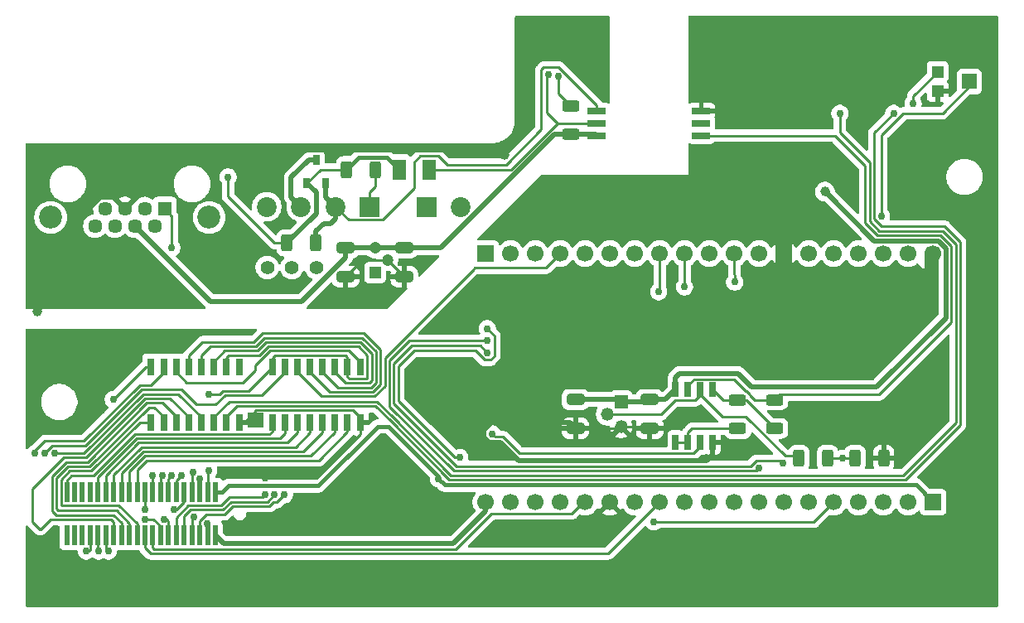
<source format=gtl>
%TF.GenerationSoftware,KiCad,Pcbnew,9.0.1*%
%TF.CreationDate,2025-08-07T18:15:33+02:00*%
%TF.ProjectId,Hauptmodul,48617570-746d-46f6-9475-6c2e6b696361,rev?*%
%TF.SameCoordinates,Original*%
%TF.FileFunction,Copper,L1,Top*%
%TF.FilePolarity,Positive*%
%FSLAX46Y46*%
G04 Gerber Fmt 4.6, Leading zero omitted, Abs format (unit mm)*
G04 Created by KiCad (PCBNEW 9.0.1) date 2025-08-07 18:15:33*
%MOMM*%
%LPD*%
G01*
G04 APERTURE LIST*
G04 Aperture macros list*
%AMRoundRect*
0 Rectangle with rounded corners*
0 $1 Rounding radius*
0 $2 $3 $4 $5 $6 $7 $8 $9 X,Y pos of 4 corners*
0 Add a 4 corners polygon primitive as box body*
4,1,4,$2,$3,$4,$5,$6,$7,$8,$9,$2,$3,0*
0 Add four circle primitives for the rounded corners*
1,1,$1+$1,$2,$3*
1,1,$1+$1,$4,$5*
1,1,$1+$1,$6,$7*
1,1,$1+$1,$8,$9*
0 Add four rect primitives between the rounded corners*
20,1,$1+$1,$2,$3,$4,$5,0*
20,1,$1+$1,$4,$5,$6,$7,0*
20,1,$1+$1,$6,$7,$8,$9,0*
20,1,$1+$1,$8,$9,$2,$3,0*%
G04 Aperture macros list end*
%TA.AperFunction,SMDPad,CuDef*%
%ADD10R,1.200000X1.200000*%
%TD*%
%TA.AperFunction,SMDPad,CuDef*%
%ADD11R,1.500000X1.600000*%
%TD*%
%TA.AperFunction,SMDPad,CuDef*%
%ADD12RoundRect,0.250000X0.650000X-0.325000X0.650000X0.325000X-0.650000X0.325000X-0.650000X-0.325000X0*%
%TD*%
%TA.AperFunction,SMDPad,CuDef*%
%ADD13R,0.500000X2.000000*%
%TD*%
%TA.AperFunction,SMDPad,CuDef*%
%ADD14RoundRect,0.250000X-0.650000X0.325000X-0.650000X-0.325000X0.650000X-0.325000X0.650000X0.325000X0*%
%TD*%
%TA.AperFunction,SMDPad,CuDef*%
%ADD15RoundRect,0.250000X-0.625000X0.312500X-0.625000X-0.312500X0.625000X-0.312500X0.625000X0.312500X0*%
%TD*%
%TA.AperFunction,SMDPad,CuDef*%
%ADD16R,0.700000X1.000000*%
%TD*%
%TA.AperFunction,SMDPad,CuDef*%
%ADD17R,0.800000X1.750000*%
%TD*%
%TA.AperFunction,SMDPad,CuDef*%
%ADD18R,0.700000X1.750000*%
%TD*%
%TA.AperFunction,SMDPad,CuDef*%
%ADD19RoundRect,0.250000X-0.312500X-0.625000X0.312500X-0.625000X0.312500X0.625000X-0.312500X0.625000X0*%
%TD*%
%TA.AperFunction,SMDPad,CuDef*%
%ADD20R,1.850000X0.650000*%
%TD*%
%TA.AperFunction,SMDPad,CuDef*%
%ADD21R,0.650000X1.500000*%
%TD*%
%TA.AperFunction,SMDPad,CuDef*%
%ADD22R,1.350000X2.100000*%
%TD*%
%TA.AperFunction,SMDPad,CuDef*%
%ADD23RoundRect,0.250000X0.312500X0.625000X-0.312500X0.625000X-0.312500X-0.625000X0.312500X-0.625000X0*%
%TD*%
%TA.AperFunction,SMDPad,CuDef*%
%ADD24RoundRect,0.250000X0.625000X-0.312500X0.625000X0.312500X-0.625000X0.312500X-0.625000X-0.312500X0*%
%TD*%
%TA.AperFunction,ComponentPad*%
%ADD25R,2.025000X2.025000*%
%TD*%
%TA.AperFunction,ComponentPad*%
%ADD26C,2.025000*%
%TD*%
%TA.AperFunction,ComponentPad*%
%ADD27R,1.446000X1.446000*%
%TD*%
%TA.AperFunction,ComponentPad*%
%ADD28C,1.446000*%
%TD*%
%TA.AperFunction,ComponentPad*%
%ADD29C,2.355000*%
%TD*%
%TA.AperFunction,ComponentPad*%
%ADD30R,1.700000X1.700000*%
%TD*%
%TA.AperFunction,ComponentPad*%
%ADD31C,1.700000*%
%TD*%
%TA.AperFunction,ComponentPad*%
%ADD32C,1.400000*%
%TD*%
%TA.AperFunction,ComponentPad*%
%ADD33R,1.320000X1.320000*%
%TD*%
%TA.AperFunction,ComponentPad*%
%ADD34C,1.320000*%
%TD*%
%TA.AperFunction,ComponentPad*%
%ADD35R,1.200000X1.200000*%
%TD*%
%TA.AperFunction,ComponentPad*%
%ADD36C,1.200000*%
%TD*%
%TA.AperFunction,ViaPad*%
%ADD37C,0.750000*%
%TD*%
%TA.AperFunction,ViaPad*%
%ADD38C,1.000000*%
%TD*%
%TA.AperFunction,Conductor*%
%ADD39C,0.500000*%
%TD*%
%TA.AperFunction,Conductor*%
%ADD40C,0.250000*%
%TD*%
%TA.AperFunction,Conductor*%
%ADD41C,0.400000*%
%TD*%
G04 APERTURE END LIST*
D10*
%TO.P,VR1,1,CCW*%
%TO.N,+5VD*%
X193500000Y-50000000D03*
D11*
%TO.P,VR1,2,WIPER*%
%TO.N,Net-(IC6-VINA+)*%
X196750000Y-51000000D03*
D10*
%TO.P,VR1,3,CW*%
%TO.N,GNDD*%
X193500000Y-52000000D03*
%TD*%
D12*
%TO.P,C8,1*%
%TO.N,GNDD*%
X156500000Y-86450000D03*
%TO.P,C8,2*%
%TO.N,+5VD*%
X156500000Y-83500000D03*
%TD*%
D13*
%TO.P,J7,1,1*%
%TO.N,+5VD*%
X119700000Y-97400000D03*
%TO.P,J7,2,2*%
%TO.N,+3V3D*%
X119700000Y-93000000D03*
%TO.P,J7,3,3*%
%TO.N,GNDD*%
X118900000Y-97400000D03*
%TO.P,J7,4,4*%
%TO.N,/SPI_COPI*%
X118900000Y-93000000D03*
%TO.P,J7,5,5*%
%TO.N,/SPI_CIPO*%
X118100000Y-97400000D03*
%TO.P,J7,6,6*%
%TO.N,/SPI_SCK*%
X118100000Y-93000000D03*
%TO.P,J7,7,7*%
%TO.N,/INT*%
X117300000Y-97400000D03*
%TO.P,J7,8,8*%
%TO.N,/I2C_SDA*%
X117300000Y-93000000D03*
%TO.P,J7,9,9*%
%TO.N,/I2C_SCL*%
X116500000Y-97400000D03*
%TO.P,J7,10,10*%
%TO.N,/UART_RX*%
X116500000Y-93000000D03*
%TO.P,J7,11,11*%
%TO.N,/UART_TX*%
X115700000Y-97400000D03*
%TO.P,J7,12,12*%
%TO.N,/GPIO_1*%
X115700000Y-93000000D03*
%TO.P,J7,13,13*%
%TO.N,/GPIO_2*%
X114900000Y-97400000D03*
%TO.P,J7,14,14*%
%TO.N,/GPIO_3*%
X114900000Y-93000000D03*
%TO.P,J7,15,15*%
%TO.N,/GPIO_4*%
X114100000Y-97400000D03*
%TO.P,J7,16,16*%
%TO.N,/GPIO_5*%
X114100000Y-93000000D03*
%TO.P,J7,17,17*%
%TO.N,/GPIO_6*%
X113300000Y-97400000D03*
%TO.P,J7,18,18*%
%TO.N,/GPIO_7*%
X113300000Y-93000000D03*
%TO.P,J7,19,19*%
%TO.N,/GPIO_8*%
X112500000Y-97400000D03*
%TO.P,J7,20,20*%
%TO.N,/GPIO_9*%
X112500000Y-93000000D03*
%TO.P,J7,21,21*%
%TO.N,/SR_10*%
X111700000Y-97400000D03*
%TO.P,J7,22,22*%
%TO.N,/SR_8*%
X111700000Y-93000000D03*
%TO.P,J7,23,23*%
%TO.N,/SR_11*%
X110900000Y-97400000D03*
%TO.P,J7,24,24*%
%TO.N,/SR_7*%
X110900000Y-93000000D03*
%TO.P,J7,25,25*%
%TO.N,/SR_12*%
X110100000Y-97400000D03*
%TO.P,J7,26,26*%
%TO.N,/SR_6*%
X110100000Y-93000000D03*
%TO.P,J7,27,27*%
%TO.N,/SR_13*%
X109300000Y-97400000D03*
%TO.P,J7,28,28*%
%TO.N,/SR_5*%
X109300000Y-93000000D03*
%TO.P,J7,29,29*%
%TO.N,/SR_14*%
X108500000Y-97400000D03*
%TO.P,J7,30,30*%
%TO.N,/SR_4*%
X108500000Y-93000000D03*
%TO.P,J7,31,31*%
%TO.N,/SR_1*%
X107700000Y-97400000D03*
%TO.P,J7,32,32*%
%TO.N,/SR_3*%
X107700000Y-93000000D03*
%TO.P,J7,33,33*%
%TO.N,/SR_9*%
X106900000Y-97400000D03*
%TO.P,J7,34,34*%
%TO.N,unconnected-(J7-Pad34)*%
X106900000Y-93000000D03*
%TO.P,J7,35,35*%
%TO.N,unconnected-(J7-Pad35)*%
X106100000Y-97400000D03*
%TO.P,J7,36,36*%
%TO.N,unconnected-(J7-Pad36)*%
X106100000Y-93000000D03*
%TO.P,J7,37,37*%
%TO.N,unconnected-(J7-Pad37)*%
X105300000Y-97400000D03*
%TO.P,J7,38,38*%
%TO.N,unconnected-(J7-Pad38)*%
X105300000Y-93000000D03*
%TO.P,J7,39,39*%
%TO.N,unconnected-(J7-Pad39)*%
X104500000Y-97400000D03*
%TO.P,J7,40,40*%
%TO.N,/SR_2*%
X104500000Y-93000000D03*
%TD*%
D12*
%TO.P,C1,1*%
%TO.N,GNDF*%
X133000000Y-70950000D03*
%TO.P,C1,2*%
%TO.N,+24VF*%
X133000000Y-68000000D03*
%TD*%
D14*
%TO.P,C7,1*%
%TO.N,+5VD*%
X164070000Y-83500000D03*
%TO.P,C7,2*%
%TO.N,GNDD*%
X164070000Y-86450000D03*
%TD*%
D15*
%TO.P,R7,1*%
%TO.N,Net-(IC6-VINB+)*%
X173070000Y-83537500D03*
%TO.P,R7,2*%
%TO.N,Net-(IC6-VINA-)*%
X173070000Y-86462500D03*
%TD*%
D16*
%TO.P,Q1,1*%
%TO.N,NOT AUS CAN Tram*%
X129050000Y-61405000D03*
%TO.P,Q1,2*%
%TO.N,Net-(IC3-VEE)*%
X130950000Y-61405000D03*
%TO.P,Q1,3*%
%TO.N,Net-(J2-Pad3)*%
X130000000Y-59005000D03*
%TD*%
D17*
%TO.P,IC7,1,Q1*%
%TO.N,/SR_2*%
X125505000Y-85825000D03*
D18*
%TO.P,IC7,2,Q2*%
%TO.N,/SR_3*%
X126825000Y-85825000D03*
%TO.P,IC7,3,Q3*%
%TO.N,/SR_4*%
X128095000Y-85825000D03*
%TO.P,IC7,4,Q4*%
%TO.N,/SR_5*%
X129365000Y-85825000D03*
%TO.P,IC7,5,Q5*%
%TO.N,/SR_6*%
X130635000Y-85825000D03*
%TO.P,IC7,6,Q6*%
%TO.N,/SR_7*%
X131905000Y-85825000D03*
%TO.P,IC7,7,Q7*%
%TO.N,/SR_8*%
X133175000Y-85825000D03*
D17*
%TO.P,IC7,8,GND*%
%TO.N,GNDD*%
X134495000Y-85825000D03*
%TO.P,IC7,9,Q7S*%
%TO.N,Net-(IC7-Q7S)*%
X134495000Y-80175000D03*
D18*
%TO.P,IC7,10,~{MR}*%
%TO.N,Net-(IC7-VCC)*%
X133175000Y-80175000D03*
%TO.P,IC7,11,SHCP*%
%TO.N,Net-(IC7-SHCP)*%
X131905000Y-80175000D03*
%TO.P,IC7,12,STCP*%
%TO.N,Net-(IC7-STCP)*%
X130635000Y-80175000D03*
%TO.P,IC7,13,~{OE}*%
%TO.N,Net-(IC7-~{OE})*%
X129365000Y-80175000D03*
%TO.P,IC7,14,DS*%
%TO.N,CS_SR*%
X128095000Y-80175000D03*
%TO.P,IC7,15,Q0*%
%TO.N,/SR_1*%
X126825000Y-80175000D03*
D17*
%TO.P,IC7,16,VCC*%
%TO.N,Net-(IC7-VCC)*%
X125505000Y-80175000D03*
%TD*%
D19*
%TO.P,R4,1*%
%TO.N,NOT AUS CAN Tram*%
X127000000Y-67500000D03*
%TO.P,R4,2*%
%TO.N,Net-(IC3-VEE)*%
X129925000Y-67500000D03*
%TD*%
%TO.P,R12,1*%
%TO.N,AI_Temp*%
X185075000Y-89500000D03*
%TO.P,R12,2*%
%TO.N,GNDD*%
X188000000Y-89500000D03*
%TD*%
D20*
%TO.P,IC3,1,A*%
%TO.N,Net-(IC3-A)*%
X169350000Y-56540000D03*
%TO.P,IC3,2,NC*%
%TO.N,unconnected-(IC3-NC-Pad2)*%
X169350000Y-55270000D03*
%TO.P,IC3,3,C*%
%TO.N,GNDD*%
X169350000Y-54000000D03*
%TO.P,IC3,4,VEE*%
%TO.N,Net-(IC3-VEE)*%
X158650000Y-54000000D03*
%TO.P,IC3,5,VO*%
%TO.N,Net-(IC3-VO)*%
X158650000Y-55270000D03*
%TO.P,IC3,6,VCC*%
%TO.N,+24VF*%
X158650000Y-56540000D03*
%TD*%
D21*
%TO.P,IC6,1,VOUTA*%
%TO.N,Net-(IC6-VINA-)*%
X166710000Y-87900000D03*
%TO.P,IC6,2,VINA-*%
X167980000Y-87900000D03*
%TO.P,IC6,3,VINA+*%
%TO.N,Net-(IC6-VINA+)*%
X169250000Y-87900000D03*
%TO.P,IC6,4,VSS*%
%TO.N,GNDD*%
X170520000Y-87900000D03*
%TO.P,IC6,5,VINB+*%
%TO.N,Net-(IC6-VINB+)*%
X170520000Y-82500000D03*
%TO.P,IC6,6,VINB-*%
%TO.N,Net-(IC6-VINB-)*%
X169250000Y-82500000D03*
%TO.P,IC6,7,VOUTB*%
%TO.N,Net-(IC3-A)*%
X167980000Y-82500000D03*
%TO.P,IC6,8,VDD*%
%TO.N,+5VD*%
X166710000Y-82500000D03*
%TD*%
D22*
%TO.P,D1,1*%
%TO.N,Net-(IC3-VO)*%
X141500000Y-60000000D03*
%TO.P,D1,2*%
%TO.N,NOT AUS CAN Tram*%
X138500000Y-60000000D03*
%TD*%
D17*
%TO.P,IC8,1,Q1*%
%TO.N,/SR_10*%
X113120000Y-85825000D03*
D18*
%TO.P,IC8,2,Q2*%
%TO.N,/SR_11*%
X114440000Y-85825000D03*
%TO.P,IC8,3,Q3*%
%TO.N,/SR_12*%
X115710000Y-85825000D03*
%TO.P,IC8,4,Q4*%
%TO.N,/SR_13*%
X116980000Y-85825000D03*
%TO.P,IC8,5,Q5*%
%TO.N,/SR_14*%
X118250000Y-85825000D03*
%TO.P,IC8,6,Q6*%
%TO.N,SR25*%
X119520000Y-85825000D03*
%TO.P,IC8,7,Q7*%
%TO.N,SR26*%
X120790000Y-85825000D03*
D17*
%TO.P,IC8,8,GND*%
%TO.N,GNDD*%
X122110000Y-85825000D03*
%TO.P,IC8,9,Q7S*%
%TO.N,unconnected-(IC8-Q7S-Pad9)*%
X122110000Y-80175000D03*
D18*
%TO.P,IC8,10,~{MR}*%
%TO.N,Net-(IC7-VCC)*%
X120790000Y-80175000D03*
%TO.P,IC8,11,SHCP*%
%TO.N,Net-(IC7-SHCP)*%
X119520000Y-80175000D03*
%TO.P,IC8,12,STCP*%
%TO.N,Net-(IC7-STCP)*%
X118250000Y-80175000D03*
%TO.P,IC8,13,~{OE}*%
%TO.N,Net-(IC7-~{OE})*%
X116980000Y-80175000D03*
%TO.P,IC8,14,DS*%
%TO.N,Net-(IC7-Q7S)*%
X115710000Y-80175000D03*
%TO.P,IC8,15,Q0*%
%TO.N,/SR_9*%
X114440000Y-80175000D03*
D17*
%TO.P,IC8,16,VCC*%
%TO.N,Net-(IC7-VCC)*%
X113120000Y-80175000D03*
%TD*%
D19*
%TO.P,R11,1*%
%TO.N,Net-(IC6-VINB-)*%
X179325000Y-89500000D03*
%TO.P,R11,2*%
%TO.N,AI_Temp*%
X182250000Y-89500000D03*
%TD*%
D15*
%TO.P,R3,1*%
%TO.N,Net-(LED3-Pad2)*%
X156000000Y-53500000D03*
%TO.P,R3,2*%
%TO.N,+24VF*%
X156000000Y-56425000D03*
%TD*%
D12*
%TO.P,C2,1*%
%TO.N,GNDF*%
X139000000Y-70950000D03*
%TO.P,C2,2*%
%TO.N,+24VF*%
X139000000Y-68000000D03*
%TD*%
D23*
%TO.P,R1,1*%
%TO.N,Net-(J2-Pad1)*%
X136000000Y-60000000D03*
%TO.P,R1,2*%
%TO.N,NOT AUS CAN Tram*%
X133075000Y-60000000D03*
%TD*%
D24*
%TO.P,R9,1*%
%TO.N,Net-(IC6-VINB+)*%
X176865000Y-86450000D03*
%TO.P,R9,2*%
%TO.N,Net-(IC3-A)*%
X176865000Y-83525000D03*
%TD*%
D25*
%TO.P,J3,1,1*%
%TO.N,Net-(D3-CATHODE_2)*%
X141250000Y-63805000D03*
D26*
%TO.P,J3,2,2*%
%TO.N,Net-(D3-CATHODE_1)*%
X144750000Y-63805000D03*
%TD*%
D27*
%TO.P,J1,1,1*%
%TO.N,Net-(D3-CATHODE_2)*%
X114515000Y-64000000D03*
D28*
%TO.P,J1,2,2*%
%TO.N,Net-(D3-CATHODE_1)*%
X113500000Y-65780000D03*
%TO.P,J1,3,3*%
%TO.N,Daten+*%
X112485000Y-64000000D03*
%TO.P,J1,4,4*%
%TO.N,+24VF*%
X111470000Y-65780000D03*
%TO.P,J1,5,5*%
%TO.N,GNDF*%
X110450000Y-64000000D03*
%TO.P,J1,6,6*%
%TO.N,Daten-*%
X109435000Y-65780000D03*
%TO.P,J1,7,7*%
%TO.N,NOT AUS CAN Tram*%
X108420000Y-64000000D03*
%TO.P,J1,8,8*%
%TO.N,Daten 0V*%
X107405000Y-65780000D03*
D29*
%TO.P,J1,MH1,MH1*%
%TO.N,unconnected-(J1-PadMH1)*%
X119060000Y-64890000D03*
%TO.P,J1,MH2,MH2*%
%TO.N,unconnected-(J1-PadMH2)*%
X102860000Y-64890000D03*
%TD*%
D30*
%TO.P,J4,1,Pin_1*%
%TO.N,+3V3D*%
X193040000Y-93980000D03*
D31*
%TO.P,J4,2,Pin_2*%
%TO.N,unconnected-(J4-Pin_2-Pad2)*%
X190500000Y-93980000D03*
%TO.P,J4,3,Pin_3*%
%TO.N,unconnected-(J4-Pin_3-Pad3)*%
X187960000Y-93980000D03*
%TO.P,J4,4,Pin_4*%
%TO.N,unconnected-(J4-Pin_4-Pad4)*%
X185420000Y-93980000D03*
%TO.P,J4,5,Pin_5*%
%TO.N,/INT*%
X182880000Y-93980000D03*
%TO.P,J4,6,Pin_6*%
%TO.N,AI_Temp*%
X180340000Y-93980000D03*
%TO.P,J4,7,Pin_7*%
%TO.N,CAN_TX*%
X177800000Y-93980000D03*
%TO.P,J4,8,Pin_8*%
%TO.N,CAN_RX*%
X175260000Y-93980000D03*
%TO.P,J4,9,Pin_9*%
%TO.N,/GPIO_4*%
X172720000Y-93980000D03*
%TO.P,J4,10,Pin_10*%
%TO.N,/GPIO_2*%
X170180000Y-93980000D03*
%TO.P,J4,11,Pin_11*%
%TO.N,/GPIO_9*%
X167640000Y-93980000D03*
%TO.P,J4,12,Pin_12*%
%TO.N,/GPIO_8*%
X165100000Y-93980000D03*
%TO.P,J4,13,Pin_13*%
%TO.N,unconnected-(J4-Pin_13-Pad13)*%
X162560000Y-93980000D03*
%TO.P,J4,14,Pin_14*%
%TO.N,GNDD*%
X160020000Y-93980000D03*
%TO.P,J4,15,Pin_15*%
%TO.N,/GPIO_6*%
X157480000Y-93980000D03*
%TO.P,J4,16,Pin_16*%
%TO.N,unconnected-(J4-Pin_16-Pad16)*%
X154940000Y-93980000D03*
%TO.P,J4,17,Pin_17*%
%TO.N,unconnected-(J4-Pin_17-Pad17)*%
X152400000Y-93980000D03*
%TO.P,J4,18,Pin_18*%
%TO.N,unconnected-(J4-Pin_18-Pad18)*%
X149860000Y-93980000D03*
%TO.P,J4,19,Pin_19*%
%TO.N,+5VD*%
X147320000Y-93980000D03*
%TD*%
D32*
%TO.P,J6,1,1*%
%TO.N,Daten-*%
X130000000Y-70000000D03*
%TO.P,J6,2,2*%
%TO.N,Daten+*%
X127500000Y-70000000D03*
%TO.P,J6,3,3*%
%TO.N,Daten 0V*%
X125000000Y-70000000D03*
%TD*%
D30*
%TO.P,J5,1,Pin_1*%
%TO.N,unconnected-(J5-Pin_1-Pad1)*%
X147320000Y-68580000D03*
D31*
%TO.P,J5,2,Pin_2*%
%TO.N,unconnected-(J5-Pin_2-Pad2)*%
X149860000Y-68580000D03*
%TO.P,J5,3,Pin_3*%
%TO.N,unconnected-(J5-Pin_3-Pad3)*%
X152400000Y-68580000D03*
%TO.P,J5,4,Pin_4*%
%TO.N,CS_SR*%
X154940000Y-68580000D03*
%TO.P,J5,5,Pin_5*%
%TO.N,/GPIO_7*%
X157480000Y-68580000D03*
%TO.P,J5,6,Pin_6*%
%TO.N,/GPIO_5*%
X160020000Y-68580000D03*
%TO.P,J5,7,Pin_7*%
%TO.N,/GPIO_3*%
X162560000Y-68580000D03*
%TO.P,J5,8,Pin_8*%
%TO.N,/UART_TX*%
X165100000Y-68580000D03*
%TO.P,J5,9,Pin_9*%
%TO.N,/UART_RX*%
X167640000Y-68580000D03*
%TO.P,J5,10,Pin_10*%
%TO.N,/GPIO_1*%
X170180000Y-68580000D03*
%TO.P,J5,11,Pin_11*%
%TO.N,/SPI_SCK*%
X172720000Y-68580000D03*
%TO.P,J5,12,Pin_12*%
%TO.N,/SPI_CIPO*%
X175260000Y-68580000D03*
%TO.P,J5,13,Pin_13*%
%TO.N,GNDD*%
X177800000Y-68580000D03*
%TO.P,J5,14,Pin_14*%
%TO.N,/I2C_SDA*%
X180340000Y-68580000D03*
%TO.P,J5,15,Pin_15*%
%TO.N,unconnected-(J5-Pin_15-Pad15)*%
X182880000Y-68580000D03*
%TO.P,J5,16,Pin_16*%
%TO.N,unconnected-(J5-Pin_16-Pad16)*%
X185420000Y-68580000D03*
%TO.P,J5,17,Pin_17*%
%TO.N,/I2C_SCL*%
X187960000Y-68580000D03*
%TO.P,J5,18,Pin_18*%
%TO.N,/SPI_COPI*%
X190500000Y-68580000D03*
%TO.P,J5,19,Pin_19*%
%TO.N,GNDD*%
X193040000Y-68580000D03*
%TD*%
D33*
%TO.P,IC9,1,V+*%
%TO.N,+5VD*%
X161150000Y-83725000D03*
D34*
%TO.P,IC9,2,VO*%
%TO.N,Net-(IC6-VINB-)*%
X159750000Y-85000000D03*
%TO.P,IC9,3,GND*%
%TO.N,GNDD*%
X161150000Y-86275000D03*
%TD*%
D35*
%TO.P,IC2,1,VOUT*%
%TO.N,+5VF*%
X136000000Y-70540000D03*
D36*
%TO.P,IC2,2,GND*%
%TO.N,GNDF*%
X137270000Y-69270000D03*
%TO.P,IC2,3,VIN*%
%TO.N,+24VF*%
X136000000Y-68000000D03*
%TD*%
D25*
%TO.P,J2,1,1*%
%TO.N,Net-(J2-Pad1)*%
X135450000Y-63805000D03*
D26*
%TO.P,J2,2,2*%
%TO.N,Net-(IC3-VEE)*%
X131950000Y-63805000D03*
%TO.P,J2,3,3*%
%TO.N,Net-(J2-Pad3)*%
X128450000Y-63805000D03*
%TO.P,J2,4,4*%
%TO.N,unconnected-(J2-Pad4)*%
X124950000Y-63805000D03*
%TD*%
D37*
%TO.N,GNDF*%
X116000000Y-73750000D03*
D38*
X149250000Y-58500000D03*
X101500000Y-74500000D03*
%TO.N,GNDD*%
X108000000Y-84500000D03*
X177750000Y-59500000D03*
X176000000Y-46750000D03*
X187500000Y-77250000D03*
X164250000Y-77250000D03*
D37*
X124750000Y-91500000D03*
D38*
X176000000Y-48000000D03*
X176000000Y-45500000D03*
X180250000Y-59500000D03*
D37*
X118874656Y-96155858D03*
D38*
X138250000Y-94500000D03*
X179000000Y-59500000D03*
X152500000Y-72750000D03*
X192500000Y-83750000D03*
X176250000Y-77250000D03*
D37*
%TO.N,+3V3D*%
X147500000Y-76250000D03*
X142504514Y-91603638D03*
X144679076Y-89429076D03*
D38*
%TO.N,+5VD*%
X182000000Y-62250000D03*
D37*
X191000000Y-53250000D03*
%TO.N,NOT AUS CAN Tram*%
X121000000Y-60750000D03*
%TO.N,Net-(IC3-VO)*%
X153750000Y-50299000D03*
%TO.N,Net-(D3-CATHODE_2)*%
X115250000Y-68000000D03*
%TO.N,CAN_TX*%
X177682624Y-89965968D03*
X147500000Y-78750000D03*
%TO.N,CAN_RX*%
X147500000Y-77500000D03*
X175250000Y-90500000D03*
%TO.N,Net-(IC6-VINA+)*%
X148000000Y-87000000D03*
X187750000Y-64750000D03*
%TO.N,/SR_14*%
X108750000Y-99000000D03*
X103250000Y-89000000D03*
%TO.N,Net-(IC7-VCC)*%
X109250000Y-83500000D03*
X119000000Y-83000000D03*
%TO.N,SR25*%
X183500000Y-54250000D03*
%TO.N,SR26*%
X189000000Y-54250000D03*
%TO.N,/GPIO_9*%
X112500000Y-94750000D03*
%TO.N,/GPIO_7*%
X113250000Y-91250000D03*
%TO.N,AI_Temp*%
X183750000Y-89500000D03*
%TO.N,/INT*%
X117476633Y-95505219D03*
X164500000Y-96000000D03*
%TO.N,/GPIO_5*%
X114250000Y-91250000D03*
%TO.N,/GPIO_2*%
X114458104Y-95768766D03*
%TO.N,/SPI_COPI*%
X119000000Y-90750000D03*
%TO.N,/I2C_SCL*%
X125750000Y-93250000D03*
%TO.N,/UART_RX*%
X115500000Y-94750000D03*
X167640001Y-72000000D03*
%TO.N,/SPI_CIPO*%
X126750000Y-93250000D03*
%TO.N,/GPIO_4*%
X112500000Y-95750000D03*
%TO.N,/I2C_SDA*%
X117405331Y-90905331D03*
%TO.N,/GPIO_1*%
X116250006Y-91250000D03*
%TO.N,/UART_TX*%
X165000000Y-72500000D03*
X124750000Y-93250000D03*
%TO.N,/GPIO_3*%
X115250003Y-91250000D03*
%TO.N,/SPI_SCK*%
X118112440Y-91612440D03*
X172750000Y-71500000D03*
%TO.N,Net-(LED3-Pad2)*%
X154729139Y-50502205D03*
%TO.N,/SR_1*%
X102250005Y-89003953D03*
X107750000Y-99000000D03*
%TO.N,/SR_9*%
X101250016Y-88998682D03*
X106500000Y-99000000D03*
%TD*%
D39*
%TO.N,+24VF*%
X128500000Y-73500000D02*
X128500000Y-73476708D01*
X136000000Y-68000000D02*
X139000000Y-68000000D01*
X133000000Y-68976708D02*
X133000000Y-68000000D01*
X128500000Y-73476708D02*
X133000000Y-68976708D01*
X119190000Y-73500000D02*
X128500000Y-73500000D01*
X156000000Y-56425000D02*
X154325000Y-56425000D01*
X154325000Y-56425000D02*
X142750000Y-68000000D01*
X158535000Y-56425000D02*
X158650000Y-56540000D01*
X142750000Y-68000000D02*
X139000000Y-68000000D01*
X111470000Y-65780000D02*
X119190000Y-73500000D01*
X156000000Y-56425000D02*
X158535000Y-56425000D01*
X133000000Y-68000000D02*
X136000000Y-68000000D01*
%TO.N,GNDF*%
X107933713Y-62826000D02*
X101500000Y-69259713D01*
X101500000Y-69259713D02*
X101500000Y-74500000D01*
X110450000Y-64000000D02*
X109276000Y-62826000D01*
X148750000Y-58000000D02*
X149250000Y-58500000D01*
D40*
X134680000Y-69270000D02*
X133000000Y-70950000D01*
X137270000Y-69270000D02*
X137320000Y-69270000D01*
X137270000Y-69270000D02*
X134680000Y-69270000D01*
D39*
X109276000Y-62826000D02*
X107933713Y-62826000D01*
X116450000Y-58000000D02*
X148750000Y-58000000D01*
D40*
X102250000Y-73750000D02*
X101500000Y-74500000D01*
D39*
X110450000Y-64000000D02*
X116450000Y-58000000D01*
D40*
X137320000Y-69270000D02*
X139000000Y-70950000D01*
X116000000Y-73750000D02*
X102250000Y-73750000D01*
%TO.N,GNDD*%
X160975000Y-86450000D02*
X161150000Y-86275000D01*
D39*
X147125000Y-87362437D02*
X147125000Y-86637563D01*
X150710828Y-89774000D02*
X148811828Y-87875000D01*
X170520000Y-89150000D02*
X169896000Y-89774000D01*
X170520000Y-87900000D02*
X170520000Y-89150000D01*
D40*
X163895000Y-86275000D02*
X164070000Y-86450000D01*
X134495000Y-85825000D02*
X134495000Y-87005000D01*
D39*
X148811828Y-87875000D02*
X147637563Y-87875000D01*
D40*
X130000000Y-91500000D02*
X124750000Y-91500000D01*
D39*
X155925000Y-85875000D02*
X156500000Y-86450000D01*
D40*
X123876000Y-84624000D02*
X133769000Y-84624000D01*
D41*
X118900000Y-97400000D02*
X118874656Y-97374656D01*
D40*
X134495000Y-85350000D02*
X134495000Y-85825000D01*
D39*
X169896000Y-89774000D02*
X150710828Y-89774000D01*
D40*
X156500000Y-86450000D02*
X160975000Y-86450000D01*
X134495000Y-87005000D02*
X130000000Y-91500000D01*
X122110000Y-85825000D02*
X122675000Y-85825000D01*
X122675000Y-85825000D02*
X123876000Y-84624000D01*
X133769000Y-84624000D02*
X134495000Y-85350000D01*
D39*
X147637563Y-87875000D02*
X147125000Y-87362437D01*
X147125000Y-86637563D02*
X147887563Y-85875000D01*
D41*
X118874656Y-97374656D02*
X118874656Y-96155858D01*
D39*
X147887563Y-85875000D02*
X155925000Y-85875000D01*
D40*
X161150000Y-86275000D02*
X163895000Y-86275000D01*
%TO.N,+3V3D*%
X147790364Y-79451000D02*
X148201000Y-79040364D01*
D41*
X142504514Y-91357564D02*
X137396950Y-86250000D01*
X143125876Y-92225000D02*
X191285000Y-92225000D01*
D40*
X147209636Y-79451000D02*
X147790364Y-79451000D01*
X138373000Y-80127000D02*
X138373000Y-83623000D01*
D41*
X142504514Y-91603638D02*
X143125876Y-92225000D01*
X142504514Y-91603638D02*
X142504514Y-91357564D01*
D40*
X146258636Y-78500000D02*
X147209636Y-79451000D01*
X148201000Y-76951000D02*
X147500000Y-76250000D01*
X148201000Y-79040364D02*
X148201000Y-76951000D01*
X140000000Y-78500000D02*
X138373000Y-80127000D01*
D41*
X120350000Y-93000000D02*
X119700000Y-93000000D01*
X191285000Y-92225000D02*
X193040000Y-93980000D01*
D40*
X138373000Y-83623000D02*
X144179076Y-89429076D01*
D41*
X137396950Y-86250000D02*
X136250000Y-86250000D01*
X136250000Y-86250000D02*
X130175000Y-92325000D01*
X130175000Y-92325000D02*
X121025000Y-92325000D01*
D40*
X140000000Y-78500000D02*
X146258636Y-78500000D01*
D41*
X121025000Y-92325000D02*
X120350000Y-93000000D01*
D40*
X144179076Y-89429076D02*
X144679076Y-89429076D01*
D39*
%TO.N,+5VD*%
X187030000Y-67280000D02*
X182000000Y-62250000D01*
X165710000Y-83500000D02*
X166710000Y-82500000D01*
X120525000Y-98225000D02*
X144025000Y-98225000D01*
X166710000Y-82500000D02*
X166710000Y-81250000D01*
X167111000Y-80849000D02*
X173099000Y-80849000D01*
X194341000Y-75159000D02*
X194341000Y-68042523D01*
X187250000Y-82250000D02*
X194341000Y-75159000D01*
X156500000Y-83500000D02*
X160925000Y-83500000D01*
X161150000Y-83725000D02*
X163845000Y-83725000D01*
D40*
X193500000Y-50000000D02*
X191000000Y-52500000D01*
D39*
X166710000Y-81250000D02*
X167111000Y-80849000D01*
X119700000Y-97400000D02*
X120525000Y-98225000D01*
X144025000Y-98225000D02*
X147320000Y-94930000D01*
X173099000Y-80849000D02*
X174500000Y-82250000D01*
X194341000Y-68042523D02*
X193578477Y-67280000D01*
X164070000Y-83500000D02*
X165710000Y-83500000D01*
X147320000Y-94930000D02*
X147320000Y-93980000D01*
X163845000Y-83725000D02*
X164070000Y-83500000D01*
X174500000Y-82250000D02*
X187250000Y-82250000D01*
D40*
X191000000Y-52500000D02*
X191000000Y-53250000D01*
D39*
X160925000Y-83500000D02*
X161150000Y-83725000D01*
X193578477Y-67280000D02*
X187030000Y-67280000D01*
D41*
%TO.N,NOT AUS CAN Tram*%
X137224000Y-58724000D02*
X134351000Y-58724000D01*
D40*
X125750000Y-67500000D02*
X127000000Y-67500000D01*
X121000000Y-60750000D02*
X121000000Y-62750000D01*
D41*
X138500000Y-60000000D02*
X137224000Y-58724000D01*
D39*
X130000000Y-62355000D02*
X130000000Y-64500000D01*
D40*
X133075000Y-60000000D02*
X130455000Y-60000000D01*
D41*
X134351000Y-58724000D02*
X133075000Y-60000000D01*
D40*
X121000000Y-62750000D02*
X125750000Y-67500000D01*
D39*
X129050000Y-61405000D02*
X130000000Y-62355000D01*
X130000000Y-64500000D02*
X127000000Y-67500000D01*
D40*
X130455000Y-60000000D02*
X129050000Y-61405000D01*
%TO.N,Net-(IC3-VO)*%
X154666828Y-55270000D02*
X153549997Y-54153169D01*
X153549997Y-50499003D02*
X153750000Y-50299000D01*
X149936828Y-60000000D02*
X141500000Y-60000000D01*
X158650000Y-55270000D02*
X154666828Y-55270000D01*
X154666828Y-55270000D02*
X149936828Y-60000000D01*
X153549997Y-54153169D02*
X153549997Y-50499003D01*
%TO.N,Net-(D3-CATHODE_2)*%
X114515000Y-64000000D02*
X115250000Y-64735000D01*
X115250000Y-64735000D02*
X115250000Y-68000000D01*
%TO.N,Net-(IC3-A)*%
X172674000Y-81424000D02*
X173899000Y-82649000D01*
X183017208Y-56540000D02*
X169350000Y-56540000D01*
X194916000Y-67802935D02*
X193817064Y-66704000D01*
X174271000Y-82979486D02*
X174271000Y-83021000D01*
X167980000Y-82500000D02*
X167980000Y-82043000D01*
X167980000Y-82043000D02*
X168599000Y-81424000D01*
X174775000Y-83525000D02*
X176865000Y-83525000D01*
X173899000Y-82649000D02*
X173940514Y-82649000D01*
X186100000Y-59622792D02*
X183017208Y-56540000D01*
X187370547Y-66704000D02*
X186100000Y-65433453D01*
X168599000Y-81424000D02*
X172674000Y-81424000D01*
X176865000Y-83525000D02*
X177390000Y-83000000D01*
X187500000Y-83000000D02*
X194916000Y-75584000D01*
X186100000Y-65433453D02*
X186100000Y-59622792D01*
X193817064Y-66704000D02*
X187370547Y-66704000D01*
X194916000Y-75584000D02*
X194916000Y-67802935D01*
X173940514Y-82649000D02*
X174271000Y-82979486D01*
X177390000Y-83000000D02*
X187500000Y-83000000D01*
X174271000Y-83021000D02*
X174775000Y-83525000D01*
%TO.N,Net-(IC3-VEE)*%
X136788500Y-65143500D02*
X133288500Y-65143500D01*
X153000000Y-55918141D02*
X149418141Y-59500000D01*
X142501000Y-58624000D02*
X140626000Y-58624000D01*
X154790364Y-49549000D02*
X153259633Y-49549000D01*
X158650000Y-53408636D02*
X154790364Y-49549000D01*
X153259633Y-49549000D02*
X153000000Y-49808633D01*
D39*
X131950000Y-65050000D02*
X131950000Y-63805000D01*
D40*
X149418141Y-59500000D02*
X143377000Y-59500000D01*
D39*
X129925000Y-67500000D02*
X129925000Y-66325000D01*
D40*
X153000000Y-49808633D02*
X153000000Y-55918141D01*
D39*
X129925000Y-66325000D02*
X130750000Y-65500000D01*
X130950000Y-62805000D02*
X131950000Y-63805000D01*
X131500000Y-65500000D02*
X131950000Y-65050000D01*
D40*
X140000000Y-59250000D02*
X140000000Y-61932000D01*
X158650000Y-54000000D02*
X158650000Y-53408636D01*
X140000000Y-61932000D02*
X136788500Y-65143500D01*
D39*
X130950000Y-61405000D02*
X130950000Y-62805000D01*
D40*
X133288500Y-65143500D02*
X131950000Y-63805000D01*
X140626000Y-58624000D02*
X140000000Y-59250000D01*
X143377000Y-59500000D02*
X142501000Y-58624000D01*
D39*
X130750000Y-65500000D02*
X131500000Y-65500000D01*
D40*
%TO.N,CAN_TX*%
X175000000Y-89750000D02*
X177466656Y-89750000D01*
X144349000Y-90349000D02*
X174401000Y-90349000D01*
X177466656Y-89750000D02*
X177682624Y-89965968D01*
X137922000Y-83922000D02*
X144349000Y-90349000D01*
X174401000Y-90349000D02*
X175000000Y-89750000D01*
X146750000Y-78000000D02*
X139750000Y-78000000D01*
X137922000Y-79828000D02*
X137922000Y-83922000D01*
X139750000Y-78000000D02*
X137922000Y-79828000D01*
X147500000Y-78750000D02*
X146750000Y-78000000D01*
%TO.N,CAN_RX*%
X147500000Y-77500000D02*
X139500000Y-77500000D01*
X137472000Y-79528000D02*
X137472000Y-84222000D01*
X137472000Y-84222000D02*
X144049000Y-90799000D01*
X139500000Y-77500000D02*
X137472000Y-79528000D01*
X144049000Y-90799000D02*
X174951000Y-90799000D01*
X174951000Y-90799000D02*
X175250000Y-90500000D01*
%TO.N,Net-(IC6-VINA-)*%
X167980000Y-86900000D02*
X167980000Y-87900000D01*
X167980000Y-87900000D02*
X166710000Y-87900000D01*
X168417500Y-86462500D02*
X167980000Y-86900000D01*
X173070000Y-86462500D02*
X168417500Y-86462500D01*
%TO.N,Net-(IC6-VINB-)*%
X165250000Y-85000000D02*
X166674000Y-83576000D01*
X169250000Y-82500000D02*
X169250000Y-82957000D01*
X169250000Y-83076000D02*
X169250000Y-82500000D01*
X159750000Y-85000000D02*
X165250000Y-85000000D01*
X168750000Y-83576000D02*
X169250000Y-83076000D01*
X166674000Y-83576000D02*
X168750000Y-83576000D01*
X173905986Y-85250000D02*
X177905986Y-89250000D01*
X177905986Y-89250000D02*
X179075000Y-89250000D01*
X179075000Y-89250000D02*
X179325000Y-89500000D01*
X169250000Y-82957000D02*
X171543000Y-85250000D01*
X171543000Y-85250000D02*
X173905986Y-85250000D01*
%TO.N,Net-(IC6-VINB+)*%
X173032500Y-83575000D02*
X171595000Y-83575000D01*
X173070000Y-83537500D02*
X173032500Y-83575000D01*
X171595000Y-83575000D02*
X170520000Y-82500000D01*
X173990000Y-83575000D02*
X176865000Y-86450000D01*
X173107500Y-83575000D02*
X173990000Y-83575000D01*
X173070000Y-83537500D02*
X173107500Y-83575000D01*
%TO.N,Net-(IC6-VINA+)*%
X194000000Y-54250000D02*
X190000000Y-54250000D01*
X190000000Y-54250000D02*
X187750000Y-56500000D01*
X150750000Y-89000000D02*
X149050000Y-87300000D01*
X168575000Y-89000000D02*
X150750000Y-89000000D01*
X148300000Y-87300000D02*
X148000000Y-87000000D01*
X169250000Y-88325000D02*
X168575000Y-89000000D01*
X149050000Y-87300000D02*
X148300000Y-87300000D01*
X196750000Y-51000000D02*
X196750000Y-51500000D01*
X196750000Y-51500000D02*
X194000000Y-54250000D01*
X187750000Y-56500000D02*
X187750000Y-64750000D01*
X169250000Y-87900000D02*
X169250000Y-88325000D01*
%TO.N,/SR_12*%
X106646584Y-89899000D02*
X112696584Y-83849000D01*
X112696584Y-83849000D02*
X114259000Y-83849000D01*
X103000000Y-94863604D02*
X103000000Y-91322380D01*
X110100000Y-97400000D02*
X110100000Y-96125000D01*
X109276000Y-95301000D02*
X103435982Y-95301000D01*
X103021000Y-94886018D02*
X103021000Y-94884604D01*
X103435982Y-95301000D02*
X103021000Y-94886018D01*
X110100000Y-96125000D02*
X109276000Y-95301000D01*
X103021000Y-94884604D02*
X103000000Y-94863604D01*
X104423380Y-89899000D02*
X106646584Y-89899000D01*
X103000000Y-91322380D02*
X104423380Y-89899000D01*
X114259000Y-83849000D02*
X115710000Y-85300000D01*
X115710000Y-85300000D02*
X115710000Y-85825000D01*
%TO.N,Net-(IC7-~{OE})*%
X131391000Y-82726000D02*
X129365000Y-80700000D01*
X116980000Y-79020000D02*
X118379000Y-77621000D01*
X116980000Y-80175000D02*
X116980000Y-79020000D01*
X134880188Y-76724000D02*
X136571000Y-78414812D01*
X118379000Y-77621000D02*
X123629000Y-77621000D01*
X129365000Y-80700000D02*
X129365000Y-80175000D01*
X124526000Y-76724000D02*
X134880188Y-76724000D01*
X136571000Y-81935188D02*
X135780188Y-82726000D01*
X135780188Y-82726000D02*
X131391000Y-82726000D01*
X123629000Y-77621000D02*
X124526000Y-76724000D01*
X136571000Y-78414812D02*
X136571000Y-81935188D01*
%TO.N,CS_SR*%
X137022000Y-79228000D02*
X146000000Y-70250000D01*
X128095000Y-80700000D02*
X130572000Y-83177000D01*
X146200000Y-70050000D02*
X153470000Y-70050000D01*
X146000000Y-70250000D02*
X146200000Y-70050000D01*
X130572000Y-83177000D02*
X135966998Y-83177000D01*
X128095000Y-80175000D02*
X128095000Y-80700000D01*
X135966998Y-83177000D02*
X137022000Y-82121998D01*
X153470000Y-70050000D02*
X154940000Y-68580000D01*
X137022000Y-82121998D02*
X137022000Y-79228000D01*
%TO.N,/SR_11*%
X109599000Y-94849000D02*
X103623206Y-94849000D01*
X103473000Y-94514225D02*
X103472000Y-94513225D01*
X106832980Y-90349000D02*
X112882980Y-84299000D01*
X112882980Y-84299000D02*
X113439000Y-84299000D01*
X103473000Y-94698794D02*
X103473000Y-94514225D01*
X114440000Y-85300000D02*
X114440000Y-85825000D01*
X103623206Y-94849000D02*
X103473000Y-94698794D01*
X103472000Y-91486776D02*
X104609776Y-90349000D01*
X104609776Y-90349000D02*
X106832980Y-90349000D01*
X113439000Y-84299000D02*
X114440000Y-85300000D01*
X103472000Y-94513225D02*
X103472000Y-91486776D01*
X110900000Y-96150000D02*
X109599000Y-94849000D01*
X110900000Y-97400000D02*
X110900000Y-96150000D01*
%TO.N,/SR_13*%
X101024000Y-96024000D02*
X101024000Y-92664812D01*
X101830272Y-96750000D02*
X101750000Y-96750000D01*
X103245758Y-95750000D02*
X102830272Y-95750000D01*
X116980000Y-85300000D02*
X116980000Y-85825000D01*
X115079000Y-83399000D02*
X116980000Y-85300000D01*
X106460188Y-89449000D02*
X112510188Y-83399000D01*
X109300000Y-96049000D02*
X109004000Y-95753000D01*
X102548000Y-91137984D02*
X104236984Y-89449000D01*
X109004000Y-95753000D02*
X103248758Y-95753000D01*
X101024000Y-92664812D02*
X102548000Y-91140812D01*
X101750000Y-96750000D02*
X101024000Y-96024000D01*
X104236984Y-89449000D02*
X106460188Y-89449000D01*
X103248758Y-95753000D02*
X103245758Y-95750000D01*
X112510188Y-83399000D02*
X115079000Y-83399000D01*
X102548000Y-91140812D02*
X102548000Y-91137984D01*
X109300000Y-97400000D02*
X109300000Y-96049000D01*
X102830272Y-95750000D02*
X101830272Y-96750000D01*
%TO.N,/SR_14*%
X115898000Y-82948000D02*
X112324792Y-82948000D01*
X118250000Y-85300000D02*
X115898000Y-82948000D01*
X108750000Y-99000000D02*
X108575177Y-99000000D01*
X106273792Y-88999000D02*
X103251000Y-88999000D01*
X118250000Y-85825000D02*
X118250000Y-85300000D01*
X118250000Y-85825000D02*
X118250000Y-85218000D01*
X108575177Y-99000000D02*
X108500000Y-98924823D01*
X108500000Y-98924823D02*
X108500000Y-97400000D01*
X103251000Y-88999000D02*
X103250000Y-89000000D01*
X112324792Y-82948000D02*
X106273792Y-88999000D01*
%TO.N,Net-(IC7-VCC)*%
X135221000Y-78974000D02*
X135221000Y-81376000D01*
X120790000Y-80175000D02*
X120790000Y-79210000D01*
X120496208Y-82600000D02*
X120096208Y-83000000D01*
X112575000Y-80175000D02*
X113120000Y-80175000D01*
X135221000Y-81376000D02*
X133376000Y-81376000D01*
X124185188Y-78974000D02*
X125085188Y-78074000D01*
X125505000Y-80175000D02*
X123080000Y-82600000D01*
X125085188Y-78074000D02*
X134321000Y-78074000D01*
X125776000Y-78974000D02*
X125505000Y-79245000D01*
X123080000Y-82600000D02*
X120496208Y-82600000D01*
X125505000Y-79245000D02*
X125505000Y-80175000D01*
X109250000Y-83500000D02*
X112575000Y-80175000D01*
X120096208Y-83000000D02*
X119000000Y-83000000D01*
X134321000Y-78074000D02*
X135221000Y-78974000D01*
X121026000Y-78974000D02*
X124185188Y-78974000D01*
X120790000Y-79210000D02*
X121026000Y-78974000D01*
X133175000Y-80175000D02*
X133175000Y-79175000D01*
X133175000Y-81175000D02*
X133175000Y-80175000D01*
X133175000Y-79175000D02*
X132974000Y-78974000D01*
X133376000Y-81376000D02*
X133175000Y-81175000D01*
X132974000Y-78974000D02*
X125776000Y-78974000D01*
%TO.N,Net-(IC7-STCP)*%
X132211000Y-82276000D02*
X130635000Y-80700000D01*
X119178000Y-78072000D02*
X123814396Y-78072000D01*
X136121000Y-78601208D02*
X136121000Y-81748792D01*
X118250000Y-79000000D02*
X119178000Y-78072000D01*
X136121000Y-81748792D02*
X135593792Y-82276000D01*
X123814396Y-78072000D02*
X124712396Y-77174000D01*
X135593792Y-82276000D02*
X132211000Y-82276000D01*
X118250000Y-80175000D02*
X118250000Y-79000000D01*
X134693792Y-77174000D02*
X136121000Y-78601208D01*
X124712396Y-77174000D02*
X134693792Y-77174000D01*
X130635000Y-80700000D02*
X130635000Y-80175000D01*
%TO.N,Net-(IC7-SHCP)*%
X119520000Y-80175000D02*
X119520000Y-79568000D01*
X135407396Y-81826000D02*
X133031000Y-81826000D01*
X131905000Y-80700000D02*
X131905000Y-80175000D01*
X123999792Y-78523000D02*
X124898792Y-77624000D01*
X135671000Y-78787604D02*
X135671000Y-81562396D01*
X134507396Y-77624000D02*
X135671000Y-78787604D01*
X119520000Y-79650000D02*
X120647000Y-78523000D01*
X119520000Y-80175000D02*
X119520000Y-79650000D01*
X124898792Y-77624000D02*
X134507396Y-77624000D01*
X133031000Y-81826000D02*
X131905000Y-80700000D01*
X120647000Y-78523000D02*
X123999792Y-78523000D01*
X135671000Y-81562396D02*
X135407396Y-81826000D01*
%TO.N,Net-(IC7-Q7S)*%
X133319000Y-78524000D02*
X134495000Y-79700000D01*
X116760000Y-81750000D02*
X122500000Y-81750000D01*
X125271584Y-78524000D02*
X133319000Y-78524000D01*
X134495000Y-79700000D02*
X134495000Y-80175000D01*
X123750000Y-80045584D02*
X125271584Y-78524000D01*
X115710000Y-80175000D02*
X115710000Y-80700000D01*
X122500000Y-81750000D02*
X123750000Y-80500000D01*
X123750000Y-80500000D02*
X123750000Y-80045584D01*
X115710000Y-80700000D02*
X116760000Y-81750000D01*
%TO.N,SR25*%
X119520000Y-85300000D02*
X121097000Y-83723000D01*
X121097000Y-83723000D02*
X136248808Y-83723000D01*
X194003460Y-66254000D02*
X187556943Y-66254000D01*
X183500000Y-56250000D02*
X183500000Y-54250000D01*
X190001000Y-91249000D02*
X195366000Y-85884000D01*
X143776222Y-91249000D02*
X190001000Y-91249000D01*
X187556943Y-66254000D02*
X186550000Y-65247057D01*
X137801222Y-85274000D02*
X143776222Y-91249000D01*
X186550000Y-65247057D02*
X186550000Y-59300000D01*
X186550000Y-59300000D02*
X183500000Y-56250000D01*
X195366000Y-67616539D02*
X194003460Y-66254000D01*
X119520000Y-85825000D02*
X119520000Y-85300000D01*
X195366000Y-85884000D02*
X195366000Y-67616539D01*
X136248808Y-83723000D02*
X137799808Y-85274000D01*
X137799808Y-85274000D02*
X137801222Y-85274000D01*
%TO.N,SR26*%
X195816000Y-86070396D02*
X195816000Y-67430143D01*
X194189856Y-65804000D02*
X187743339Y-65804000D01*
X187743339Y-65804000D02*
X187000000Y-65060661D01*
X137614826Y-85724000D02*
X143589826Y-91699000D01*
X137613412Y-85724000D02*
X137614826Y-85724000D01*
X187000000Y-65060661D02*
X187000000Y-56250000D01*
X190187396Y-91699000D02*
X195816000Y-86070396D01*
X143589826Y-91699000D02*
X190187396Y-91699000D01*
X121917000Y-84173000D02*
X136062412Y-84173000D01*
X195816000Y-67430143D02*
X194189856Y-65804000D01*
X187000000Y-56250000D02*
X189000000Y-54250000D01*
X136062412Y-84173000D02*
X137613412Y-85724000D01*
X120790000Y-85825000D02*
X120790000Y-85300000D01*
X120790000Y-85300000D02*
X121917000Y-84173000D01*
D39*
%TO.N,Net-(J2-Pad3)*%
X129995000Y-59000000D02*
X129250000Y-59000000D01*
X129250000Y-59000000D02*
X127437500Y-60812500D01*
X130000000Y-59005000D02*
X129995000Y-59000000D01*
X127437500Y-60812500D02*
X127437500Y-62792500D01*
X127437500Y-62792500D02*
X128450000Y-63805000D01*
D40*
%TO.N,Net-(J2-Pad1)*%
X135450000Y-63805000D02*
X135450000Y-62300000D01*
X136000000Y-61750000D02*
X136000000Y-60000000D01*
X135450000Y-62300000D02*
X136000000Y-61750000D01*
%TO.N,/GPIO_9*%
X112500000Y-93000000D02*
X112500000Y-94750000D01*
%TO.N,/GPIO_7*%
X113300000Y-93000000D02*
X113300000Y-91300000D01*
X113300000Y-91300000D02*
X113250000Y-91250000D01*
%TO.N,/GPIO_6*%
X144263172Y-98800000D02*
X147907172Y-95156000D01*
X113300000Y-98650000D02*
X113300000Y-97400000D01*
X113450000Y-98800000D02*
X144263172Y-98800000D01*
X157270000Y-93980000D02*
X157480000Y-93980000D01*
X156094000Y-95156000D02*
X157270000Y-93980000D01*
X147907172Y-95156000D02*
X156094000Y-95156000D01*
X113450000Y-98800000D02*
X113300000Y-98650000D01*
%TO.N,AI_Temp*%
X183750000Y-89500000D02*
X185075000Y-89500000D01*
X182250000Y-89500000D02*
X183750000Y-89500000D01*
%TO.N,/INT*%
X164500000Y-96000000D02*
X180860000Y-96000000D01*
X117300000Y-97400000D02*
X117300000Y-95681852D01*
X117300000Y-95681852D02*
X117476633Y-95505219D01*
X180860000Y-96000000D02*
X182880000Y-93980000D01*
%TO.N,/GPIO_5*%
X114100000Y-91400000D02*
X114250000Y-91250000D01*
X114100000Y-93000000D02*
X114100000Y-91400000D01*
%TO.N,/GPIO_8*%
X112500000Y-97400000D02*
X112500000Y-98650000D01*
X112500000Y-98650000D02*
X113100000Y-99250000D01*
X159830000Y-99250000D02*
X165100000Y-93980000D01*
X113100000Y-99250000D02*
X159830000Y-99250000D01*
%TO.N,/GPIO_2*%
X114900000Y-95960662D02*
X114708104Y-95768766D01*
X114708104Y-95768766D02*
X114458104Y-95768766D01*
X114900000Y-97400000D02*
X114900000Y-95960662D01*
%TO.N,/SPI_COPI*%
X118900000Y-90850000D02*
X119000000Y-90750000D01*
X118900000Y-93000000D02*
X118900000Y-90850000D01*
%TO.N,/I2C_SCL*%
X121300414Y-93951000D02*
X125040364Y-93951000D01*
X118595556Y-94777000D02*
X120474414Y-94777000D01*
X116500000Y-97400000D02*
X116500000Y-95421191D01*
X116500000Y-95421191D02*
X117141191Y-94780000D01*
X117141191Y-94780000D02*
X118592556Y-94780000D01*
X118592556Y-94780000D02*
X118595556Y-94777000D01*
X125741364Y-93250000D02*
X125750000Y-93250000D01*
X125040364Y-93951000D02*
X125741364Y-93250000D01*
X120474414Y-94777000D02*
X121300414Y-93951000D01*
%TO.N,/UART_RX*%
X116500000Y-94000000D02*
X116500000Y-93000000D01*
X115750000Y-94750000D02*
X116500000Y-94000000D01*
X167640000Y-68580000D02*
X167640001Y-72000000D01*
X115500000Y-94750000D02*
X115750000Y-94750000D01*
%TO.N,/SPI_CIPO*%
X118100000Y-95907538D02*
X118777538Y-95230000D01*
X118781952Y-95227000D02*
X120660810Y-95227000D01*
X126000000Y-94000000D02*
X126750000Y-93250000D01*
X125226760Y-94401000D02*
X125627760Y-94000000D01*
X121486810Y-94401000D02*
X125226760Y-94401000D01*
X125627760Y-94000000D02*
X126000000Y-94000000D01*
X118100000Y-97400000D02*
X118100000Y-95907538D01*
X118777538Y-95230000D02*
X118778952Y-95230000D01*
X120660810Y-95227000D02*
X121486810Y-94401000D01*
X118778952Y-95230000D02*
X118781952Y-95227000D01*
%TO.N,/GPIO_4*%
X114100000Y-97400000D02*
X114100000Y-96471323D01*
X114100000Y-96471323D02*
X113378677Y-95750000D01*
X113378677Y-95750000D02*
X112500000Y-95750000D01*
%TO.N,/I2C_SDA*%
X117300000Y-93000000D02*
X117300000Y-91010662D01*
X117300000Y-91010662D02*
X117405331Y-90905331D01*
%TO.N,/GPIO_1*%
X115700000Y-91800006D02*
X116250006Y-91250000D01*
X115700000Y-93000000D02*
X115700000Y-91800006D01*
%TO.N,/UART_TX*%
X119124000Y-94325000D02*
X119124000Y-94326000D01*
X165100000Y-72400000D02*
X165100000Y-68580000D01*
X118409746Y-94325000D02*
X119124000Y-94325000D01*
X124500000Y-93500000D02*
X124750000Y-93250000D01*
X119124000Y-94326000D02*
X120287604Y-94326000D01*
X118405746Y-94329000D02*
X118409746Y-94325000D01*
X165000000Y-72500000D02*
X165100000Y-72400000D01*
X116921000Y-94329000D02*
X118405746Y-94329000D01*
X121113604Y-93500000D02*
X124500000Y-93500000D01*
X115700000Y-97400000D02*
X115700000Y-95550000D01*
X115700000Y-95550000D02*
X116921000Y-94329000D01*
X120287604Y-94326000D02*
X121113604Y-93500000D01*
%TO.N,/GPIO_3*%
X114900000Y-91600003D02*
X115250003Y-91250000D01*
X114900000Y-93000000D02*
X114900000Y-91600003D01*
%TO.N,/SPI_SCK*%
X172720000Y-70720000D02*
X172720000Y-68580000D01*
X172750000Y-71500000D02*
X172750000Y-70750000D01*
X172750000Y-70750000D02*
X172720000Y-70720000D01*
X118100000Y-91624880D02*
X118112440Y-91612440D01*
X118100000Y-93000000D02*
X118100000Y-91624880D01*
%TO.N,Net-(LED3-Pad2)*%
X154729139Y-52229139D02*
X154729139Y-50502205D01*
X156000000Y-53500000D02*
X154729139Y-52229139D01*
%TO.N,/SR_2*%
X104500000Y-91750000D02*
X104500000Y-93000000D01*
X125505000Y-86745000D02*
X125224000Y-87026000D01*
X125505000Y-85825000D02*
X125505000Y-86745000D01*
X107250000Y-91250000D02*
X105000000Y-91250000D01*
X111474000Y-87026000D02*
X107250000Y-91250000D01*
X125224000Y-87026000D02*
X111474000Y-87026000D01*
X105000000Y-91250000D02*
X104500000Y-91750000D01*
%TO.N,/SR_1*%
X119732604Y-84000000D02*
X117750000Y-84000000D01*
X126825000Y-80175000D02*
X126825000Y-80700000D01*
X116248000Y-82498000D02*
X112138396Y-82498000D01*
X126825000Y-80700000D02*
X124475000Y-83050000D01*
X120682604Y-83050000D02*
X119732604Y-84000000D01*
X124475000Y-83050000D02*
X120682604Y-83050000D01*
X107700000Y-98950000D02*
X107700000Y-97400000D01*
X107750000Y-99000000D02*
X107700000Y-98950000D01*
X117750000Y-84000000D02*
X116248000Y-82498000D01*
X103003958Y-88250000D02*
X102250005Y-89003953D01*
X112138396Y-82498000D02*
X106386396Y-88250000D01*
X106386396Y-88250000D02*
X103003958Y-88250000D01*
%TO.N,/SR_3*%
X107700000Y-91436396D02*
X107700000Y-93000000D01*
X111660396Y-87476000D02*
X107700000Y-91436396D01*
X126825000Y-86925000D02*
X126274000Y-87476000D01*
X126825000Y-85825000D02*
X126825000Y-86925000D01*
X126274000Y-87476000D02*
X111660396Y-87476000D01*
%TO.N,/SR_6*%
X110100000Y-91036396D02*
X110100000Y-93000000D01*
X128674000Y-88826000D02*
X112310396Y-88826000D01*
X130635000Y-85825000D02*
X130635000Y-86865000D01*
X112310396Y-88826000D02*
X110100000Y-91036396D01*
X130635000Y-86865000D02*
X128674000Y-88826000D01*
%TO.N,/SR_4*%
X128095000Y-85825000D02*
X128095000Y-86905000D01*
X108500000Y-91272792D02*
X108500000Y-93000000D01*
X111846792Y-87926000D02*
X108500000Y-91272792D01*
X127074000Y-87926000D02*
X111846792Y-87926000D01*
X128095000Y-86905000D02*
X127074000Y-87926000D01*
%TO.N,/SR_8*%
X130274000Y-89726000D02*
X112683188Y-89726000D01*
X133175000Y-85825000D02*
X133175000Y-86825000D01*
X112683188Y-89726000D02*
X111700000Y-90709188D01*
X111700000Y-90709188D02*
X111700000Y-93000000D01*
X133175000Y-86825000D02*
X130274000Y-89726000D01*
%TO.N,/SR_5*%
X129365000Y-86885000D02*
X127874000Y-88376000D01*
X112124000Y-88376000D02*
X109300000Y-91200000D01*
X129365000Y-85825000D02*
X129365000Y-86885000D01*
X127874000Y-88376000D02*
X112124000Y-88376000D01*
X109300000Y-91200000D02*
X109300000Y-93000000D01*
%TO.N,/SR_7*%
X129474000Y-89276000D02*
X112496792Y-89276000D01*
X110900000Y-90872792D02*
X110900000Y-93000000D01*
X131905000Y-85825000D02*
X131905000Y-86845000D01*
X131905000Y-86845000D02*
X129474000Y-89276000D01*
X112496792Y-89276000D02*
X110900000Y-90872792D01*
%TO.N,/SR_10*%
X104813190Y-90799000D02*
X107019376Y-90799000D01*
X103924000Y-91674000D02*
X103938190Y-91674000D01*
X111700000Y-96200000D02*
X109826000Y-94326000D01*
X103924000Y-91688190D02*
X103924000Y-91674000D01*
X111993376Y-85825000D02*
X113120000Y-85825000D01*
X109826000Y-94326000D02*
X103924000Y-94326000D01*
X103938190Y-91674000D02*
X104813190Y-90799000D01*
X111700000Y-97400000D02*
X111700000Y-96200000D01*
X107019376Y-90799000D02*
X111993376Y-85825000D01*
X103924000Y-94326000D02*
X103924000Y-91688190D01*
%TO.N,/SR_9*%
X101250016Y-88749981D02*
X101250016Y-88998682D01*
X106500000Y-99000000D02*
X106750000Y-99000000D01*
X106900000Y-98850000D02*
X106900000Y-97400000D01*
X106750000Y-99000000D02*
X106900000Y-98850000D01*
X113092000Y-82048000D02*
X111952000Y-82048000D01*
X114440000Y-80700000D02*
X113092000Y-82048000D01*
X102249997Y-87750000D02*
X101250016Y-88749981D01*
X111952000Y-82048000D02*
X106250000Y-87750000D01*
X106250000Y-87750000D02*
X102249997Y-87750000D01*
X114440000Y-80175000D02*
X114440000Y-80700000D01*
%TD*%
%TA.AperFunction,Conductor*%
%TO.N,GNDD*%
G36*
X199642539Y-44320185D02*
G01*
X199688294Y-44372989D01*
X199699500Y-44424500D01*
X199699500Y-104575500D01*
X199679815Y-104642539D01*
X199627011Y-104688294D01*
X199575500Y-104699500D01*
X100424500Y-104699500D01*
X100357461Y-104679815D01*
X100311706Y-104627011D01*
X100300500Y-104575500D01*
X100300500Y-96475850D01*
X100320185Y-96408811D01*
X100372989Y-96363056D01*
X100442147Y-96353112D01*
X100505703Y-96382137D01*
X100515223Y-96391320D01*
X100522043Y-96398640D01*
X100538142Y-96422733D01*
X100625267Y-96509858D01*
X100625270Y-96509860D01*
X100631162Y-96515752D01*
X101261016Y-97145606D01*
X101261045Y-97145637D01*
X101351264Y-97235856D01*
X101351267Y-97235858D01*
X101402490Y-97270084D01*
X101453714Y-97304312D01*
X101534207Y-97337652D01*
X101567548Y-97351463D01*
X101627971Y-97363481D01*
X101688393Y-97375500D01*
X101891879Y-97375500D01*
X101952301Y-97363481D01*
X102012724Y-97351463D01*
X102046064Y-97337652D01*
X102126558Y-97304312D01*
X102177781Y-97270084D01*
X102183593Y-97266201D01*
X102190543Y-97261556D01*
X102229005Y-97235858D01*
X102316130Y-97148733D01*
X102316130Y-97148731D01*
X102326338Y-97138524D01*
X102326339Y-97138521D01*
X103053044Y-96411819D01*
X103079971Y-96397115D01*
X103105790Y-96380523D01*
X103111990Y-96379631D01*
X103114367Y-96378334D01*
X103140725Y-96375500D01*
X103159852Y-96375500D01*
X103184043Y-96377882D01*
X103187152Y-96378501D01*
X103187153Y-96378501D01*
X103316479Y-96378501D01*
X103316499Y-96378500D01*
X103625500Y-96378500D01*
X103692539Y-96398185D01*
X103738294Y-96450989D01*
X103749500Y-96502500D01*
X103749500Y-98447870D01*
X103749501Y-98447876D01*
X103755908Y-98507483D01*
X103806202Y-98642328D01*
X103806206Y-98642335D01*
X103892452Y-98757544D01*
X103892455Y-98757547D01*
X104007664Y-98843793D01*
X104007671Y-98843797D01*
X104052618Y-98860561D01*
X104142517Y-98894091D01*
X104202127Y-98900500D01*
X104797872Y-98900499D01*
X104857483Y-98894091D01*
X104857485Y-98894090D01*
X104857487Y-98894090D01*
X104865031Y-98892308D01*
X104865377Y-98893775D01*
X104926342Y-98889408D01*
X104941378Y-98893822D01*
X104942511Y-98894089D01*
X104942517Y-98894091D01*
X105002127Y-98900500D01*
X105500500Y-98900499D01*
X105567539Y-98920183D01*
X105613294Y-98972987D01*
X105624500Y-99024499D01*
X105624500Y-99086233D01*
X105658143Y-99255366D01*
X105658146Y-99255378D01*
X105724138Y-99414698D01*
X105724145Y-99414711D01*
X105819954Y-99558098D01*
X105819957Y-99558102D01*
X105941897Y-99680042D01*
X105941901Y-99680045D01*
X106085288Y-99775854D01*
X106085301Y-99775861D01*
X106234479Y-99837652D01*
X106244626Y-99841855D01*
X106413766Y-99875499D01*
X106413769Y-99875500D01*
X106413771Y-99875500D01*
X106586231Y-99875500D01*
X106586232Y-99875499D01*
X106755374Y-99841855D01*
X106914705Y-99775858D01*
X107056109Y-99681375D01*
X107122786Y-99660497D01*
X107190167Y-99678981D01*
X107193891Y-99681375D01*
X107335288Y-99775854D01*
X107335301Y-99775861D01*
X107484479Y-99837652D01*
X107494626Y-99841855D01*
X107663766Y-99875499D01*
X107663769Y-99875500D01*
X107663771Y-99875500D01*
X107836231Y-99875500D01*
X107836232Y-99875499D01*
X108005374Y-99841855D01*
X108164705Y-99775858D01*
X108181109Y-99764897D01*
X108247783Y-99744018D01*
X108315164Y-99762501D01*
X108318852Y-99764871D01*
X108335295Y-99775858D01*
X108335297Y-99775859D01*
X108335299Y-99775860D01*
X108484479Y-99837652D01*
X108494626Y-99841855D01*
X108663766Y-99875499D01*
X108663769Y-99875500D01*
X108663771Y-99875500D01*
X108836231Y-99875500D01*
X108836232Y-99875499D01*
X109005374Y-99841855D01*
X109164705Y-99775858D01*
X109308099Y-99680045D01*
X109430045Y-99558099D01*
X109525858Y-99414705D01*
X109591855Y-99255374D01*
X109625500Y-99086229D01*
X109625500Y-99019556D01*
X109645185Y-98952517D01*
X109697989Y-98906762D01*
X109762755Y-98896267D01*
X109766628Y-98896683D01*
X109802127Y-98900500D01*
X110397872Y-98900499D01*
X110457483Y-98894091D01*
X110457485Y-98894090D01*
X110457487Y-98894090D01*
X110465031Y-98892308D01*
X110465377Y-98893775D01*
X110526342Y-98889408D01*
X110541378Y-98893822D01*
X110542511Y-98894089D01*
X110542517Y-98894091D01*
X110602127Y-98900500D01*
X111197872Y-98900499D01*
X111257483Y-98894091D01*
X111257485Y-98894090D01*
X111257487Y-98894090D01*
X111265031Y-98892308D01*
X111265377Y-98893775D01*
X111326342Y-98889408D01*
X111341378Y-98893822D01*
X111342511Y-98894089D01*
X111342517Y-98894091D01*
X111402127Y-98900500D01*
X111848814Y-98900499D01*
X111856428Y-98902734D01*
X111864261Y-98901465D01*
X111889470Y-98912436D01*
X111915853Y-98920183D01*
X111922681Y-98926890D01*
X111928326Y-98929347D01*
X111951913Y-98955603D01*
X111958518Y-98965487D01*
X111969852Y-98982449D01*
X111969853Y-98982452D01*
X111969854Y-98982452D01*
X112014141Y-99048732D01*
X112014144Y-99048736D01*
X112105586Y-99140178D01*
X112105608Y-99140198D01*
X112614139Y-99648729D01*
X112614142Y-99648733D01*
X112701267Y-99735858D01*
X112752490Y-99770084D01*
X112803714Y-99804312D01*
X112803715Y-99804312D01*
X112803716Y-99804313D01*
X112877390Y-99834829D01*
X112877394Y-99834830D01*
X112884207Y-99837652D01*
X112917548Y-99851463D01*
X112977971Y-99863481D01*
X113038393Y-99875500D01*
X159891607Y-99875500D01*
X159952029Y-99863481D01*
X160012452Y-99851463D01*
X160045792Y-99837652D01*
X160126286Y-99804312D01*
X160177509Y-99770084D01*
X160228733Y-99735858D01*
X160315858Y-99648733D01*
X160315858Y-99648731D01*
X160326066Y-99638524D01*
X160326067Y-99638521D01*
X163547506Y-96417083D01*
X163608827Y-96383600D01*
X163678519Y-96388584D01*
X163734452Y-96430456D01*
X163738287Y-96435875D01*
X163819954Y-96558098D01*
X163819957Y-96558102D01*
X163941897Y-96680042D01*
X163941901Y-96680045D01*
X164085288Y-96775854D01*
X164085301Y-96775861D01*
X164244621Y-96841853D01*
X164244626Y-96841855D01*
X164413766Y-96875499D01*
X164413769Y-96875500D01*
X164413771Y-96875500D01*
X164586231Y-96875500D01*
X164586232Y-96875499D01*
X164755374Y-96841855D01*
X164914705Y-96775858D01*
X165058099Y-96680045D01*
X165058102Y-96680042D01*
X165076326Y-96661819D01*
X165137649Y-96628334D01*
X165164007Y-96625500D01*
X180921607Y-96625500D01*
X180982029Y-96613481D01*
X181042452Y-96601463D01*
X181079392Y-96586162D01*
X181156286Y-96554312D01*
X181215158Y-96514974D01*
X181215159Y-96514974D01*
X181244008Y-96495696D01*
X181258733Y-96485858D01*
X181345858Y-96398733D01*
X181345858Y-96398731D01*
X181356066Y-96388524D01*
X181356067Y-96388521D01*
X182422163Y-95322426D01*
X182483484Y-95288943D01*
X182548159Y-95292178D01*
X182563757Y-95297246D01*
X182773713Y-95330500D01*
X182773714Y-95330500D01*
X182986286Y-95330500D01*
X182986287Y-95330500D01*
X183196243Y-95297246D01*
X183398412Y-95231557D01*
X183587816Y-95135051D01*
X183674138Y-95072335D01*
X183759786Y-95010109D01*
X183759788Y-95010106D01*
X183759792Y-95010104D01*
X183910104Y-94859792D01*
X183910106Y-94859788D01*
X183910109Y-94859786D01*
X184035048Y-94687820D01*
X184035047Y-94687820D01*
X184035051Y-94687816D01*
X184039514Y-94679054D01*
X184087488Y-94628259D01*
X184155308Y-94611463D01*
X184221444Y-94633999D01*
X184260486Y-94679056D01*
X184264951Y-94687820D01*
X184389890Y-94859786D01*
X184540213Y-95010109D01*
X184712179Y-95135048D01*
X184712181Y-95135049D01*
X184712184Y-95135051D01*
X184901588Y-95231557D01*
X185103757Y-95297246D01*
X185313713Y-95330500D01*
X185313714Y-95330500D01*
X185526286Y-95330500D01*
X185526287Y-95330500D01*
X185736243Y-95297246D01*
X185938412Y-95231557D01*
X186127816Y-95135051D01*
X186214138Y-95072335D01*
X186299786Y-95010109D01*
X186299788Y-95010106D01*
X186299792Y-95010104D01*
X186450104Y-94859792D01*
X186450106Y-94859788D01*
X186450109Y-94859786D01*
X186575048Y-94687820D01*
X186575047Y-94687820D01*
X186575051Y-94687816D01*
X186579514Y-94679054D01*
X186627488Y-94628259D01*
X186695308Y-94611463D01*
X186761444Y-94633999D01*
X186800486Y-94679056D01*
X186804951Y-94687820D01*
X186929890Y-94859786D01*
X187080213Y-95010109D01*
X187252179Y-95135048D01*
X187252181Y-95135049D01*
X187252184Y-95135051D01*
X187441588Y-95231557D01*
X187643757Y-95297246D01*
X187853713Y-95330500D01*
X187853714Y-95330500D01*
X188066286Y-95330500D01*
X188066287Y-95330500D01*
X188276243Y-95297246D01*
X188478412Y-95231557D01*
X188667816Y-95135051D01*
X188754138Y-95072335D01*
X188839786Y-95010109D01*
X188839788Y-95010106D01*
X188839792Y-95010104D01*
X188990104Y-94859792D01*
X188990106Y-94859788D01*
X188990109Y-94859786D01*
X189115048Y-94687820D01*
X189115047Y-94687820D01*
X189115051Y-94687816D01*
X189119514Y-94679054D01*
X189167488Y-94628259D01*
X189235308Y-94611463D01*
X189301444Y-94633999D01*
X189340486Y-94679056D01*
X189344951Y-94687820D01*
X189469890Y-94859786D01*
X189620213Y-95010109D01*
X189792179Y-95135048D01*
X189792181Y-95135049D01*
X189792184Y-95135051D01*
X189981588Y-95231557D01*
X190183757Y-95297246D01*
X190393713Y-95330500D01*
X190393714Y-95330500D01*
X190606286Y-95330500D01*
X190606287Y-95330500D01*
X190816243Y-95297246D01*
X191018412Y-95231557D01*
X191207816Y-95135051D01*
X191357225Y-95026500D01*
X191379784Y-95010110D01*
X191379784Y-95010109D01*
X191379792Y-95010104D01*
X191493329Y-94896566D01*
X191554648Y-94863084D01*
X191624340Y-94868068D01*
X191680274Y-94909939D01*
X191697189Y-94940917D01*
X191746202Y-95072328D01*
X191746206Y-95072335D01*
X191832452Y-95187544D01*
X191832455Y-95187547D01*
X191947664Y-95273793D01*
X191947671Y-95273797D01*
X192082517Y-95324091D01*
X192082516Y-95324091D01*
X192089444Y-95324835D01*
X192142127Y-95330500D01*
X193937872Y-95330499D01*
X193997483Y-95324091D01*
X194132331Y-95273796D01*
X194247546Y-95187546D01*
X194333796Y-95072331D01*
X194384091Y-94937483D01*
X194390500Y-94877873D01*
X194390499Y-93082128D01*
X194384091Y-93022517D01*
X194375163Y-92998581D01*
X194333797Y-92887671D01*
X194333793Y-92887664D01*
X194247547Y-92772455D01*
X194247544Y-92772452D01*
X194132335Y-92686206D01*
X194132328Y-92686202D01*
X193997482Y-92635908D01*
X193997483Y-92635908D01*
X193937883Y-92629501D01*
X193937881Y-92629500D01*
X193937873Y-92629500D01*
X193937865Y-92629500D01*
X192731519Y-92629500D01*
X192664480Y-92609815D01*
X192643838Y-92593181D01*
X191731546Y-91680888D01*
X191731545Y-91680887D01*
X191616807Y-91604222D01*
X191489332Y-91551421D01*
X191483496Y-91549651D01*
X191484044Y-91547842D01*
X191429927Y-91519523D01*
X191395362Y-91458802D01*
X191399113Y-91389033D01*
X191428360Y-91342625D01*
X196214729Y-86556256D01*
X196214733Y-86556254D01*
X196301858Y-86469129D01*
X196347127Y-86401380D01*
X196370312Y-86366682D01*
X196396819Y-86302686D01*
X196410072Y-86270691D01*
X196410073Y-86270687D01*
X196417463Y-86252848D01*
X196441500Y-86132002D01*
X196441500Y-67368537D01*
X196437904Y-67350460D01*
X196417463Y-67247691D01*
X196370311Y-67133857D01*
X196350769Y-67104611D01*
X196301858Y-67031410D01*
X196214733Y-66944285D01*
X196214732Y-66944284D01*
X194682783Y-65412337D01*
X194682781Y-65412334D01*
X194682781Y-65412335D01*
X194675714Y-65405268D01*
X194675714Y-65405267D01*
X194588589Y-65318142D01*
X194588588Y-65318141D01*
X194588587Y-65318140D01*
X194557710Y-65297509D01*
X194540430Y-65276833D01*
X194486144Y-65249689D01*
X194378514Y-65205108D01*
X194378512Y-65205106D01*
X194372314Y-65202539D01*
X194372311Y-65202538D01*
X194372308Y-65202537D01*
X194251462Y-65178500D01*
X194251460Y-65178500D01*
X188705723Y-65178500D01*
X188638684Y-65158815D01*
X188592929Y-65106011D01*
X188582985Y-65036853D01*
X188591161Y-65007050D01*
X188591317Y-65006671D01*
X188591855Y-65005374D01*
X188625500Y-64836229D01*
X188625500Y-64663771D01*
X188625500Y-64663768D01*
X188625499Y-64663766D01*
X188591856Y-64494633D01*
X188591855Y-64494626D01*
X188591853Y-64494621D01*
X188525861Y-64335301D01*
X188525854Y-64335288D01*
X188430045Y-64191901D01*
X188430042Y-64191897D01*
X188411819Y-64173674D01*
X188378334Y-64112351D01*
X188375500Y-64085993D01*
X188375500Y-60628711D01*
X194399500Y-60628711D01*
X194399500Y-60871288D01*
X194431161Y-61111785D01*
X194493947Y-61346104D01*
X194586773Y-61570205D01*
X194586776Y-61570212D01*
X194708064Y-61780289D01*
X194708066Y-61780292D01*
X194708067Y-61780293D01*
X194855733Y-61972736D01*
X194855739Y-61972743D01*
X195027256Y-62144260D01*
X195027263Y-62144266D01*
X195036637Y-62151459D01*
X195219711Y-62291936D01*
X195429788Y-62413224D01*
X195653900Y-62506054D01*
X195888211Y-62568838D01*
X196068586Y-62592584D01*
X196128711Y-62600500D01*
X196128712Y-62600500D01*
X196371289Y-62600500D01*
X196419388Y-62594167D01*
X196611789Y-62568838D01*
X196846100Y-62506054D01*
X197070212Y-62413224D01*
X197280289Y-62291936D01*
X197472738Y-62144265D01*
X197644265Y-61972738D01*
X197791936Y-61780289D01*
X197913224Y-61570212D01*
X198006054Y-61346100D01*
X198068838Y-61111789D01*
X198100500Y-60871288D01*
X198100500Y-60628712D01*
X198068838Y-60388211D01*
X198006054Y-60153900D01*
X197913224Y-59929788D01*
X197791936Y-59719711D01*
X197644265Y-59527262D01*
X197644260Y-59527256D01*
X197472743Y-59355739D01*
X197472736Y-59355733D01*
X197280293Y-59208067D01*
X197280292Y-59208066D01*
X197280289Y-59208064D01*
X197070212Y-59086776D01*
X197070205Y-59086773D01*
X196846104Y-58993947D01*
X196611785Y-58931161D01*
X196371289Y-58899500D01*
X196371288Y-58899500D01*
X196128712Y-58899500D01*
X196128711Y-58899500D01*
X195888214Y-58931161D01*
X195653895Y-58993947D01*
X195429794Y-59086773D01*
X195429785Y-59086777D01*
X195219706Y-59208067D01*
X195027263Y-59355733D01*
X195027256Y-59355739D01*
X194855739Y-59527256D01*
X194855733Y-59527263D01*
X194708067Y-59719706D01*
X194586777Y-59929785D01*
X194586773Y-59929794D01*
X194493947Y-60153895D01*
X194431161Y-60388214D01*
X194399500Y-60628711D01*
X188375500Y-60628711D01*
X188375500Y-56810452D01*
X188395185Y-56743413D01*
X188411819Y-56722771D01*
X190222772Y-54911819D01*
X190284095Y-54878334D01*
X190310453Y-54875500D01*
X194061608Y-54875500D01*
X194061608Y-54875499D01*
X194130106Y-54861875D01*
X194182452Y-54851463D01*
X194216120Y-54837517D01*
X194296286Y-54804312D01*
X194349438Y-54768796D01*
X194349439Y-54768796D01*
X194382076Y-54746987D01*
X194398733Y-54735858D01*
X194485858Y-54648733D01*
X194485859Y-54648730D01*
X194492925Y-54641665D01*
X194492928Y-54641661D01*
X196797771Y-52336818D01*
X196859094Y-52303333D01*
X196885452Y-52300499D01*
X197547871Y-52300499D01*
X197547872Y-52300499D01*
X197607483Y-52294091D01*
X197742331Y-52243796D01*
X197857546Y-52157546D01*
X197943796Y-52042331D01*
X197994091Y-51907483D01*
X198000500Y-51847873D01*
X198000499Y-50152128D01*
X197994091Y-50092517D01*
X197943796Y-49957669D01*
X197943795Y-49957668D01*
X197943793Y-49957664D01*
X197857547Y-49842455D01*
X197857544Y-49842452D01*
X197742335Y-49756206D01*
X197742328Y-49756202D01*
X197607482Y-49705908D01*
X197607483Y-49705908D01*
X197547883Y-49699501D01*
X197547881Y-49699500D01*
X197547873Y-49699500D01*
X197547864Y-49699500D01*
X195952129Y-49699500D01*
X195952123Y-49699501D01*
X195892516Y-49705908D01*
X195757671Y-49756202D01*
X195757664Y-49756206D01*
X195642455Y-49842452D01*
X195642452Y-49842455D01*
X195556206Y-49957664D01*
X195556202Y-49957671D01*
X195505908Y-50092517D01*
X195499501Y-50152116D01*
X195499501Y-50152123D01*
X195499500Y-50152135D01*
X195499500Y-51814546D01*
X195479815Y-51881585D01*
X195463181Y-51902227D01*
X194811681Y-52553728D01*
X194750358Y-52587213D01*
X194680667Y-52582229D01*
X194624733Y-52540358D01*
X194600316Y-52474893D01*
X194600000Y-52466047D01*
X194600000Y-52250000D01*
X193750000Y-52250000D01*
X193750000Y-53100000D01*
X193966047Y-53100000D01*
X194033086Y-53119685D01*
X194078841Y-53172489D01*
X194088785Y-53241647D01*
X194059760Y-53305203D01*
X194053728Y-53311681D01*
X193777229Y-53588181D01*
X193715906Y-53621666D01*
X193689548Y-53624500D01*
X191969254Y-53624500D01*
X191902215Y-53604815D01*
X191856460Y-53552011D01*
X191846516Y-53482853D01*
X191847637Y-53476309D01*
X191875499Y-53336233D01*
X191875500Y-53336231D01*
X191875500Y-53163768D01*
X191875499Y-53163766D01*
X191861541Y-53093596D01*
X191841855Y-52994626D01*
X191778671Y-52842086D01*
X191775861Y-52835301D01*
X191775859Y-52835297D01*
X191775858Y-52835295D01*
X191741646Y-52784093D01*
X191720768Y-52717416D01*
X191739252Y-52650036D01*
X191757063Y-52627525D01*
X192188319Y-52196270D01*
X192249642Y-52162785D01*
X192319334Y-52167769D01*
X192375267Y-52209641D01*
X192399684Y-52275105D01*
X192400000Y-52283951D01*
X192400000Y-52647844D01*
X192406401Y-52707372D01*
X192406403Y-52707379D01*
X192456645Y-52842086D01*
X192456649Y-52842093D01*
X192542809Y-52957187D01*
X192542812Y-52957190D01*
X192657906Y-53043350D01*
X192657913Y-53043354D01*
X192792620Y-53093596D01*
X192792627Y-53093598D01*
X192852155Y-53099999D01*
X192852172Y-53100000D01*
X193250000Y-53100000D01*
X193250000Y-52124000D01*
X193269685Y-52056961D01*
X193322489Y-52011206D01*
X193374000Y-52000000D01*
X193500000Y-52000000D01*
X193500000Y-51874000D01*
X193519685Y-51806961D01*
X193572489Y-51761206D01*
X193624000Y-51750000D01*
X194600000Y-51750000D01*
X194600000Y-51352172D01*
X194599999Y-51352155D01*
X194593598Y-51292627D01*
X194593596Y-51292620D01*
X194543354Y-51157913D01*
X194543352Y-51157910D01*
X194481082Y-51074727D01*
X194456665Y-51009262D01*
X194471517Y-50940989D01*
X194481083Y-50926104D01*
X194543796Y-50842331D01*
X194594091Y-50707483D01*
X194600500Y-50647873D01*
X194600499Y-49352128D01*
X194594091Y-49292517D01*
X194543796Y-49157669D01*
X194543795Y-49157668D01*
X194543793Y-49157664D01*
X194457547Y-49042455D01*
X194457544Y-49042452D01*
X194342335Y-48956206D01*
X194342328Y-48956202D01*
X194207482Y-48905908D01*
X194207483Y-48905908D01*
X194147883Y-48899501D01*
X194147881Y-48899500D01*
X194147873Y-48899500D01*
X194147864Y-48899500D01*
X192852129Y-48899500D01*
X192852123Y-48899501D01*
X192792516Y-48905908D01*
X192657671Y-48956202D01*
X192657664Y-48956206D01*
X192542455Y-49042452D01*
X192542452Y-49042455D01*
X192456206Y-49157664D01*
X192456202Y-49157671D01*
X192405908Y-49292517D01*
X192399501Y-49352116D01*
X192399501Y-49352123D01*
X192399500Y-49352135D01*
X192399500Y-50164547D01*
X192379815Y-50231586D01*
X192363181Y-50252228D01*
X190514144Y-52101264D01*
X190514138Y-52101272D01*
X190445691Y-52203706D01*
X190445688Y-52203714D01*
X190427084Y-52248629D01*
X190398538Y-52317544D01*
X190398535Y-52317556D01*
X190374500Y-52438389D01*
X190374500Y-52585993D01*
X190354815Y-52653032D01*
X190338181Y-52673674D01*
X190319957Y-52691897D01*
X190319954Y-52691901D01*
X190224145Y-52835288D01*
X190224138Y-52835301D01*
X190158146Y-52994621D01*
X190158143Y-52994633D01*
X190124500Y-53163766D01*
X190124500Y-53336233D01*
X190152363Y-53476308D01*
X190146136Y-53545899D01*
X190103273Y-53601077D01*
X190037383Y-53624321D01*
X190030746Y-53624499D01*
X189938394Y-53624499D01*
X189837597Y-53644548D01*
X189837592Y-53644548D01*
X189817553Y-53648535D01*
X189817545Y-53648537D01*
X189772231Y-53667307D01*
X189772222Y-53667312D01*
X189766212Y-53669801D01*
X189696746Y-53677276D01*
X189634264Y-53646007D01*
X189631070Y-53642925D01*
X189558102Y-53569957D01*
X189558098Y-53569954D01*
X189414711Y-53474145D01*
X189414698Y-53474138D01*
X189255378Y-53408146D01*
X189255366Y-53408143D01*
X189086232Y-53374500D01*
X189086229Y-53374500D01*
X188913771Y-53374500D01*
X188913768Y-53374500D01*
X188744633Y-53408143D01*
X188744621Y-53408146D01*
X188585301Y-53474138D01*
X188585288Y-53474145D01*
X188441901Y-53569954D01*
X188441897Y-53569957D01*
X188319957Y-53691897D01*
X188319954Y-53691901D01*
X188224145Y-53835288D01*
X188224138Y-53835301D01*
X188158146Y-53994621D01*
X188158143Y-53994633D01*
X188124500Y-54163766D01*
X188124500Y-54189547D01*
X188104815Y-54256586D01*
X188088181Y-54277228D01*
X186604069Y-55761339D01*
X186604061Y-55761347D01*
X186601270Y-55764139D01*
X186601267Y-55764142D01*
X186514142Y-55851267D01*
X186484586Y-55895501D01*
X186480019Y-55902335D01*
X186480017Y-55902338D01*
X186445687Y-55953715D01*
X186445685Y-55953718D01*
X186430281Y-55990909D01*
X186412347Y-56034207D01*
X186406823Y-56047543D01*
X186398537Y-56067545D01*
X186398535Y-56067553D01*
X186374500Y-56188389D01*
X186374500Y-57940547D01*
X186354815Y-58007586D01*
X186302011Y-58053341D01*
X186232853Y-58063285D01*
X186169297Y-58034260D01*
X186162819Y-58028228D01*
X184161819Y-56027228D01*
X184128334Y-55965905D01*
X184125500Y-55939547D01*
X184125500Y-54914006D01*
X184145185Y-54846967D01*
X184161821Y-54826323D01*
X184180043Y-54808101D01*
X184180045Y-54808099D01*
X184275858Y-54664705D01*
X184282476Y-54648729D01*
X184312926Y-54575215D01*
X184341855Y-54505374D01*
X184375500Y-54336229D01*
X184375500Y-54163771D01*
X184375500Y-54163768D01*
X184375499Y-54163766D01*
X184341856Y-53994633D01*
X184341855Y-53994626D01*
X184292719Y-53876000D01*
X184275861Y-53835301D01*
X184275854Y-53835288D01*
X184180045Y-53691901D01*
X184180042Y-53691897D01*
X184058102Y-53569957D01*
X184058098Y-53569954D01*
X183914711Y-53474145D01*
X183914698Y-53474138D01*
X183755378Y-53408146D01*
X183755366Y-53408143D01*
X183586232Y-53374500D01*
X183586229Y-53374500D01*
X183413771Y-53374500D01*
X183413768Y-53374500D01*
X183244633Y-53408143D01*
X183244621Y-53408146D01*
X183085301Y-53474138D01*
X183085288Y-53474145D01*
X182941901Y-53569954D01*
X182941897Y-53569957D01*
X182819957Y-53691897D01*
X182819954Y-53691901D01*
X182724145Y-53835288D01*
X182724138Y-53835301D01*
X182658146Y-53994621D01*
X182658143Y-53994633D01*
X182624500Y-54163766D01*
X182624500Y-54336233D01*
X182658143Y-54505366D01*
X182658146Y-54505378D01*
X182724138Y-54664698D01*
X182724145Y-54664711D01*
X182819954Y-54808098D01*
X182819956Y-54808101D01*
X182838179Y-54826323D01*
X182871666Y-54887645D01*
X182874500Y-54914006D01*
X182874500Y-55790500D01*
X182854815Y-55857539D01*
X182802011Y-55903294D01*
X182750500Y-55914500D01*
X170868607Y-55914500D01*
X170801568Y-55894815D01*
X170755813Y-55842011D01*
X170745869Y-55772853D01*
X170752425Y-55747167D01*
X170753099Y-55745358D01*
X170769091Y-55702483D01*
X170775500Y-55642873D01*
X170775499Y-54897128D01*
X170769091Y-54837517D01*
X170758119Y-54808099D01*
X170718797Y-54702670D01*
X170714547Y-54694888D01*
X170717616Y-54693211D01*
X170699043Y-54643495D01*
X170713858Y-54575215D01*
X170714239Y-54574622D01*
X170718350Y-54567093D01*
X170768597Y-54432376D01*
X170768598Y-54432372D01*
X170774999Y-54372844D01*
X170775000Y-54372827D01*
X170775000Y-54250000D01*
X169474000Y-54250000D01*
X169406961Y-54230315D01*
X169361206Y-54177511D01*
X169350000Y-54126000D01*
X169350000Y-54000000D01*
X169224000Y-54000000D01*
X169156961Y-53980315D01*
X169111206Y-53927511D01*
X169100000Y-53876000D01*
X169100000Y-53750000D01*
X169600000Y-53750000D01*
X170775000Y-53750000D01*
X170775000Y-53627172D01*
X170774999Y-53627155D01*
X170768598Y-53567627D01*
X170768596Y-53567620D01*
X170718354Y-53432913D01*
X170718350Y-53432906D01*
X170632190Y-53317812D01*
X170632187Y-53317809D01*
X170517093Y-53231649D01*
X170517086Y-53231645D01*
X170382379Y-53181403D01*
X170382372Y-53181401D01*
X170322844Y-53175000D01*
X169600000Y-53175000D01*
X169600000Y-53750000D01*
X169100000Y-53750000D01*
X169100000Y-53175000D01*
X168377155Y-53175000D01*
X168317627Y-53181401D01*
X168317620Y-53181403D01*
X168174601Y-53234746D01*
X168174097Y-53233395D01*
X168115146Y-53246215D01*
X168049683Y-53221794D01*
X168007815Y-53165858D01*
X168000000Y-53122532D01*
X168000000Y-44424500D01*
X168019685Y-44357461D01*
X168072489Y-44311706D01*
X168124000Y-44300500D01*
X199575500Y-44300500D01*
X199642539Y-44320185D01*
G37*
%TD.AperFunction*%
%TA.AperFunction,Conductor*%
G36*
X159554075Y-94172993D02*
G01*
X159619901Y-94287007D01*
X159712993Y-94380099D01*
X159827007Y-94445925D01*
X159890590Y-94462962D01*
X159258282Y-95095269D01*
X159258282Y-95095270D01*
X159312449Y-95134624D01*
X159501782Y-95231095D01*
X159703870Y-95296757D01*
X159913754Y-95330000D01*
X160126246Y-95330000D01*
X160336127Y-95296757D01*
X160336130Y-95296757D01*
X160538217Y-95231095D01*
X160727554Y-95134622D01*
X160781716Y-95095270D01*
X160781717Y-95095270D01*
X160149408Y-94462962D01*
X160212993Y-94445925D01*
X160327007Y-94380099D01*
X160420099Y-94287007D01*
X160485925Y-94172993D01*
X160502962Y-94109409D01*
X161135270Y-94741717D01*
X161135270Y-94741716D01*
X161174622Y-94687555D01*
X161179232Y-94678507D01*
X161227205Y-94627709D01*
X161295025Y-94610912D01*
X161361161Y-94633447D01*
X161400204Y-94678504D01*
X161404949Y-94687817D01*
X161529890Y-94859786D01*
X161680213Y-95010109D01*
X161852179Y-95135048D01*
X161852181Y-95135049D01*
X161852184Y-95135051D01*
X162041588Y-95231557D01*
X162243757Y-95297246D01*
X162453713Y-95330500D01*
X162453714Y-95330500D01*
X162565546Y-95330500D01*
X162632585Y-95350185D01*
X162678340Y-95402989D01*
X162688284Y-95472147D01*
X162659259Y-95535703D01*
X162653227Y-95542181D01*
X159607229Y-98588181D01*
X159545906Y-98621666D01*
X159519548Y-98624500D01*
X145622624Y-98624500D01*
X145555585Y-98604815D01*
X145509830Y-98552011D01*
X145499886Y-98482853D01*
X145528911Y-98419297D01*
X145534943Y-98412819D01*
X148129943Y-95817819D01*
X148191266Y-95784334D01*
X148217624Y-95781500D01*
X156155607Y-95781500D01*
X156216029Y-95769481D01*
X156276452Y-95757463D01*
X156313392Y-95742162D01*
X156390286Y-95710312D01*
X156441509Y-95676084D01*
X156492733Y-95641858D01*
X156579858Y-95554733D01*
X156579859Y-95554731D01*
X156586925Y-95547665D01*
X156586928Y-95547661D01*
X156863663Y-95270925D01*
X156924984Y-95237442D01*
X156989655Y-95240676D01*
X157163757Y-95297246D01*
X157373713Y-95330500D01*
X157373714Y-95330500D01*
X157586286Y-95330500D01*
X157586287Y-95330500D01*
X157796243Y-95297246D01*
X157998412Y-95231557D01*
X158187816Y-95135051D01*
X158274138Y-95072335D01*
X158359786Y-95010109D01*
X158359788Y-95010106D01*
X158359792Y-95010104D01*
X158510104Y-94859792D01*
X158510106Y-94859788D01*
X158510109Y-94859786D01*
X158595890Y-94741717D01*
X158635051Y-94687816D01*
X158639793Y-94678508D01*
X158687763Y-94627711D01*
X158755583Y-94610911D01*
X158821719Y-94633445D01*
X158860763Y-94678500D01*
X158865373Y-94687547D01*
X158904728Y-94741716D01*
X159537036Y-94109407D01*
X159554075Y-94172993D01*
G37*
%TD.AperFunction*%
%TA.AperFunction,Conductor*%
G36*
X137122470Y-86970185D02*
G01*
X137143112Y-86986819D01*
X141592695Y-91436402D01*
X141626180Y-91497725D01*
X141629014Y-91524083D01*
X141629014Y-91689871D01*
X141662657Y-91859004D01*
X141662660Y-91859016D01*
X141728652Y-92018336D01*
X141728659Y-92018349D01*
X141824468Y-92161736D01*
X141824471Y-92161740D01*
X141946411Y-92283680D01*
X141946415Y-92283683D01*
X142089802Y-92379492D01*
X142089815Y-92379499D01*
X142197140Y-92423954D01*
X142249140Y-92445493D01*
X142345284Y-92464617D01*
X142407191Y-92497000D01*
X142408771Y-92498552D01*
X142679329Y-92769111D01*
X142679330Y-92769112D01*
X142794068Y-92845777D01*
X142895194Y-92887664D01*
X142921548Y-92898580D01*
X142921552Y-92898580D01*
X142921553Y-92898581D01*
X143056879Y-92925500D01*
X143056882Y-92925500D01*
X143056883Y-92925500D01*
X146173465Y-92925500D01*
X146240504Y-92945185D01*
X146286259Y-92997989D01*
X146296203Y-93067147D01*
X146273783Y-93122385D01*
X146164951Y-93272180D01*
X146068444Y-93461585D01*
X146002753Y-93663760D01*
X146001291Y-93672993D01*
X145969500Y-93873713D01*
X145969500Y-94086287D01*
X146002754Y-94296243D01*
X146067980Y-94496988D01*
X146068444Y-94498414D01*
X146164950Y-94687818D01*
X146244034Y-94796670D01*
X146267513Y-94862476D01*
X146251687Y-94930530D01*
X146231396Y-94957235D01*
X143750451Y-97438181D01*
X143689128Y-97471666D01*
X143662770Y-97474500D01*
X120887229Y-97474500D01*
X120820190Y-97454815D01*
X120799548Y-97438181D01*
X120486818Y-97125450D01*
X120453333Y-97064127D01*
X120450499Y-97037769D01*
X120450499Y-96352129D01*
X120450498Y-96352123D01*
X120444091Y-96292516D01*
X120393797Y-96157671D01*
X120393795Y-96157668D01*
X120368393Y-96123735D01*
X120313801Y-96050809D01*
X120289384Y-95985348D01*
X120304235Y-95917074D01*
X120353640Y-95867669D01*
X120413068Y-95852500D01*
X120722418Y-95852500D01*
X120722418Y-95852499D01*
X120808904Y-95835297D01*
X120843262Y-95828463D01*
X120883958Y-95811606D01*
X120957096Y-95781312D01*
X121013745Y-95743459D01*
X121059543Y-95712858D01*
X121146668Y-95625733D01*
X121146668Y-95625731D01*
X121156876Y-95615524D01*
X121156877Y-95615521D01*
X121387086Y-95385313D01*
X121448408Y-95351829D01*
X121518100Y-95356813D01*
X121574033Y-95398685D01*
X121589327Y-95425542D01*
X121623533Y-95508124D01*
X121623538Y-95508133D01*
X121694723Y-95614668D01*
X121694726Y-95614672D01*
X121785327Y-95705273D01*
X121785331Y-95705276D01*
X121891866Y-95776461D01*
X121891875Y-95776466D01*
X121910870Y-95784334D01*
X122010256Y-95825501D01*
X122010260Y-95825501D01*
X122010261Y-95825502D01*
X122135928Y-95850500D01*
X122135931Y-95850500D01*
X122264071Y-95850500D01*
X122374853Y-95828463D01*
X122389744Y-95825501D01*
X122508127Y-95776465D01*
X122614669Y-95705276D01*
X122705276Y-95614669D01*
X122776465Y-95508127D01*
X122825501Y-95389744D01*
X122838891Y-95322428D01*
X122850500Y-95264071D01*
X122850500Y-95150500D01*
X122870185Y-95083461D01*
X122922989Y-95037706D01*
X122974500Y-95026500D01*
X125288367Y-95026500D01*
X125348789Y-95014481D01*
X125409212Y-95002463D01*
X125442552Y-94988652D01*
X125523046Y-94955312D01*
X125574269Y-94921084D01*
X125625493Y-94886858D01*
X125712618Y-94799733D01*
X125712618Y-94799731D01*
X125722826Y-94789524D01*
X125722829Y-94789520D01*
X125850534Y-94661818D01*
X125911857Y-94628333D01*
X125938214Y-94625500D01*
X126061607Y-94625500D01*
X126122029Y-94613481D01*
X126182452Y-94601463D01*
X126225934Y-94583452D01*
X126296286Y-94554312D01*
X126360430Y-94511451D01*
X126398733Y-94485858D01*
X126485858Y-94398733D01*
X126485860Y-94398729D01*
X126722772Y-94161816D01*
X126784094Y-94128334D01*
X126810452Y-94125500D01*
X126836231Y-94125500D01*
X126836232Y-94125499D01*
X127005374Y-94091855D01*
X127164705Y-94025858D01*
X127308099Y-93930045D01*
X127430045Y-93808099D01*
X127525858Y-93664705D01*
X127526250Y-93663760D01*
X127560985Y-93579901D01*
X127591855Y-93505374D01*
X127625500Y-93336229D01*
X127625500Y-93163771D01*
X127625500Y-93163769D01*
X127625291Y-93161646D01*
X127625500Y-93160544D01*
X127625500Y-93157679D01*
X127626044Y-93157679D01*
X127638315Y-93093001D01*
X127686383Y-93042294D01*
X127748695Y-93025500D01*
X130243996Y-93025500D01*
X130335040Y-93007389D01*
X130379328Y-92998580D01*
X130443069Y-92972177D01*
X130506807Y-92945777D01*
X130506808Y-92945776D01*
X130506811Y-92945775D01*
X130621543Y-92869114D01*
X136503837Y-86986818D01*
X136565160Y-86953334D01*
X136591518Y-86950500D01*
X137055431Y-86950500D01*
X137122470Y-86970185D01*
G37*
%TD.AperFunction*%
%TA.AperFunction,Conductor*%
G36*
X133832492Y-87139119D02*
G01*
X133837075Y-87138792D01*
X133844278Y-87140907D01*
X133846566Y-87141254D01*
X134048797Y-87202331D01*
X134107282Y-87240557D01*
X134135816Y-87304334D01*
X134125340Y-87373414D01*
X134100627Y-87408716D01*
X129921162Y-91588181D01*
X129859839Y-91621666D01*
X129833481Y-91624500D01*
X120956005Y-91624500D01*
X120895833Y-91636469D01*
X120865747Y-91642454D01*
X120829636Y-91649636D01*
X120820670Y-91651420D01*
X120693189Y-91704224D01*
X120578455Y-91780887D01*
X120575057Y-91783676D01*
X120510744Y-91810984D01*
X120441878Y-91799186D01*
X120397134Y-91762127D01*
X120307546Y-91642454D01*
X120307544Y-91642452D01*
X120192335Y-91556206D01*
X120192328Y-91556202D01*
X120057482Y-91505908D01*
X120057483Y-91505908D01*
X119997883Y-91499501D01*
X119997881Y-91499500D01*
X119997873Y-91499500D01*
X119997865Y-91499500D01*
X119784143Y-91499500D01*
X119717104Y-91479815D01*
X119671349Y-91427011D01*
X119661405Y-91357853D01*
X119681041Y-91306609D01*
X119775854Y-91164711D01*
X119775854Y-91164710D01*
X119775858Y-91164705D01*
X119841855Y-91005374D01*
X119875500Y-90836229D01*
X119875500Y-90663771D01*
X119875500Y-90663768D01*
X119875499Y-90663766D01*
X119842863Y-90499691D01*
X119849090Y-90430100D01*
X119891953Y-90374922D01*
X119957843Y-90351678D01*
X119964480Y-90351500D01*
X130335607Y-90351500D01*
X130396029Y-90339481D01*
X130456452Y-90327463D01*
X130497513Y-90310455D01*
X130570286Y-90280312D01*
X130623597Y-90244690D01*
X130623599Y-90244689D01*
X130656130Y-90222951D01*
X130672733Y-90211858D01*
X130759858Y-90124733D01*
X130759858Y-90124731D01*
X130770066Y-90114524D01*
X130770067Y-90114521D01*
X133660858Y-87223733D01*
X133674408Y-87203452D01*
X133728019Y-87158647D01*
X133734160Y-87156167D01*
X133767331Y-87143796D01*
X133767332Y-87143794D01*
X133767383Y-87143776D01*
X133789931Y-87142163D01*
X133811671Y-87135962D01*
X133832492Y-87139119D01*
G37*
%TD.AperFunction*%
%TA.AperFunction,Conductor*%
G36*
X194659834Y-76827269D02*
G01*
X194715767Y-76869141D01*
X194740184Y-76934605D01*
X194740500Y-76943451D01*
X194740500Y-85573548D01*
X194720815Y-85640587D01*
X194704181Y-85661229D01*
X189778229Y-90587181D01*
X189716906Y-90620666D01*
X189690548Y-90623500D01*
X189107854Y-90623500D01*
X189040815Y-90603815D01*
X188995060Y-90551011D01*
X188985116Y-90481853D01*
X188995468Y-90447103D01*
X188996856Y-90444124D01*
X189052005Y-90277697D01*
X189052006Y-90277690D01*
X189062499Y-90174986D01*
X189062500Y-90174973D01*
X189062500Y-89750000D01*
X186937501Y-89750000D01*
X186937501Y-90174986D01*
X186947994Y-90277697D01*
X187003143Y-90444124D01*
X187004532Y-90447103D01*
X187004871Y-90449340D01*
X187005414Y-90450977D01*
X187005134Y-90451069D01*
X187015019Y-90516181D01*
X186986495Y-90579963D01*
X186928016Y-90618199D01*
X186892146Y-90623500D01*
X186183408Y-90623500D01*
X186116369Y-90603815D01*
X186070614Y-90551011D01*
X186060670Y-90481853D01*
X186071026Y-90447095D01*
X186072308Y-90444343D01*
X186072314Y-90444334D01*
X186127499Y-90277797D01*
X186138000Y-90175009D01*
X186137999Y-88825013D01*
X186937500Y-88825013D01*
X186937500Y-89250000D01*
X187750000Y-89250000D01*
X188250000Y-89250000D01*
X189062499Y-89250000D01*
X189062499Y-88825028D01*
X189062498Y-88825013D01*
X189052005Y-88722302D01*
X188996858Y-88555880D01*
X188996856Y-88555875D01*
X188904815Y-88406654D01*
X188780845Y-88282684D01*
X188631624Y-88190643D01*
X188631619Y-88190641D01*
X188465197Y-88135494D01*
X188465190Y-88135493D01*
X188362486Y-88125000D01*
X188250000Y-88125000D01*
X188250000Y-89250000D01*
X187750000Y-89250000D01*
X187750000Y-88125000D01*
X187637527Y-88125000D01*
X187637512Y-88125001D01*
X187534802Y-88135494D01*
X187368380Y-88190641D01*
X187368375Y-88190643D01*
X187219154Y-88282684D01*
X187095184Y-88406654D01*
X187003143Y-88555875D01*
X187003141Y-88555880D01*
X186947994Y-88722302D01*
X186947993Y-88722309D01*
X186937500Y-88825013D01*
X186137999Y-88825013D01*
X186137999Y-88824992D01*
X186127499Y-88722203D01*
X186072314Y-88555666D01*
X185980212Y-88406344D01*
X185856156Y-88282288D01*
X185706834Y-88190186D01*
X185540297Y-88135001D01*
X185540295Y-88135000D01*
X185437510Y-88124500D01*
X184712498Y-88124500D01*
X184712480Y-88124501D01*
X184609703Y-88135000D01*
X184609700Y-88135001D01*
X184443168Y-88190185D01*
X184443163Y-88190187D01*
X184293842Y-88282289D01*
X184169789Y-88406342D01*
X184077684Y-88555669D01*
X184075811Y-88561322D01*
X184036036Y-88618765D01*
X183971519Y-88645585D01*
X183933916Y-88643930D01*
X183836233Y-88624500D01*
X183836229Y-88624500D01*
X183663771Y-88624500D01*
X183663768Y-88624500D01*
X183494633Y-88658143D01*
X183494626Y-88658145D01*
X183430230Y-88684818D01*
X183360761Y-88692286D01*
X183298282Y-88661010D01*
X183265073Y-88609260D01*
X183263600Y-88604815D01*
X183247314Y-88555666D01*
X183155212Y-88406344D01*
X183031156Y-88282288D01*
X182881834Y-88190186D01*
X182715297Y-88135001D01*
X182715295Y-88135000D01*
X182612510Y-88124500D01*
X181887498Y-88124500D01*
X181887480Y-88124501D01*
X181784703Y-88135000D01*
X181784700Y-88135001D01*
X181618168Y-88190185D01*
X181618163Y-88190187D01*
X181468842Y-88282289D01*
X181344789Y-88406342D01*
X181252687Y-88555663D01*
X181252685Y-88555668D01*
X181234927Y-88609260D01*
X181197501Y-88722203D01*
X181197501Y-88722204D01*
X181197500Y-88722204D01*
X181187000Y-88824983D01*
X181187000Y-90175001D01*
X181187001Y-90175018D01*
X181197500Y-90277796D01*
X181197501Y-90277799D01*
X181218728Y-90341856D01*
X181252616Y-90444124D01*
X181252686Y-90444333D01*
X181253974Y-90447095D01*
X181254289Y-90449171D01*
X181254958Y-90451189D01*
X181254613Y-90451303D01*
X181264466Y-90516172D01*
X181235947Y-90579956D01*
X181177470Y-90618196D01*
X181141592Y-90623500D01*
X180433408Y-90623500D01*
X180366369Y-90603815D01*
X180320614Y-90551011D01*
X180310670Y-90481853D01*
X180321026Y-90447095D01*
X180322308Y-90444343D01*
X180322314Y-90444334D01*
X180377499Y-90277797D01*
X180388000Y-90175009D01*
X180387999Y-88824992D01*
X180377499Y-88722203D01*
X180322314Y-88555666D01*
X180230212Y-88406344D01*
X180106156Y-88282288D01*
X179956834Y-88190186D01*
X179790297Y-88135001D01*
X179790295Y-88135000D01*
X179687510Y-88124500D01*
X178962498Y-88124500D01*
X178962480Y-88124501D01*
X178859703Y-88135000D01*
X178859700Y-88135001D01*
X178693168Y-88190185D01*
X178693163Y-88190187D01*
X178543842Y-88282289D01*
X178419789Y-88406342D01*
X178419788Y-88406344D01*
X178328976Y-88553576D01*
X178323895Y-88561813D01*
X178322100Y-88560706D01*
X178317514Y-88565916D01*
X178310305Y-88581703D01*
X178294906Y-88591598D01*
X178282813Y-88605337D01*
X178265925Y-88610224D01*
X178251527Y-88619477D01*
X178216592Y-88624500D01*
X178216438Y-88624500D01*
X178149399Y-88604815D01*
X178128757Y-88588181D01*
X177265256Y-87724680D01*
X177231771Y-87663357D01*
X177236755Y-87593665D01*
X177278627Y-87537732D01*
X177344091Y-87513315D01*
X177352937Y-87512999D01*
X177540002Y-87512999D01*
X177540008Y-87512999D01*
X177642797Y-87502499D01*
X177809334Y-87447314D01*
X177958656Y-87355212D01*
X178082712Y-87231156D01*
X178174814Y-87081834D01*
X178229999Y-86915297D01*
X178240500Y-86812509D01*
X178240499Y-86087492D01*
X178239271Y-86075475D01*
X178229999Y-85984703D01*
X178229998Y-85984700D01*
X178209523Y-85922912D01*
X178174814Y-85818166D01*
X178082712Y-85668844D01*
X177958656Y-85544788D01*
X177809334Y-85452686D01*
X177642797Y-85397501D01*
X177642795Y-85397500D01*
X177540016Y-85387000D01*
X177540009Y-85387000D01*
X176737952Y-85387000D01*
X176670913Y-85367315D01*
X176650271Y-85350681D01*
X176099270Y-84799680D01*
X176065785Y-84738357D01*
X176070769Y-84668665D01*
X176112641Y-84612732D01*
X176178105Y-84588315D01*
X176186951Y-84587999D01*
X176189981Y-84587999D01*
X176189991Y-84588000D01*
X177540008Y-84587999D01*
X177642797Y-84577499D01*
X177809334Y-84522314D01*
X177958656Y-84430212D01*
X178082712Y-84306156D01*
X178174814Y-84156834D01*
X178229999Y-83990297D01*
X178240500Y-83887509D01*
X178240500Y-83749500D01*
X178260185Y-83682461D01*
X178312989Y-83636706D01*
X178364500Y-83625500D01*
X187561607Y-83625500D01*
X187622029Y-83613481D01*
X187682452Y-83601463D01*
X187719230Y-83586229D01*
X187796286Y-83554312D01*
X187856403Y-83514142D01*
X187898733Y-83485858D01*
X187985858Y-83398733D01*
X187985859Y-83398730D01*
X187992925Y-83391665D01*
X187992927Y-83391661D01*
X194528821Y-76855768D01*
X194590142Y-76822285D01*
X194659834Y-76827269D01*
G37*
%TD.AperFunction*%
%TA.AperFunction,Conductor*%
G36*
X182773795Y-57185185D02*
G01*
X182794437Y-57201819D01*
X185438181Y-59845563D01*
X185471666Y-59906886D01*
X185474500Y-59933244D01*
X185474500Y-64363770D01*
X185454815Y-64430809D01*
X185402011Y-64476564D01*
X185332853Y-64486508D01*
X185269297Y-64457483D01*
X185262819Y-64451451D01*
X183035989Y-62224621D01*
X183002504Y-62163298D01*
X183001168Y-62154815D01*
X182962052Y-61958170D01*
X182962051Y-61958169D01*
X182962051Y-61958165D01*
X182888373Y-61780289D01*
X182886635Y-61776092D01*
X182886628Y-61776079D01*
X182777139Y-61612218D01*
X182777136Y-61612214D01*
X182637785Y-61472863D01*
X182637781Y-61472860D01*
X182473920Y-61363371D01*
X182473907Y-61363364D01*
X182291839Y-61287950D01*
X182291829Y-61287947D01*
X182098543Y-61249500D01*
X182098541Y-61249500D01*
X181901459Y-61249500D01*
X181901457Y-61249500D01*
X181708170Y-61287947D01*
X181708160Y-61287950D01*
X181526092Y-61363364D01*
X181526079Y-61363371D01*
X181362218Y-61472860D01*
X181362214Y-61472863D01*
X181222863Y-61612214D01*
X181222860Y-61612218D01*
X181113371Y-61776079D01*
X181113364Y-61776092D01*
X181037950Y-61958160D01*
X181037947Y-61958170D01*
X180999500Y-62151456D01*
X180999500Y-62151459D01*
X180999500Y-62348541D01*
X180999500Y-62348543D01*
X180999499Y-62348543D01*
X181037947Y-62541829D01*
X181037950Y-62541839D01*
X181113364Y-62723907D01*
X181113371Y-62723920D01*
X181222860Y-62887781D01*
X181222863Y-62887785D01*
X181362214Y-63027136D01*
X181362218Y-63027139D01*
X181526079Y-63136628D01*
X181526092Y-63136635D01*
X181708160Y-63212049D01*
X181708165Y-63212051D01*
X181708169Y-63212051D01*
X181708170Y-63212052D01*
X181907434Y-63251689D01*
X181907075Y-63253491D01*
X181963876Y-63276423D01*
X181974621Y-63285989D01*
X185722019Y-67033387D01*
X185755504Y-67094710D01*
X185750520Y-67164402D01*
X185708648Y-67220335D01*
X185643184Y-67244752D01*
X185614941Y-67243541D01*
X185526287Y-67229500D01*
X185313713Y-67229500D01*
X185265042Y-67237208D01*
X185103760Y-67262753D01*
X184901585Y-67328444D01*
X184712179Y-67424951D01*
X184540213Y-67549890D01*
X184389890Y-67700213D01*
X184264949Y-67872182D01*
X184260484Y-67880946D01*
X184212509Y-67931742D01*
X184144688Y-67948536D01*
X184078553Y-67925998D01*
X184039516Y-67880946D01*
X184035050Y-67872182D01*
X183910109Y-67700213D01*
X183759786Y-67549890D01*
X183587820Y-67424951D01*
X183398414Y-67328444D01*
X183398413Y-67328443D01*
X183398412Y-67328443D01*
X183196243Y-67262754D01*
X183196241Y-67262753D01*
X183196240Y-67262753D01*
X183034957Y-67237208D01*
X182986287Y-67229500D01*
X182773713Y-67229500D01*
X182725042Y-67237208D01*
X182563760Y-67262753D01*
X182361585Y-67328444D01*
X182172179Y-67424951D01*
X182000213Y-67549890D01*
X181849890Y-67700213D01*
X181724949Y-67872182D01*
X181720484Y-67880946D01*
X181672509Y-67931742D01*
X181604688Y-67948536D01*
X181538553Y-67925998D01*
X181499516Y-67880946D01*
X181495050Y-67872182D01*
X181370109Y-67700213D01*
X181219786Y-67549890D01*
X181047820Y-67424951D01*
X180858414Y-67328444D01*
X180858413Y-67328443D01*
X180858412Y-67328443D01*
X180656243Y-67262754D01*
X180656241Y-67262753D01*
X180656240Y-67262753D01*
X180494957Y-67237208D01*
X180446287Y-67229500D01*
X180233713Y-67229500D01*
X180185042Y-67237208D01*
X180023760Y-67262753D01*
X179821585Y-67328444D01*
X179632179Y-67424951D01*
X179460213Y-67549890D01*
X179309890Y-67700213D01*
X179184949Y-67872182D01*
X179180202Y-67881499D01*
X179132227Y-67932293D01*
X179064405Y-67949087D01*
X178998271Y-67926548D01*
X178959234Y-67881495D01*
X178954622Y-67872444D01*
X178829728Y-67700541D01*
X178679464Y-67550276D01*
X178650000Y-67528868D01*
X178650000Y-69631128D01*
X178679468Y-69609719D01*
X178829723Y-69459464D01*
X178829727Y-69459459D01*
X178954620Y-69287558D01*
X178959232Y-69278507D01*
X179007205Y-69227709D01*
X179075025Y-69210912D01*
X179141161Y-69233447D01*
X179180204Y-69278504D01*
X179184949Y-69287817D01*
X179309890Y-69459786D01*
X179460213Y-69610109D01*
X179632179Y-69735048D01*
X179632181Y-69735049D01*
X179632184Y-69735051D01*
X179821588Y-69831557D01*
X180023757Y-69897246D01*
X180233713Y-69930500D01*
X180233714Y-69930500D01*
X180446286Y-69930500D01*
X180446287Y-69930500D01*
X180656243Y-69897246D01*
X180858412Y-69831557D01*
X181047816Y-69735051D01*
X181069789Y-69719086D01*
X181219786Y-69610109D01*
X181219788Y-69610106D01*
X181219792Y-69610104D01*
X181370104Y-69459792D01*
X181370106Y-69459788D01*
X181370109Y-69459786D01*
X181495048Y-69287820D01*
X181495047Y-69287820D01*
X181495051Y-69287816D01*
X181499514Y-69279054D01*
X181547488Y-69228259D01*
X181615308Y-69211463D01*
X181681444Y-69233999D01*
X181720486Y-69279056D01*
X181724951Y-69287820D01*
X181849890Y-69459786D01*
X182000213Y-69610109D01*
X182172179Y-69735048D01*
X182172181Y-69735049D01*
X182172184Y-69735051D01*
X182361588Y-69831557D01*
X182563757Y-69897246D01*
X182773713Y-69930500D01*
X182773714Y-69930500D01*
X182986286Y-69930500D01*
X182986287Y-69930500D01*
X183196243Y-69897246D01*
X183398412Y-69831557D01*
X183587816Y-69735051D01*
X183609789Y-69719086D01*
X183759786Y-69610109D01*
X183759788Y-69610106D01*
X183759792Y-69610104D01*
X183910104Y-69459792D01*
X183910106Y-69459788D01*
X183910109Y-69459786D01*
X184035048Y-69287820D01*
X184035047Y-69287820D01*
X184035051Y-69287816D01*
X184039514Y-69279054D01*
X184087488Y-69228259D01*
X184155308Y-69211463D01*
X184221444Y-69233999D01*
X184260486Y-69279056D01*
X184264951Y-69287820D01*
X184389890Y-69459786D01*
X184540213Y-69610109D01*
X184712179Y-69735048D01*
X184712181Y-69735049D01*
X184712184Y-69735051D01*
X184901588Y-69831557D01*
X185103757Y-69897246D01*
X185313713Y-69930500D01*
X185313714Y-69930500D01*
X185526286Y-69930500D01*
X185526287Y-69930500D01*
X185736243Y-69897246D01*
X185938412Y-69831557D01*
X186127816Y-69735051D01*
X186149789Y-69719086D01*
X186299786Y-69610109D01*
X186299788Y-69610106D01*
X186299792Y-69610104D01*
X186450104Y-69459792D01*
X186450106Y-69459788D01*
X186450109Y-69459786D01*
X186575048Y-69287820D01*
X186575047Y-69287820D01*
X186575051Y-69287816D01*
X186579514Y-69279054D01*
X186627488Y-69228259D01*
X186695308Y-69211463D01*
X186761444Y-69233999D01*
X186800486Y-69279056D01*
X186804951Y-69287820D01*
X186929890Y-69459786D01*
X187080213Y-69610109D01*
X187252179Y-69735048D01*
X187252181Y-69735049D01*
X187252184Y-69735051D01*
X187441588Y-69831557D01*
X187643757Y-69897246D01*
X187853713Y-69930500D01*
X187853714Y-69930500D01*
X188066286Y-69930500D01*
X188066287Y-69930500D01*
X188276243Y-69897246D01*
X188478412Y-69831557D01*
X188667816Y-69735051D01*
X188689789Y-69719086D01*
X188839786Y-69610109D01*
X188839788Y-69610106D01*
X188839792Y-69610104D01*
X188990104Y-69459792D01*
X188990106Y-69459788D01*
X188990109Y-69459786D01*
X189115048Y-69287820D01*
X189115047Y-69287820D01*
X189115051Y-69287816D01*
X189119514Y-69279054D01*
X189167488Y-69228259D01*
X189235308Y-69211463D01*
X189301444Y-69233999D01*
X189340486Y-69279056D01*
X189344951Y-69287820D01*
X189469890Y-69459786D01*
X189620213Y-69610109D01*
X189792179Y-69735048D01*
X189792181Y-69735049D01*
X189792184Y-69735051D01*
X189981588Y-69831557D01*
X190183757Y-69897246D01*
X190393713Y-69930500D01*
X190393714Y-69930500D01*
X190606286Y-69930500D01*
X190606287Y-69930500D01*
X190816243Y-69897246D01*
X191018412Y-69831557D01*
X191207816Y-69735051D01*
X191324139Y-69650538D01*
X191358318Y-69625706D01*
X191424124Y-69602226D01*
X191492178Y-69618052D01*
X191529579Y-69650538D01*
X191646110Y-69802405D01*
X191646116Y-69802412D01*
X191817587Y-69973883D01*
X191817594Y-69973889D01*
X192009990Y-70121519D01*
X192189999Y-70225447D01*
X192190000Y-70225447D01*
X192190000Y-68704000D01*
X192209685Y-68636961D01*
X192262489Y-68591206D01*
X192314000Y-68580000D01*
X192540000Y-68580000D01*
X192540000Y-68645826D01*
X192574075Y-68772993D01*
X192639901Y-68887007D01*
X192732993Y-68980099D01*
X192847007Y-69045925D01*
X192974174Y-69080000D01*
X193105826Y-69080000D01*
X193232993Y-69045925D01*
X193347007Y-68980099D01*
X193440099Y-68887007D01*
X193505925Y-68772993D01*
X193540000Y-68645826D01*
X193540000Y-68607141D01*
X193579294Y-68652489D01*
X193590500Y-68704000D01*
X193590500Y-74796770D01*
X193570815Y-74863809D01*
X193554181Y-74884451D01*
X186975451Y-81463181D01*
X186914128Y-81496666D01*
X186887770Y-81499500D01*
X174862229Y-81499500D01*
X174795190Y-81479815D01*
X174774548Y-81463181D01*
X173577421Y-80266052D01*
X173577414Y-80266046D01*
X173499733Y-80214142D01*
X173499732Y-80214142D01*
X173454501Y-80183919D01*
X173454488Y-80183912D01*
X173317917Y-80127343D01*
X173317907Y-80127340D01*
X173172920Y-80098500D01*
X173172918Y-80098500D01*
X167037082Y-80098500D01*
X167023172Y-80101267D01*
X167023171Y-80101267D01*
X166892095Y-80127339D01*
X166892087Y-80127341D01*
X166828935Y-80153500D01*
X166755508Y-80183914D01*
X166755498Y-80183919D01*
X166710268Y-80214142D01*
X166632582Y-80266049D01*
X166127045Y-80771586D01*
X166093572Y-80821686D01*
X166093570Y-80821689D01*
X166044919Y-80894499D01*
X166044912Y-80894511D01*
X165988343Y-81031082D01*
X165988340Y-81031092D01*
X165959500Y-81176079D01*
X165959500Y-81442513D01*
X165944333Y-81501939D01*
X165941203Y-81507670D01*
X165890908Y-81642517D01*
X165884501Y-81702116D01*
X165884500Y-81702135D01*
X165884500Y-82212770D01*
X165864815Y-82279809D01*
X165848181Y-82300451D01*
X165465181Y-82683451D01*
X165403858Y-82716936D01*
X165334166Y-82711952D01*
X165289819Y-82683451D01*
X165188657Y-82582289D01*
X165188656Y-82582288D01*
X165039334Y-82490186D01*
X164872797Y-82435001D01*
X164872795Y-82435000D01*
X164770010Y-82424500D01*
X163369998Y-82424500D01*
X163369981Y-82424501D01*
X163267203Y-82435000D01*
X163267200Y-82435001D01*
X163100668Y-82490185D01*
X163100663Y-82490187D01*
X162951342Y-82582289D01*
X162827289Y-82706342D01*
X162735187Y-82855663D01*
X162735184Y-82855671D01*
X162723972Y-82889506D01*
X162710102Y-82909537D01*
X162699980Y-82931703D01*
X162690567Y-82937751D01*
X162684199Y-82946950D01*
X162661700Y-82956303D01*
X162641202Y-82969477D01*
X162624098Y-82971936D01*
X162619683Y-82973772D01*
X162606267Y-82974500D01*
X162396521Y-82974500D01*
X162329482Y-82954815D01*
X162283727Y-82902011D01*
X162280339Y-82893833D01*
X162253797Y-82822671D01*
X162253793Y-82822664D01*
X162167547Y-82707455D01*
X162167544Y-82707452D01*
X162052335Y-82621206D01*
X162052328Y-82621202D01*
X161917482Y-82570908D01*
X161917483Y-82570908D01*
X161857883Y-82564501D01*
X161857881Y-82564500D01*
X161857873Y-82564500D01*
X161857864Y-82564500D01*
X160442129Y-82564500D01*
X160442123Y-82564501D01*
X160382516Y-82570908D01*
X160247671Y-82621202D01*
X160247664Y-82621206D01*
X160132457Y-82707451D01*
X160126723Y-82713185D01*
X160065398Y-82746667D01*
X160039045Y-82749500D01*
X157836868Y-82749500D01*
X157769829Y-82729815D01*
X157748653Y-82710616D01*
X157747819Y-82711451D01*
X157618657Y-82582289D01*
X157618656Y-82582288D01*
X157469334Y-82490186D01*
X157302797Y-82435001D01*
X157302795Y-82435000D01*
X157200010Y-82424500D01*
X155799998Y-82424500D01*
X155799981Y-82424501D01*
X155697203Y-82435000D01*
X155697200Y-82435001D01*
X155530668Y-82490185D01*
X155530663Y-82490187D01*
X155381342Y-82582289D01*
X155257289Y-82706342D01*
X155165187Y-82855663D01*
X155165185Y-82855668D01*
X155145932Y-82913771D01*
X155110001Y-83022203D01*
X155110001Y-83022204D01*
X155110000Y-83022204D01*
X155099500Y-83124983D01*
X155099500Y-83875001D01*
X155099501Y-83875019D01*
X155110000Y-83977796D01*
X155110001Y-83977799D01*
X155165185Y-84144331D01*
X155165187Y-84144336D01*
X155177101Y-84163652D01*
X155257288Y-84293656D01*
X155381344Y-84417712D01*
X155530666Y-84509814D01*
X155697203Y-84564999D01*
X155799991Y-84575500D01*
X157200008Y-84575499D01*
X157302797Y-84564999D01*
X157469334Y-84509814D01*
X157618656Y-84417712D01*
X157742712Y-84293656D01*
X157742712Y-84293655D01*
X157747819Y-84288549D01*
X157749705Y-84290435D01*
X157796625Y-84257212D01*
X157836868Y-84250500D01*
X158627081Y-84250500D01*
X158694120Y-84270185D01*
X158739875Y-84322989D01*
X158749819Y-84392147D01*
X158737566Y-84430795D01*
X158674524Y-84554520D01*
X158618075Y-84728251D01*
X158618075Y-84728252D01*
X158589500Y-84908667D01*
X158589500Y-85091332D01*
X158618075Y-85271747D01*
X158618075Y-85271748D01*
X158618076Y-85271751D01*
X158674523Y-85445477D01*
X158757452Y-85608234D01*
X158864821Y-85756015D01*
X158993985Y-85885179D01*
X159141766Y-85992548D01*
X159304523Y-86075477D01*
X159478249Y-86131924D01*
X159658667Y-86160500D01*
X159658668Y-86160500D01*
X159841332Y-86160500D01*
X159841333Y-86160500D01*
X159846597Y-86159666D01*
X159915890Y-86168617D01*
X159969344Y-86213611D01*
X159989987Y-86280362D01*
X159990000Y-86282138D01*
X159990000Y-86366299D01*
X160018562Y-86546630D01*
X160074987Y-86720287D01*
X160157880Y-86882975D01*
X160170753Y-86900692D01*
X160716026Y-86355419D01*
X160739985Y-86444834D01*
X160797912Y-86545166D01*
X160879834Y-86627088D01*
X160980166Y-86685015D01*
X161069579Y-86708972D01*
X160524305Y-87254245D01*
X160524306Y-87254246D01*
X160542016Y-87267113D01*
X160542025Y-87267119D01*
X160704712Y-87350012D01*
X160878369Y-87406437D01*
X161058701Y-87435000D01*
X161241299Y-87435000D01*
X161421630Y-87406437D01*
X161595287Y-87350012D01*
X161757975Y-87267119D01*
X161757979Y-87267117D01*
X161775692Y-87254246D01*
X161775693Y-87254245D01*
X161230420Y-86708972D01*
X161319834Y-86685015D01*
X161420166Y-86627088D01*
X161502088Y-86545166D01*
X161560015Y-86444834D01*
X161583973Y-86355420D01*
X162129246Y-86900693D01*
X162129246Y-86900692D01*
X162142117Y-86882979D01*
X162142119Y-86882975D01*
X162171666Y-86824986D01*
X162670001Y-86824986D01*
X162680494Y-86927697D01*
X162735641Y-87094119D01*
X162735643Y-87094124D01*
X162827684Y-87243345D01*
X162951654Y-87367315D01*
X163100875Y-87459356D01*
X163100880Y-87459358D01*
X163267302Y-87514505D01*
X163267309Y-87514506D01*
X163370019Y-87524999D01*
X163819999Y-87524999D01*
X164320000Y-87524999D01*
X164769972Y-87524999D01*
X164769986Y-87524998D01*
X164872697Y-87514505D01*
X165039119Y-87459358D01*
X165039124Y-87459356D01*
X165188345Y-87367315D01*
X165312315Y-87243345D01*
X165404356Y-87094124D01*
X165404358Y-87094119D01*
X165459505Y-86927697D01*
X165459506Y-86927690D01*
X165469999Y-86824986D01*
X165470000Y-86824973D01*
X165470000Y-86700000D01*
X164320000Y-86700000D01*
X164320000Y-87524999D01*
X163819999Y-87524999D01*
X163820000Y-87524998D01*
X163820000Y-86700000D01*
X162670001Y-86700000D01*
X162670001Y-86824986D01*
X162171666Y-86824986D01*
X162225011Y-86720289D01*
X162260744Y-86610319D01*
X162260744Y-86610318D01*
X162281437Y-86546631D01*
X162281437Y-86546630D01*
X162310000Y-86366299D01*
X162310000Y-86183700D01*
X162281437Y-86003369D01*
X162225012Y-85829710D01*
X162212827Y-85805796D01*
X162199930Y-85737127D01*
X162226206Y-85672386D01*
X162283312Y-85632129D01*
X162323311Y-85625500D01*
X162625113Y-85625500D01*
X162692152Y-85645185D01*
X162737907Y-85697989D01*
X162747851Y-85767147D01*
X162737496Y-85801904D01*
X162735641Y-85805881D01*
X162680494Y-85972302D01*
X162680493Y-85972309D01*
X162670000Y-86075013D01*
X162670000Y-86200000D01*
X165469999Y-86200000D01*
X165469999Y-86075028D01*
X165469998Y-86075013D01*
X165459505Y-85972302D01*
X165404358Y-85805880D01*
X165404354Y-85805871D01*
X165386091Y-85776262D01*
X165381110Y-85758059D01*
X165371482Y-85741831D01*
X165372081Y-85725060D01*
X165367651Y-85708870D01*
X165373302Y-85690863D01*
X165373976Y-85672006D01*
X165383547Y-85658220D01*
X165388574Y-85642206D01*
X165403063Y-85630113D01*
X165413825Y-85614614D01*
X165440839Y-85598585D01*
X165442216Y-85597437D01*
X165444084Y-85596644D01*
X165492911Y-85576420D01*
X165492912Y-85576419D01*
X165492914Y-85576419D01*
X165546281Y-85554314D01*
X165546280Y-85554314D01*
X165546286Y-85554312D01*
X165597509Y-85520084D01*
X165648733Y-85485858D01*
X165735858Y-85398733D01*
X165735859Y-85398731D01*
X165742925Y-85391665D01*
X165742927Y-85391661D01*
X166896771Y-84237819D01*
X166958094Y-84204334D01*
X166984452Y-84201500D01*
X168811607Y-84201500D01*
X168872029Y-84189481D01*
X168932452Y-84177463D01*
X168965792Y-84163652D01*
X169046286Y-84130312D01*
X169098170Y-84095643D01*
X169148733Y-84061858D01*
X169221820Y-83988770D01*
X169283141Y-83955287D01*
X169352833Y-83960271D01*
X169397181Y-83988772D01*
X171033727Y-85625319D01*
X171067212Y-85686642D01*
X171062228Y-85756334D01*
X171020356Y-85812267D01*
X170954892Y-85836684D01*
X170946046Y-85837000D01*
X168355888Y-85837000D01*
X168235055Y-85861035D01*
X168235047Y-85861037D01*
X168121216Y-85908187D01*
X168018765Y-85976642D01*
X168018762Y-85976645D01*
X167675455Y-86319954D01*
X167581269Y-86414140D01*
X167581267Y-86414142D01*
X167553512Y-86441897D01*
X167494142Y-86501266D01*
X167470284Y-86536972D01*
X167470276Y-86536984D01*
X167468167Y-86540142D01*
X167425688Y-86603714D01*
X167411650Y-86637604D01*
X167407430Y-86644848D01*
X167387885Y-86663335D01*
X167371008Y-86684279D01*
X167362888Y-86686981D01*
X167356672Y-86692862D01*
X167330237Y-86697848D01*
X167304714Y-86706343D01*
X167294219Y-86704642D01*
X167288013Y-86705813D01*
X167279053Y-86702184D01*
X167256958Y-86698604D01*
X167142488Y-86655910D01*
X167142484Y-86655909D01*
X167142483Y-86655909D01*
X167082873Y-86649500D01*
X167082863Y-86649500D01*
X166337129Y-86649500D01*
X166337123Y-86649501D01*
X166277516Y-86655908D01*
X166142671Y-86706202D01*
X166142664Y-86706206D01*
X166027455Y-86792452D01*
X166027452Y-86792455D01*
X165941206Y-86907664D01*
X165941202Y-86907671D01*
X165890908Y-87042517D01*
X165885060Y-87096918D01*
X165884500Y-87102127D01*
X165884500Y-87724680D01*
X165884501Y-88250500D01*
X165864816Y-88317539D01*
X165812013Y-88363294D01*
X165760501Y-88374500D01*
X151060452Y-88374500D01*
X150993413Y-88354815D01*
X150972771Y-88338181D01*
X149543150Y-86908560D01*
X149535860Y-86901270D01*
X149535858Y-86901267D01*
X149459577Y-86824986D01*
X155100001Y-86824986D01*
X155110494Y-86927697D01*
X155165641Y-87094119D01*
X155165643Y-87094124D01*
X155257684Y-87243345D01*
X155381654Y-87367315D01*
X155530875Y-87459356D01*
X155530880Y-87459358D01*
X155697302Y-87514505D01*
X155697309Y-87514506D01*
X155800019Y-87524999D01*
X156249999Y-87524999D01*
X156750000Y-87524999D01*
X157199972Y-87524999D01*
X157199986Y-87524998D01*
X157302697Y-87514505D01*
X157469119Y-87459358D01*
X157469124Y-87459356D01*
X157618345Y-87367315D01*
X157742316Y-87243344D01*
X157742319Y-87243340D01*
X157804896Y-87141889D01*
X157834354Y-87094128D01*
X157834358Y-87094119D01*
X157889505Y-86927697D01*
X157889506Y-86927690D01*
X157899999Y-86824986D01*
X157900000Y-86824973D01*
X157900000Y-86700000D01*
X156750000Y-86700000D01*
X156750000Y-87524999D01*
X156249999Y-87524999D01*
X156250000Y-87524998D01*
X156250000Y-86700000D01*
X155100001Y-86700000D01*
X155100001Y-86824986D01*
X149459577Y-86824986D01*
X149448733Y-86814142D01*
X149397509Y-86779915D01*
X149346286Y-86745688D01*
X149346283Y-86745686D01*
X149346280Y-86745685D01*
X149265792Y-86712347D01*
X149232452Y-86698537D01*
X149232453Y-86698537D01*
X149217309Y-86695524D01*
X149156316Y-86683393D01*
X149133961Y-86678946D01*
X149111608Y-86674500D01*
X149111607Y-86674500D01*
X149111606Y-86674500D01*
X148895662Y-86674500D01*
X148828623Y-86654815D01*
X148782868Y-86602011D01*
X148781100Y-86597951D01*
X148775858Y-86585295D01*
X148775854Y-86585288D01*
X148680045Y-86441901D01*
X148680042Y-86441897D01*
X148558102Y-86319957D01*
X148558098Y-86319954D01*
X148414711Y-86224145D01*
X148414702Y-86224140D01*
X148323648Y-86186425D01*
X148323646Y-86186424D01*
X148255378Y-86158146D01*
X148255366Y-86158143D01*
X148086232Y-86124500D01*
X148086229Y-86124500D01*
X147913771Y-86124500D01*
X147913768Y-86124500D01*
X147744633Y-86158143D01*
X147744621Y-86158146D01*
X147585301Y-86224138D01*
X147585288Y-86224145D01*
X147441901Y-86319954D01*
X147441897Y-86319957D01*
X147319957Y-86441897D01*
X147319954Y-86441901D01*
X147224145Y-86585288D01*
X147224138Y-86585301D01*
X147158146Y-86744621D01*
X147158143Y-86744633D01*
X147124500Y-86913766D01*
X147124500Y-87086233D01*
X147158143Y-87255366D01*
X147158146Y-87255378D01*
X147224138Y-87414698D01*
X147224145Y-87414711D01*
X147319954Y-87558098D01*
X147319957Y-87558102D01*
X147441897Y-87680042D01*
X147441901Y-87680045D01*
X147585288Y-87775854D01*
X147585301Y-87775861D01*
X147744621Y-87841853D01*
X147744626Y-87841855D01*
X147913766Y-87875499D01*
X147913769Y-87875500D01*
X147913771Y-87875500D01*
X148030205Y-87875500D01*
X148038374Y-87877124D01*
X148043446Y-87876209D01*
X148077643Y-87884933D01*
X148084194Y-87887646D01*
X148084205Y-87887655D01*
X148084207Y-87887652D01*
X148117548Y-87901463D01*
X148177971Y-87913481D01*
X148238393Y-87925500D01*
X148238394Y-87925500D01*
X148739548Y-87925500D01*
X148806587Y-87945185D01*
X148827229Y-87961819D01*
X150264139Y-89398729D01*
X150264142Y-89398733D01*
X150351267Y-89485858D01*
X150375341Y-89501943D01*
X150382648Y-89508747D01*
X150395584Y-89530551D01*
X150411846Y-89550009D01*
X150413112Y-89560095D01*
X150418299Y-89568837D01*
X150417393Y-89594175D01*
X150420553Y-89619334D01*
X150416166Y-89628503D01*
X150415803Y-89638662D01*
X150401341Y-89659490D01*
X150390399Y-89682362D01*
X150381751Y-89687703D01*
X150375954Y-89696054D01*
X150352526Y-89705757D01*
X150330956Y-89719082D01*
X150315246Y-89721197D01*
X150311402Y-89722790D01*
X150307991Y-89722174D01*
X150298150Y-89723500D01*
X145664258Y-89723500D01*
X145597219Y-89703815D01*
X145551464Y-89651011D01*
X145541520Y-89581853D01*
X145542641Y-89575309D01*
X145554575Y-89515309D01*
X145554576Y-89515307D01*
X145554576Y-89342844D01*
X145554575Y-89342842D01*
X145538921Y-89264143D01*
X145520931Y-89173702D01*
X145512238Y-89152715D01*
X145454937Y-89014377D01*
X145454930Y-89014364D01*
X145359121Y-88870977D01*
X145359118Y-88870973D01*
X145237178Y-88749033D01*
X145237174Y-88749030D01*
X145093787Y-88653221D01*
X145093774Y-88653214D01*
X144934454Y-88587222D01*
X144934442Y-88587219D01*
X144765308Y-88553576D01*
X144765305Y-88553576D01*
X144592847Y-88553576D01*
X144592844Y-88553576D01*
X144423709Y-88587219D01*
X144423697Y-88587222D01*
X144357490Y-88614646D01*
X144288020Y-88622115D01*
X144225541Y-88590839D01*
X144222357Y-88587766D01*
X141709604Y-86075013D01*
X155100000Y-86075013D01*
X155100000Y-86200000D01*
X156250000Y-86200000D01*
X156750000Y-86200000D01*
X157899999Y-86200000D01*
X157899999Y-86075028D01*
X157899998Y-86075013D01*
X157889505Y-85972302D01*
X157834358Y-85805880D01*
X157834356Y-85805875D01*
X157742315Y-85656654D01*
X157618345Y-85532684D01*
X157469124Y-85440643D01*
X157469119Y-85440641D01*
X157302697Y-85385494D01*
X157302690Y-85385493D01*
X157199986Y-85375000D01*
X156750000Y-85375000D01*
X156750000Y-86200000D01*
X156250000Y-86200000D01*
X156250000Y-85375000D01*
X155800028Y-85375000D01*
X155800012Y-85375001D01*
X155697302Y-85385494D01*
X155530880Y-85440641D01*
X155530875Y-85440643D01*
X155381654Y-85532684D01*
X155257684Y-85656654D01*
X155165643Y-85805875D01*
X155165641Y-85805880D01*
X155110494Y-85972302D01*
X155110493Y-85972309D01*
X155100000Y-86075013D01*
X141709604Y-86075013D01*
X139034819Y-83400228D01*
X139001334Y-83338905D01*
X138998500Y-83312547D01*
X138998500Y-80437452D01*
X139018185Y-80370413D01*
X139034819Y-80349771D01*
X140222772Y-79161819D01*
X140284095Y-79128334D01*
X140310453Y-79125500D01*
X145948184Y-79125500D01*
X146015223Y-79145185D01*
X146035865Y-79161819D01*
X146723775Y-79849729D01*
X146723778Y-79849733D01*
X146810903Y-79936858D01*
X146862126Y-79971084D01*
X146913350Y-80005312D01*
X146913351Y-80005312D01*
X146913352Y-80005313D01*
X146987026Y-80035829D01*
X146987030Y-80035830D01*
X146993843Y-80038652D01*
X147027184Y-80052463D01*
X147087607Y-80064481D01*
X147148029Y-80076500D01*
X147851971Y-80076500D01*
X147912393Y-80064481D01*
X147972816Y-80052463D01*
X148006156Y-80038652D01*
X148086650Y-80005312D01*
X148137873Y-79971084D01*
X148189097Y-79936858D01*
X148276222Y-79849733D01*
X148276223Y-79849731D01*
X148283289Y-79842665D01*
X148283292Y-79842661D01*
X148599729Y-79526224D01*
X148599733Y-79526222D01*
X148686858Y-79439097D01*
X148729352Y-79375500D01*
X148755312Y-79336650D01*
X148790678Y-79251267D01*
X148802463Y-79222816D01*
X148817804Y-79145689D01*
X148826500Y-79101971D01*
X148826500Y-78978757D01*
X148826500Y-77018741D01*
X148826501Y-77018720D01*
X148826501Y-76889391D01*
X148802464Y-76768555D01*
X148802463Y-76768549D01*
X148755312Y-76654715D01*
X148686858Y-76552267D01*
X148686855Y-76552263D01*
X148411819Y-76277227D01*
X148378334Y-76215904D01*
X148375500Y-76189546D01*
X148375500Y-76163768D01*
X148375499Y-76163766D01*
X148367298Y-76122537D01*
X148341855Y-75994626D01*
X148341853Y-75994621D01*
X148275861Y-75835301D01*
X148275854Y-75835288D01*
X148180045Y-75691901D01*
X148180042Y-75691897D01*
X148058102Y-75569957D01*
X148058098Y-75569954D01*
X147914711Y-75474145D01*
X147914698Y-75474138D01*
X147755378Y-75408146D01*
X147755366Y-75408143D01*
X147586232Y-75374500D01*
X147586229Y-75374500D01*
X147413771Y-75374500D01*
X147413768Y-75374500D01*
X147244633Y-75408143D01*
X147244621Y-75408146D01*
X147085301Y-75474138D01*
X147085288Y-75474145D01*
X146941901Y-75569954D01*
X146941897Y-75569957D01*
X146819957Y-75691897D01*
X146819954Y-75691901D01*
X146724145Y-75835288D01*
X146724138Y-75835301D01*
X146658146Y-75994621D01*
X146658143Y-75994633D01*
X146624500Y-76163766D01*
X146624500Y-76336233D01*
X146658143Y-76505366D01*
X146658146Y-76505378D01*
X146724138Y-76664698D01*
X146724144Y-76664709D01*
X146735437Y-76681610D01*
X146756314Y-76748288D01*
X146737829Y-76815668D01*
X146685850Y-76862357D01*
X146632334Y-76874500D01*
X140559452Y-76874500D01*
X140492413Y-76854815D01*
X140446658Y-76802011D01*
X140436714Y-76732853D01*
X140465739Y-76669297D01*
X140471771Y-76662819D01*
X146422772Y-70711819D01*
X146484095Y-70678334D01*
X146510453Y-70675500D01*
X153531608Y-70675500D01*
X153531608Y-70675499D01*
X153618858Y-70658145D01*
X153652452Y-70651463D01*
X153706202Y-70629199D01*
X153766286Y-70604312D01*
X153821306Y-70567548D01*
X153868733Y-70535858D01*
X153955858Y-70448733D01*
X153955859Y-70448731D01*
X153962925Y-70441665D01*
X153962928Y-70441661D01*
X154482162Y-69922426D01*
X154543483Y-69888943D01*
X154608162Y-69892179D01*
X154623757Y-69897246D01*
X154833713Y-69930500D01*
X154833714Y-69930500D01*
X155046286Y-69930500D01*
X155046287Y-69930500D01*
X155256243Y-69897246D01*
X155458412Y-69831557D01*
X155647816Y-69735051D01*
X155669789Y-69719086D01*
X155819786Y-69610109D01*
X155819788Y-69610106D01*
X155819792Y-69610104D01*
X155970104Y-69459792D01*
X155970106Y-69459788D01*
X155970109Y-69459786D01*
X156095048Y-69287820D01*
X156095047Y-69287820D01*
X156095051Y-69287816D01*
X156099514Y-69279054D01*
X156147488Y-69228259D01*
X156215308Y-69211463D01*
X156281444Y-69233999D01*
X156320486Y-69279056D01*
X156324951Y-69287820D01*
X156449890Y-69459786D01*
X156600213Y-69610109D01*
X156772179Y-69735048D01*
X156772181Y-69735049D01*
X156772184Y-69735051D01*
X156961588Y-69831557D01*
X157163757Y-69897246D01*
X157373713Y-69930500D01*
X157373714Y-69930500D01*
X157586286Y-69930500D01*
X157586287Y-69930500D01*
X157796243Y-69897246D01*
X157998412Y-69831557D01*
X158187816Y-69735051D01*
X158209789Y-69719086D01*
X158359786Y-69610109D01*
X158359788Y-69610106D01*
X158359792Y-69610104D01*
X158510104Y-69459792D01*
X158510106Y-69459788D01*
X158510109Y-69459786D01*
X158635048Y-69287820D01*
X158635047Y-69287820D01*
X158635051Y-69287816D01*
X158639514Y-69279054D01*
X158687488Y-69228259D01*
X158755308Y-69211463D01*
X158821444Y-69233999D01*
X158860486Y-69279056D01*
X158864951Y-69287820D01*
X158989890Y-69459786D01*
X159140213Y-69610109D01*
X159312179Y-69735048D01*
X159312181Y-69735049D01*
X159312184Y-69735051D01*
X159501588Y-69831557D01*
X159703757Y-69897246D01*
X159913713Y-69930500D01*
X159913714Y-69930500D01*
X160126286Y-69930500D01*
X160126287Y-69930500D01*
X160336243Y-69897246D01*
X160538412Y-69831557D01*
X160727816Y-69735051D01*
X160749789Y-69719086D01*
X160899786Y-69610109D01*
X160899788Y-69610106D01*
X160899792Y-69610104D01*
X161050104Y-69459792D01*
X161050106Y-69459788D01*
X161050109Y-69459786D01*
X161175048Y-69287820D01*
X161175047Y-69287820D01*
X161175051Y-69287816D01*
X161179514Y-69279054D01*
X161227488Y-69228259D01*
X161295308Y-69211463D01*
X161361444Y-69233999D01*
X161400486Y-69279056D01*
X161404951Y-69287820D01*
X161529890Y-69459786D01*
X161680213Y-69610109D01*
X161852179Y-69735048D01*
X161852181Y-69735049D01*
X161852184Y-69735051D01*
X162041588Y-69831557D01*
X162243757Y-69897246D01*
X162453713Y-69930500D01*
X162453714Y-69930500D01*
X162666286Y-69930500D01*
X162666287Y-69930500D01*
X162876243Y-69897246D01*
X163078412Y-69831557D01*
X163267816Y-69735051D01*
X163289789Y-69719086D01*
X163439786Y-69610109D01*
X163439788Y-69610106D01*
X163439792Y-69610104D01*
X163590104Y-69459792D01*
X163590106Y-69459788D01*
X163590109Y-69459786D01*
X163715048Y-69287820D01*
X163715047Y-69287820D01*
X163715051Y-69287816D01*
X163719514Y-69279054D01*
X163767488Y-69228259D01*
X163835308Y-69211463D01*
X163901444Y-69233999D01*
X163940486Y-69279056D01*
X163944951Y-69287820D01*
X164069890Y-69459786D01*
X164220213Y-69610109D01*
X164392181Y-69735050D01*
X164406792Y-69742494D01*
X164457589Y-69790467D01*
X164474500Y-69852980D01*
X164474500Y-71735993D01*
X164454815Y-71803032D01*
X164438181Y-71823674D01*
X164319957Y-71941897D01*
X164319954Y-71941901D01*
X164224145Y-72085288D01*
X164224138Y-72085301D01*
X164158146Y-72244621D01*
X164158143Y-72244633D01*
X164124500Y-72413766D01*
X164124500Y-72586233D01*
X164158143Y-72755366D01*
X164158146Y-72755378D01*
X164224138Y-72914698D01*
X164224145Y-72914711D01*
X164319954Y-73058098D01*
X164319957Y-73058102D01*
X164441897Y-73180042D01*
X164441901Y-73180045D01*
X164585288Y-73275854D01*
X164585301Y-73275861D01*
X164744621Y-73341853D01*
X164744626Y-73341855D01*
X164913766Y-73375499D01*
X164913769Y-73375500D01*
X164913771Y-73375500D01*
X165086231Y-73375500D01*
X165086232Y-73375499D01*
X165255374Y-73341855D01*
X165414705Y-73275858D01*
X165558099Y-73180045D01*
X165680045Y-73058099D01*
X165775858Y-72914705D01*
X165841855Y-72755374D01*
X165875500Y-72586229D01*
X165875500Y-72413771D01*
X165875500Y-72413768D01*
X165875499Y-72413766D01*
X165861195Y-72341855D01*
X165841855Y-72244626D01*
X165815105Y-72180045D01*
X165775861Y-72085301D01*
X165775854Y-72085288D01*
X165746398Y-72041204D01*
X165725520Y-71974526D01*
X165725500Y-71972313D01*
X165725500Y-69852980D01*
X165745185Y-69785941D01*
X165793208Y-69742494D01*
X165807818Y-69735050D01*
X165979786Y-69610109D01*
X165979788Y-69610106D01*
X165979792Y-69610104D01*
X166130104Y-69459792D01*
X166130106Y-69459788D01*
X166130109Y-69459786D01*
X166255048Y-69287820D01*
X166255047Y-69287820D01*
X166255051Y-69287816D01*
X166259514Y-69279054D01*
X166307488Y-69228259D01*
X166375308Y-69211463D01*
X166441444Y-69233999D01*
X166480486Y-69279056D01*
X166484951Y-69287820D01*
X166609890Y-69459786D01*
X166760213Y-69610109D01*
X166932181Y-69735050D01*
X166946792Y-69742494D01*
X166997589Y-69790467D01*
X167014500Y-69852980D01*
X167014500Y-71335994D01*
X166994815Y-71403033D01*
X166978183Y-71423673D01*
X166959957Y-71441898D01*
X166959953Y-71441904D01*
X166864146Y-71585288D01*
X166864139Y-71585301D01*
X166798147Y-71744621D01*
X166798144Y-71744633D01*
X166764501Y-71913766D01*
X166764501Y-72086233D01*
X166798144Y-72255366D01*
X166798147Y-72255378D01*
X166864139Y-72414698D01*
X166864146Y-72414711D01*
X166959955Y-72558098D01*
X166959958Y-72558102D01*
X167081898Y-72680042D01*
X167081902Y-72680045D01*
X167225289Y-72775854D01*
X167225302Y-72775861D01*
X167384622Y-72841853D01*
X167384627Y-72841855D01*
X167553767Y-72875499D01*
X167553770Y-72875500D01*
X167553772Y-72875500D01*
X167726232Y-72875500D01*
X167726233Y-72875499D01*
X167895375Y-72841855D01*
X168054706Y-72775858D01*
X168198100Y-72680045D01*
X168320046Y-72558099D01*
X168415859Y-72414705D01*
X168481856Y-72255374D01*
X168515501Y-72086229D01*
X168515501Y-71913771D01*
X168515501Y-71913768D01*
X168515500Y-71913766D01*
X168506339Y-71867712D01*
X168481856Y-71744626D01*
X168478280Y-71735993D01*
X168415862Y-71585301D01*
X168415855Y-71585288D01*
X168320046Y-71441901D01*
X168320043Y-71441897D01*
X168301819Y-71423673D01*
X168268334Y-71362350D01*
X168265500Y-71335992D01*
X168265500Y-69852980D01*
X168285185Y-69785941D01*
X168333210Y-69742493D01*
X168347804Y-69735057D01*
X168347816Y-69735051D01*
X168519792Y-69610104D01*
X168670104Y-69459792D01*
X168670106Y-69459788D01*
X168670109Y-69459786D01*
X168795048Y-69287820D01*
X168795047Y-69287820D01*
X168795051Y-69287816D01*
X168799514Y-69279054D01*
X168847488Y-69228259D01*
X168915308Y-69211463D01*
X168981444Y-69233999D01*
X169020486Y-69279056D01*
X169024951Y-69287820D01*
X169149890Y-69459786D01*
X169300213Y-69610109D01*
X169472179Y-69735048D01*
X169472181Y-69735049D01*
X169472184Y-69735051D01*
X169661588Y-69831557D01*
X169863757Y-69897246D01*
X170073713Y-69930500D01*
X170073714Y-69930500D01*
X170286286Y-69930500D01*
X170286287Y-69930500D01*
X170496243Y-69897246D01*
X170698412Y-69831557D01*
X170887816Y-69735051D01*
X170909789Y-69719086D01*
X171059786Y-69610109D01*
X171059788Y-69610106D01*
X171059792Y-69610104D01*
X171210104Y-69459792D01*
X171210106Y-69459788D01*
X171210109Y-69459786D01*
X171335048Y-69287820D01*
X171335047Y-69287820D01*
X171335051Y-69287816D01*
X171339514Y-69279054D01*
X171387488Y-69228259D01*
X171455308Y-69211463D01*
X171521444Y-69233999D01*
X171560486Y-69279056D01*
X171564951Y-69287820D01*
X171689890Y-69459786D01*
X171840213Y-69610109D01*
X172012181Y-69735050D01*
X172026792Y-69742494D01*
X172077589Y-69790467D01*
X172094500Y-69852980D01*
X172094500Y-70781607D01*
X172099016Y-70804314D01*
X172099016Y-70804315D01*
X172104091Y-70829833D01*
X172097861Y-70899424D01*
X172073356Y-70936819D01*
X172073816Y-70937197D01*
X172070311Y-70941466D01*
X172070164Y-70941692D01*
X172069955Y-70941900D01*
X172069952Y-70941904D01*
X171974145Y-71085288D01*
X171974138Y-71085301D01*
X171908146Y-71244621D01*
X171908143Y-71244633D01*
X171874500Y-71413766D01*
X171874500Y-71586233D01*
X171908143Y-71755366D01*
X171908146Y-71755378D01*
X171974138Y-71914698D01*
X171974145Y-71914711D01*
X172069954Y-72058098D01*
X172069957Y-72058102D01*
X172191897Y-72180042D01*
X172191901Y-72180045D01*
X172335288Y-72275854D01*
X172335301Y-72275861D01*
X172494621Y-72341853D01*
X172494626Y-72341855D01*
X172663766Y-72375499D01*
X172663769Y-72375500D01*
X172663771Y-72375500D01*
X172836231Y-72375500D01*
X172836232Y-72375499D01*
X173005374Y-72341855D01*
X173164705Y-72275858D01*
X173308099Y-72180045D01*
X173430045Y-72058099D01*
X173525858Y-71914705D01*
X173591855Y-71755374D01*
X173625500Y-71586229D01*
X173625500Y-71413771D01*
X173625500Y-71413768D01*
X173625499Y-71413766D01*
X173620246Y-71387356D01*
X173591855Y-71244626D01*
X173591853Y-71244621D01*
X173525861Y-71085301D01*
X173525854Y-71085288D01*
X173430045Y-70941901D01*
X173430042Y-70941897D01*
X173411819Y-70923674D01*
X173398502Y-70899286D01*
X173382358Y-70876660D01*
X173380664Y-70866619D01*
X173378334Y-70862351D01*
X173375646Y-70842010D01*
X173375500Y-70839004D01*
X173375500Y-70688394D01*
X173367611Y-70648734D01*
X173351463Y-70567548D01*
X173351462Y-70567546D01*
X173350840Y-70565495D01*
X173345500Y-70529498D01*
X173345500Y-69852980D01*
X173365185Y-69785941D01*
X173413208Y-69742494D01*
X173427818Y-69735050D01*
X173599786Y-69610109D01*
X173599788Y-69610106D01*
X173599792Y-69610104D01*
X173750104Y-69459792D01*
X173750106Y-69459788D01*
X173750109Y-69459786D01*
X173875048Y-69287820D01*
X173875047Y-69287820D01*
X173875051Y-69287816D01*
X173879514Y-69279054D01*
X173927488Y-69228259D01*
X173995308Y-69211463D01*
X174061444Y-69233999D01*
X174100486Y-69279056D01*
X174104951Y-69287820D01*
X174229890Y-69459786D01*
X174380213Y-69610109D01*
X174552179Y-69735048D01*
X174552181Y-69735049D01*
X174552184Y-69735051D01*
X174741588Y-69831557D01*
X174943757Y-69897246D01*
X175153713Y-69930500D01*
X175153714Y-69930500D01*
X175366286Y-69930500D01*
X175366287Y-69930500D01*
X175576243Y-69897246D01*
X175778412Y-69831557D01*
X175967816Y-69735051D01*
X175989789Y-69719086D01*
X176139786Y-69610109D01*
X176139788Y-69610106D01*
X176139792Y-69610104D01*
X176290104Y-69459792D01*
X176290106Y-69459788D01*
X176290109Y-69459786D01*
X176401359Y-69306661D01*
X176415051Y-69287816D01*
X176419793Y-69278508D01*
X176467763Y-69227711D01*
X176535583Y-69210911D01*
X176601719Y-69233445D01*
X176640763Y-69278500D01*
X176645377Y-69287555D01*
X176770272Y-69459459D01*
X176770276Y-69459464D01*
X176920531Y-69609719D01*
X176950000Y-69631129D01*
X176950000Y-68514174D01*
X177300000Y-68514174D01*
X177300000Y-68645826D01*
X177334075Y-68772993D01*
X177399901Y-68887007D01*
X177492993Y-68980099D01*
X177607007Y-69045925D01*
X177734174Y-69080000D01*
X177865826Y-69080000D01*
X177992993Y-69045925D01*
X178107007Y-68980099D01*
X178200099Y-68887007D01*
X178265925Y-68772993D01*
X178300000Y-68645826D01*
X178300000Y-68514174D01*
X178265925Y-68387007D01*
X178200099Y-68272993D01*
X178107007Y-68179901D01*
X177992993Y-68114075D01*
X177865826Y-68080000D01*
X177734174Y-68080000D01*
X177607007Y-68114075D01*
X177492993Y-68179901D01*
X177399901Y-68272993D01*
X177334075Y-68387007D01*
X177300000Y-68514174D01*
X176950000Y-68514174D01*
X176950000Y-67528868D01*
X176920535Y-67550276D01*
X176770271Y-67700541D01*
X176645378Y-67872443D01*
X176640762Y-67881502D01*
X176592784Y-67932295D01*
X176524963Y-67949087D01*
X176458829Y-67926546D01*
X176419794Y-67881493D01*
X176415051Y-67872184D01*
X176415049Y-67872181D01*
X176415048Y-67872179D01*
X176290109Y-67700213D01*
X176139786Y-67549890D01*
X175967820Y-67424951D01*
X175778414Y-67328444D01*
X175778413Y-67328443D01*
X175778412Y-67328443D01*
X175576243Y-67262754D01*
X175576241Y-67262753D01*
X175576240Y-67262753D01*
X175414957Y-67237208D01*
X175366287Y-67229500D01*
X175153713Y-67229500D01*
X175105042Y-67237208D01*
X174943760Y-67262753D01*
X174741585Y-67328444D01*
X174552179Y-67424951D01*
X174380213Y-67549890D01*
X174229890Y-67700213D01*
X174104949Y-67872182D01*
X174100484Y-67880946D01*
X174052509Y-67931742D01*
X173984688Y-67948536D01*
X173918553Y-67925998D01*
X173879516Y-67880946D01*
X173875050Y-67872182D01*
X173750109Y-67700213D01*
X173599786Y-67549890D01*
X173427820Y-67424951D01*
X173238414Y-67328444D01*
X173238413Y-67328443D01*
X173238412Y-67328443D01*
X173036243Y-67262754D01*
X173036241Y-67262753D01*
X173036240Y-67262753D01*
X172874957Y-67237208D01*
X172826287Y-67229500D01*
X172613713Y-67229500D01*
X172565042Y-67237208D01*
X172403760Y-67262753D01*
X172201585Y-67328444D01*
X172012179Y-67424951D01*
X171840213Y-67549890D01*
X171689890Y-67700213D01*
X171564949Y-67872182D01*
X171560484Y-67880946D01*
X171512509Y-67931742D01*
X171444688Y-67948536D01*
X171378553Y-67925998D01*
X171339516Y-67880946D01*
X171335050Y-67872182D01*
X171210109Y-67700213D01*
X171059786Y-67549890D01*
X170887820Y-67424951D01*
X170698414Y-67328444D01*
X170698413Y-67328443D01*
X170698412Y-67328443D01*
X170496243Y-67262754D01*
X170496241Y-67262753D01*
X170496240Y-67262753D01*
X170334957Y-67237208D01*
X170286287Y-67229500D01*
X170073713Y-67229500D01*
X170025042Y-67237208D01*
X169863760Y-67262753D01*
X169661585Y-67328444D01*
X169472179Y-67424951D01*
X169300213Y-67549890D01*
X169149890Y-67700213D01*
X169024949Y-67872182D01*
X169020484Y-67880946D01*
X168972509Y-67931742D01*
X168904688Y-67948536D01*
X168838553Y-67925998D01*
X168799516Y-67880946D01*
X168795050Y-67872182D01*
X168670109Y-67700213D01*
X168519786Y-67549890D01*
X168347820Y-67424951D01*
X168158414Y-67328444D01*
X168158413Y-67328443D01*
X168158412Y-67328443D01*
X167956243Y-67262754D01*
X167956241Y-67262753D01*
X167956240Y-67262753D01*
X167794957Y-67237208D01*
X167746287Y-67229500D01*
X167533713Y-67229500D01*
X167485042Y-67237208D01*
X167323760Y-67262753D01*
X167121585Y-67328444D01*
X166932179Y-67424951D01*
X166760213Y-67549890D01*
X166609890Y-67700213D01*
X166484949Y-67872182D01*
X166480484Y-67880946D01*
X166432509Y-67931742D01*
X166364688Y-67948536D01*
X166298553Y-67925998D01*
X166259516Y-67880946D01*
X166255050Y-67872182D01*
X166130109Y-67700213D01*
X165979786Y-67549890D01*
X165807820Y-67424951D01*
X165618414Y-67328444D01*
X165618413Y-67328443D01*
X165618412Y-67328443D01*
X165416243Y-67262754D01*
X165416241Y-67262753D01*
X165416240Y-67262753D01*
X165254957Y-67237208D01*
X165206287Y-67229500D01*
X164993713Y-67229500D01*
X164945042Y-67237208D01*
X164783760Y-67262753D01*
X164581585Y-67328444D01*
X164392179Y-67424951D01*
X164220213Y-67549890D01*
X164069890Y-67700213D01*
X163944949Y-67872182D01*
X163940484Y-67880946D01*
X163892509Y-67931742D01*
X163824688Y-67948536D01*
X163758553Y-67925998D01*
X163719516Y-67880946D01*
X163715050Y-67872182D01*
X163590109Y-67700213D01*
X163439786Y-67549890D01*
X163267820Y-67424951D01*
X163078414Y-67328444D01*
X163078413Y-67328443D01*
X163078412Y-67328443D01*
X162876243Y-67262754D01*
X162876241Y-67262753D01*
X162876240Y-67262753D01*
X162714957Y-67237208D01*
X162666287Y-67229500D01*
X162453713Y-67229500D01*
X162405042Y-67237208D01*
X162243760Y-67262753D01*
X162041585Y-67328444D01*
X161852179Y-67424951D01*
X161680213Y-67549890D01*
X161529890Y-67700213D01*
X161404949Y-67872182D01*
X161400484Y-67880946D01*
X161352509Y-67931742D01*
X161284688Y-67948536D01*
X161218553Y-67925998D01*
X161179516Y-67880946D01*
X161175050Y-67872182D01*
X161050109Y-67700213D01*
X160899786Y-67549890D01*
X160727820Y-67424951D01*
X160538414Y-67328444D01*
X160538413Y-67328443D01*
X160538412Y-67328443D01*
X160336243Y-67262754D01*
X160336241Y-67262753D01*
X160336240Y-67262753D01*
X160174957Y-67237208D01*
X160126287Y-67229500D01*
X159913713Y-67229500D01*
X159865042Y-67237208D01*
X159703760Y-67262753D01*
X159501585Y-67328444D01*
X159312179Y-67424951D01*
X159140213Y-67549890D01*
X158989890Y-67700213D01*
X158864949Y-67872182D01*
X158860484Y-67880946D01*
X158812509Y-67931742D01*
X158744688Y-67948536D01*
X158678553Y-67925998D01*
X158639516Y-67880946D01*
X158635050Y-67872182D01*
X158510109Y-67700213D01*
X158359786Y-67549890D01*
X158187820Y-67424951D01*
X157998414Y-67328444D01*
X157998413Y-67328443D01*
X157998412Y-67328443D01*
X157796243Y-67262754D01*
X157796241Y-67262753D01*
X157796240Y-67262753D01*
X157634957Y-67237208D01*
X157586287Y-67229500D01*
X157373713Y-67229500D01*
X157325042Y-67237208D01*
X157163760Y-67262753D01*
X156961585Y-67328444D01*
X156772179Y-67424951D01*
X156600213Y-67549890D01*
X156449890Y-67700213D01*
X156324949Y-67872182D01*
X156320484Y-67880946D01*
X156272509Y-67931742D01*
X156204688Y-67948536D01*
X156138553Y-67925998D01*
X156099516Y-67880946D01*
X156095050Y-67872182D01*
X155970109Y-67700213D01*
X155819786Y-67549890D01*
X155647820Y-67424951D01*
X155458414Y-67328444D01*
X155458413Y-67328443D01*
X155458412Y-67328443D01*
X155256243Y-67262754D01*
X155256241Y-67262753D01*
X155256240Y-67262753D01*
X155094957Y-67237208D01*
X155046287Y-67229500D01*
X154833713Y-67229500D01*
X154785042Y-67237208D01*
X154623760Y-67262753D01*
X154421585Y-67328444D01*
X154232179Y-67424951D01*
X154060213Y-67549890D01*
X153909890Y-67700213D01*
X153784949Y-67872182D01*
X153780484Y-67880946D01*
X153732509Y-67931742D01*
X153664688Y-67948536D01*
X153598553Y-67925998D01*
X153559516Y-67880946D01*
X153555050Y-67872182D01*
X153430109Y-67700213D01*
X153279786Y-67549890D01*
X153107820Y-67424951D01*
X152918414Y-67328444D01*
X152918413Y-67328443D01*
X152918412Y-67328443D01*
X152716243Y-67262754D01*
X152716241Y-67262753D01*
X152716240Y-67262753D01*
X152554957Y-67237208D01*
X152506287Y-67229500D01*
X152293713Y-67229500D01*
X152245042Y-67237208D01*
X152083760Y-67262753D01*
X151881585Y-67328444D01*
X151692179Y-67424951D01*
X151520213Y-67549890D01*
X151369890Y-67700213D01*
X151244949Y-67872182D01*
X151240484Y-67880946D01*
X151192509Y-67931742D01*
X151124688Y-67948536D01*
X151058553Y-67925998D01*
X151019516Y-67880946D01*
X151015050Y-67872182D01*
X150890109Y-67700213D01*
X150739786Y-67549890D01*
X150567820Y-67424951D01*
X150378414Y-67328444D01*
X150378413Y-67328443D01*
X150378412Y-67328443D01*
X150176243Y-67262754D01*
X150176241Y-67262753D01*
X150176240Y-67262753D01*
X150014957Y-67237208D01*
X149966287Y-67229500D01*
X149753713Y-67229500D01*
X149705042Y-67237208D01*
X149543760Y-67262753D01*
X149341585Y-67328444D01*
X149152179Y-67424951D01*
X148980215Y-67549889D01*
X148866673Y-67663431D01*
X148805350Y-67696915D01*
X148735658Y-67691931D01*
X148679725Y-67650059D01*
X148662810Y-67619082D01*
X148613797Y-67487671D01*
X148613793Y-67487664D01*
X148527547Y-67372455D01*
X148527544Y-67372452D01*
X148412335Y-67286206D01*
X148412328Y-67286202D01*
X148277482Y-67235908D01*
X148277483Y-67235908D01*
X148217883Y-67229501D01*
X148217881Y-67229500D01*
X148217873Y-67229500D01*
X148217865Y-67229500D01*
X146569860Y-67229500D01*
X146502821Y-67209815D01*
X146457066Y-67157011D01*
X146447122Y-67087853D01*
X146476147Y-67024297D01*
X146482151Y-67017848D01*
X152963681Y-60536319D01*
X153025004Y-60502834D01*
X153051362Y-60500000D01*
X168000000Y-60500000D01*
X168000000Y-57418042D01*
X168019685Y-57351003D01*
X168072489Y-57305248D01*
X168141647Y-57295304D01*
X168174194Y-57306137D01*
X168174359Y-57305697D01*
X168317517Y-57359091D01*
X168317516Y-57359091D01*
X168324444Y-57359835D01*
X168377127Y-57365500D01*
X170322872Y-57365499D01*
X170382483Y-57359091D01*
X170517331Y-57308796D01*
X170632546Y-57222546D01*
X170638052Y-57215191D01*
X170693985Y-57173319D01*
X170737320Y-57165500D01*
X182706756Y-57165500D01*
X182773795Y-57185185D01*
G37*
%TD.AperFunction*%
%TA.AperFunction,Conductor*%
G36*
X174597986Y-86842725D02*
G01*
X174642792Y-86871396D01*
X176684215Y-88912819D01*
X176717700Y-88974142D01*
X176712716Y-89043834D01*
X176670844Y-89099767D01*
X176605380Y-89124184D01*
X176596534Y-89124500D01*
X175061607Y-89124500D01*
X174938393Y-89124500D01*
X174896716Y-89132790D01*
X174896715Y-89132789D01*
X174817554Y-89148535D01*
X174817543Y-89148538D01*
X174807464Y-89152714D01*
X174807459Y-89152716D01*
X174703722Y-89195684D01*
X174703711Y-89195690D01*
X174686620Y-89207110D01*
X174678190Y-89212743D01*
X174678189Y-89212744D01*
X174678188Y-89212743D01*
X174601266Y-89264142D01*
X174601265Y-89264143D01*
X174557704Y-89307705D01*
X174514142Y-89351267D01*
X174514139Y-89351270D01*
X174334859Y-89530551D01*
X174178229Y-89687181D01*
X174116906Y-89720666D01*
X174090548Y-89723500D01*
X169026849Y-89723500D01*
X168959810Y-89703815D01*
X168914055Y-89651011D01*
X168904111Y-89581853D01*
X168933136Y-89518297D01*
X168942248Y-89508843D01*
X168949597Y-89501984D01*
X168973733Y-89485858D01*
X169060858Y-89398733D01*
X169060860Y-89398729D01*
X169272771Y-89186818D01*
X169334094Y-89153333D01*
X169360452Y-89150499D01*
X169622871Y-89150499D01*
X169622872Y-89150499D01*
X169682483Y-89144091D01*
X169817331Y-89093796D01*
X169817335Y-89093792D01*
X169825118Y-89089544D01*
X169826799Y-89092622D01*
X169876436Y-89074048D01*
X169944725Y-89088825D01*
X169945332Y-89089215D01*
X169952904Y-89093349D01*
X170087623Y-89143597D01*
X170087627Y-89143598D01*
X170147155Y-89149999D01*
X170147172Y-89150000D01*
X170270000Y-89150000D01*
X170770000Y-89150000D01*
X170892828Y-89150000D01*
X170892844Y-89149999D01*
X170952372Y-89143598D01*
X170952379Y-89143596D01*
X171087086Y-89093354D01*
X171087093Y-89093350D01*
X171202187Y-89007190D01*
X171202190Y-89007187D01*
X171288350Y-88892093D01*
X171288354Y-88892086D01*
X171338596Y-88757379D01*
X171338598Y-88757372D01*
X171344999Y-88697844D01*
X171345000Y-88697827D01*
X171345000Y-88150000D01*
X170770000Y-88150000D01*
X170770000Y-89150000D01*
X170270000Y-89150000D01*
X170270000Y-88024000D01*
X170289685Y-87956961D01*
X170342489Y-87911206D01*
X170394000Y-87900000D01*
X170520000Y-87900000D01*
X170520000Y-87774000D01*
X170539685Y-87706961D01*
X170592489Y-87661206D01*
X170644000Y-87650000D01*
X171345000Y-87650000D01*
X171345000Y-87212000D01*
X171347550Y-87203314D01*
X171346262Y-87194353D01*
X171357240Y-87170312D01*
X171364685Y-87144961D01*
X171371525Y-87139033D01*
X171375287Y-87130797D01*
X171397521Y-87116507D01*
X171417489Y-87099206D01*
X171428003Y-87096918D01*
X171434065Y-87093023D01*
X171469000Y-87088000D01*
X171687072Y-87088000D01*
X171754111Y-87107685D01*
X171792609Y-87146901D01*
X171852288Y-87243656D01*
X171976344Y-87367712D01*
X172125666Y-87459814D01*
X172292203Y-87514999D01*
X172394991Y-87525500D01*
X173745008Y-87525499D01*
X173847797Y-87514999D01*
X174014334Y-87459814D01*
X174163656Y-87367712D01*
X174287712Y-87243656D01*
X174379814Y-87094334D01*
X174434999Y-86927797D01*
X174434999Y-86927795D01*
X174437128Y-86921371D01*
X174439766Y-86922245D01*
X174467084Y-86871743D01*
X174528275Y-86838016D01*
X174597986Y-86842725D01*
G37*
%TD.AperFunction*%
%TA.AperFunction,Conductor*%
G36*
X123883086Y-76269685D02*
G01*
X123928841Y-76322489D01*
X123938785Y-76391647D01*
X123909760Y-76455203D01*
X123903728Y-76461681D01*
X123406229Y-76959181D01*
X123344906Y-76992666D01*
X123318548Y-76995500D01*
X118317389Y-76995500D01*
X118266120Y-77005698D01*
X118266118Y-77005698D01*
X118256971Y-77007518D01*
X118196548Y-77019537D01*
X118149397Y-77039067D01*
X118082715Y-77066688D01*
X118078224Y-77069689D01*
X118065663Y-77078081D01*
X118065660Y-77078083D01*
X117980268Y-77135140D01*
X117936705Y-77178703D01*
X117893142Y-77222267D01*
X116584014Y-78531394D01*
X116584006Y-78531402D01*
X116581270Y-78534139D01*
X116581267Y-78534142D01*
X116494142Y-78621267D01*
X116465742Y-78663771D01*
X116461126Y-78670678D01*
X116461118Y-78670688D01*
X116425690Y-78723709D01*
X116425688Y-78723712D01*
X116407433Y-78767785D01*
X116363591Y-78822188D01*
X116297297Y-78844252D01*
X116249540Y-78836513D01*
X116167485Y-78805909D01*
X116167483Y-78805908D01*
X116107883Y-78799501D01*
X116107881Y-78799500D01*
X116107873Y-78799500D01*
X116107864Y-78799500D01*
X115312129Y-78799500D01*
X115312123Y-78799501D01*
X115252515Y-78805909D01*
X115118332Y-78855955D01*
X115048640Y-78860939D01*
X115031668Y-78855955D01*
X114897485Y-78805909D01*
X114897483Y-78805908D01*
X114837883Y-78799501D01*
X114837881Y-78799500D01*
X114837873Y-78799500D01*
X114837864Y-78799500D01*
X114042129Y-78799500D01*
X114042123Y-78799501D01*
X113982515Y-78805909D01*
X113848332Y-78855955D01*
X113778640Y-78860939D01*
X113761668Y-78855955D01*
X113627485Y-78805909D01*
X113627483Y-78805908D01*
X113567883Y-78799501D01*
X113567881Y-78799500D01*
X113567873Y-78799500D01*
X113567864Y-78799500D01*
X112672129Y-78799500D01*
X112672123Y-78799501D01*
X112612516Y-78805908D01*
X112477671Y-78856202D01*
X112477664Y-78856206D01*
X112362455Y-78942452D01*
X112362452Y-78942455D01*
X112276206Y-79057664D01*
X112276202Y-79057671D01*
X112225908Y-79192517D01*
X112219501Y-79252116D01*
X112219500Y-79252135D01*
X112219500Y-79595013D01*
X112210813Y-79624594D01*
X112204184Y-79654710D01*
X112200759Y-79658834D01*
X112199815Y-79662052D01*
X112182963Y-79682912D01*
X112177591Y-79688257D01*
X112176267Y-79689142D01*
X112089142Y-79776267D01*
X112088924Y-79776484D01*
X109277229Y-82588181D01*
X109215906Y-82621666D01*
X109189548Y-82624500D01*
X109163768Y-82624500D01*
X108994633Y-82658143D01*
X108994621Y-82658146D01*
X108835301Y-82724138D01*
X108835288Y-82724145D01*
X108691901Y-82819954D01*
X108691897Y-82819957D01*
X108569957Y-82941897D01*
X108569954Y-82941901D01*
X108474145Y-83085288D01*
X108474138Y-83085301D01*
X108408146Y-83244621D01*
X108408143Y-83244633D01*
X108374500Y-83413766D01*
X108374500Y-83586233D01*
X108408143Y-83755366D01*
X108408146Y-83755378D01*
X108474138Y-83914698D01*
X108474145Y-83914711D01*
X108569954Y-84058098D01*
X108569957Y-84058102D01*
X108691897Y-84180042D01*
X108712216Y-84193619D01*
X108757020Y-84247232D01*
X108765727Y-84316557D01*
X108735572Y-84379584D01*
X108731005Y-84384402D01*
X106027229Y-87088181D01*
X105965906Y-87121666D01*
X105939548Y-87124500D01*
X102311609Y-87124500D01*
X102311604Y-87124499D01*
X102188391Y-87124499D01*
X102103999Y-87141286D01*
X102085523Y-87144961D01*
X102067543Y-87148537D01*
X102067538Y-87148539D01*
X102035259Y-87161909D01*
X102020394Y-87168067D01*
X101953716Y-87195685D01*
X101953714Y-87195686D01*
X101851263Y-87264141D01*
X101851260Y-87264144D01*
X100950521Y-88164884D01*
X100910294Y-88191763D01*
X100835317Y-88222820D01*
X100835308Y-88222825D01*
X100691921Y-88318633D01*
X100691913Y-88318639D01*
X100569973Y-88440579D01*
X100527602Y-88503992D01*
X100473989Y-88548796D01*
X100404664Y-88557503D01*
X100341637Y-88527348D01*
X100304918Y-88467905D01*
X100300500Y-88435100D01*
X100300500Y-83628711D01*
X101899500Y-83628711D01*
X101899500Y-83871288D01*
X101929036Y-84095644D01*
X101931162Y-84111789D01*
X101949451Y-84180045D01*
X101993947Y-84346104D01*
X102086773Y-84570205D01*
X102086777Y-84570214D01*
X102090983Y-84577499D01*
X102208064Y-84780289D01*
X102208066Y-84780292D01*
X102208067Y-84780293D01*
X102355733Y-84972736D01*
X102355739Y-84972743D01*
X102527256Y-85144260D01*
X102527262Y-85144265D01*
X102719711Y-85291936D01*
X102929788Y-85413224D01*
X103153900Y-85506054D01*
X103388211Y-85568838D01*
X103568586Y-85592584D01*
X103628711Y-85600500D01*
X103628712Y-85600500D01*
X103871289Y-85600500D01*
X103919388Y-85594167D01*
X104111789Y-85568838D01*
X104346100Y-85506054D01*
X104570212Y-85413224D01*
X104780289Y-85291936D01*
X104972738Y-85144265D01*
X105144265Y-84972738D01*
X105291936Y-84780289D01*
X105413224Y-84570212D01*
X105506054Y-84346100D01*
X105568838Y-84111789D01*
X105600500Y-83871288D01*
X105600500Y-83628712D01*
X105568838Y-83388211D01*
X105506054Y-83153900D01*
X105413224Y-82929788D01*
X105291936Y-82719711D01*
X105186488Y-82582288D01*
X105144266Y-82527263D01*
X105144260Y-82527256D01*
X104972743Y-82355739D01*
X104972736Y-82355733D01*
X104780293Y-82208067D01*
X104780292Y-82208066D01*
X104780289Y-82208064D01*
X104570212Y-82086776D01*
X104567902Y-82085819D01*
X104346104Y-81993947D01*
X104111785Y-81931161D01*
X103871289Y-81899500D01*
X103871288Y-81899500D01*
X103628712Y-81899500D01*
X103628711Y-81899500D01*
X103388214Y-81931161D01*
X103153895Y-81993947D01*
X102929794Y-82086773D01*
X102929785Y-82086777D01*
X102719706Y-82208067D01*
X102527263Y-82355733D01*
X102527256Y-82355739D01*
X102355739Y-82527256D01*
X102355733Y-82527263D01*
X102208067Y-82719706D01*
X102208064Y-82719710D01*
X102208064Y-82719711D01*
X102193682Y-82744621D01*
X102086777Y-82929785D01*
X102086773Y-82929794D01*
X101993947Y-83153895D01*
X101931161Y-83388214D01*
X101899500Y-83628711D01*
X100300500Y-83628711D01*
X100300500Y-76374000D01*
X100320185Y-76306961D01*
X100372989Y-76261206D01*
X100424500Y-76250000D01*
X123816047Y-76250000D01*
X123883086Y-76269685D01*
G37*
%TD.AperFunction*%
%TA.AperFunction,Conductor*%
G36*
X124547539Y-84818185D02*
G01*
X124593294Y-84870989D01*
X124604500Y-84922500D01*
X124604500Y-85645185D01*
X124604501Y-86276500D01*
X124584816Y-86343539D01*
X124532013Y-86389294D01*
X124480501Y-86400500D01*
X123134000Y-86400500D01*
X123066961Y-86380815D01*
X123021206Y-86328011D01*
X123010000Y-86276500D01*
X123010000Y-86075000D01*
X122234000Y-86075000D01*
X122166961Y-86055315D01*
X122121206Y-86002511D01*
X122110000Y-85951000D01*
X122110000Y-85699000D01*
X122129685Y-85631961D01*
X122182489Y-85586206D01*
X122234000Y-85575000D01*
X123010000Y-85575000D01*
X123010000Y-84922500D01*
X123029685Y-84855461D01*
X123082489Y-84809706D01*
X123134000Y-84798500D01*
X124480500Y-84798500D01*
X124547539Y-84818185D01*
G37*
%TD.AperFunction*%
%TA.AperFunction,Conductor*%
G36*
X135818999Y-84818185D02*
G01*
X135839641Y-84834819D01*
X136342641Y-85337819D01*
X136349898Y-85351110D01*
X136361072Y-85361341D01*
X136366306Y-85381158D01*
X136376126Y-85399142D01*
X136375045Y-85414247D01*
X136378914Y-85428894D01*
X136372603Y-85448392D01*
X136371142Y-85468834D01*
X136362064Y-85480959D01*
X136357401Y-85495370D01*
X136341551Y-85508361D01*
X136329270Y-85524767D01*
X136314226Y-85530758D01*
X136303364Y-85539662D01*
X136279892Y-85544432D01*
X136269240Y-85548675D01*
X136262124Y-85549500D01*
X136181007Y-85549500D01*
X136072591Y-85571065D01*
X136045676Y-85576419D01*
X136045671Y-85576420D01*
X135997713Y-85596285D01*
X135918191Y-85629223D01*
X135832259Y-85686642D01*
X135814164Y-85698733D01*
X135811520Y-85700499D01*
X135803457Y-85705886D01*
X135470662Y-86038681D01*
X135409339Y-86072166D01*
X135382981Y-86075000D01*
X134619000Y-86075000D01*
X134551961Y-86055315D01*
X134506206Y-86002511D01*
X134495000Y-85951000D01*
X134495000Y-85699000D01*
X134514685Y-85631961D01*
X134567489Y-85586206D01*
X134619000Y-85575000D01*
X135395000Y-85575000D01*
X135395000Y-84922500D01*
X135397550Y-84913814D01*
X135396262Y-84904853D01*
X135407240Y-84880812D01*
X135414685Y-84855461D01*
X135421525Y-84849533D01*
X135425287Y-84841297D01*
X135447521Y-84827007D01*
X135467489Y-84809706D01*
X135478003Y-84807418D01*
X135484065Y-84803523D01*
X135519000Y-84798500D01*
X135751960Y-84798500D01*
X135818999Y-84818185D01*
G37*
%TD.AperFunction*%
%TD*%
%TA.AperFunction,Conductor*%
%TO.N,GNDF*%
G36*
X159943039Y-44320185D02*
G01*
X159988794Y-44372989D01*
X160000000Y-44424500D01*
X160000000Y-53121957D01*
X159980315Y-53188996D01*
X159927511Y-53234751D01*
X159858353Y-53244695D01*
X159825805Y-53233862D01*
X159825641Y-53234303D01*
X159682482Y-53180908D01*
X159682483Y-53180908D01*
X159622883Y-53174501D01*
X159622881Y-53174500D01*
X159622873Y-53174500D01*
X159622865Y-53174500D01*
X159311854Y-53174500D01*
X159244815Y-53154815D01*
X159209307Y-53116339D01*
X159207696Y-53117416D01*
X159135858Y-53009902D01*
X159135855Y-53009899D01*
X155286186Y-49160232D01*
X155276223Y-49150269D01*
X155276222Y-49150267D01*
X155189097Y-49063142D01*
X155137873Y-49028915D01*
X155086650Y-48994688D01*
X155086647Y-48994686D01*
X155086644Y-48994685D01*
X155012967Y-48964168D01*
X155012965Y-48964167D01*
X155006156Y-48961347D01*
X154972816Y-48947537D01*
X154912393Y-48935518D01*
X154907670Y-48934578D01*
X154907668Y-48934578D01*
X154851974Y-48923500D01*
X154851971Y-48923500D01*
X154851970Y-48923500D01*
X153327374Y-48923500D01*
X153327354Y-48923499D01*
X153321240Y-48923499D01*
X153198027Y-48923499D01*
X153097230Y-48943548D01*
X153097225Y-48943548D01*
X153077182Y-48947536D01*
X153077180Y-48947536D01*
X153030030Y-48967067D01*
X152963352Y-48994685D01*
X152963350Y-48994686D01*
X152860899Y-49063141D01*
X152860896Y-49063144D01*
X152602775Y-49321266D01*
X152602760Y-49321281D01*
X152601269Y-49322773D01*
X152601267Y-49322775D01*
X152514142Y-49409900D01*
X152505055Y-49423500D01*
X152499457Y-49431877D01*
X152499452Y-49431883D01*
X152445686Y-49512350D01*
X152445685Y-49512351D01*
X152412347Y-49592840D01*
X152406823Y-49606176D01*
X152398537Y-49626178D01*
X152398535Y-49626186D01*
X152374500Y-49747022D01*
X152374500Y-55607688D01*
X152354815Y-55674727D01*
X152338181Y-55695369D01*
X149195370Y-58838181D01*
X149134047Y-58871666D01*
X149107689Y-58874500D01*
X143687452Y-58874500D01*
X143620413Y-58854815D01*
X143599771Y-58838181D01*
X142994182Y-58232592D01*
X142986860Y-58225270D01*
X142986858Y-58225267D01*
X142899733Y-58138142D01*
X142847476Y-58103225D01*
X142797286Y-58069688D01*
X142797287Y-58069688D01*
X142797285Y-58069687D01*
X142750763Y-58050418D01*
X142716792Y-58036347D01*
X142683452Y-58022537D01*
X142623029Y-58010518D01*
X142618306Y-58009578D01*
X142618304Y-58009578D01*
X142562610Y-57998500D01*
X142562607Y-57998500D01*
X142562606Y-57998500D01*
X140693741Y-57998500D01*
X140693721Y-57998499D01*
X140687607Y-57998499D01*
X140564394Y-57998499D01*
X140463597Y-58018548D01*
X140463592Y-58018548D01*
X140443549Y-58022536D01*
X140443547Y-58022536D01*
X140396397Y-58042067D01*
X140329719Y-58069685D01*
X140329717Y-58069686D01*
X140227266Y-58138141D01*
X140227263Y-58138144D01*
X139736657Y-58628751D01*
X139675334Y-58662236D01*
X139605642Y-58657252D01*
X139549710Y-58615382D01*
X139547127Y-58611931D01*
X139532546Y-58592454D01*
X139532544Y-58592453D01*
X139532544Y-58592452D01*
X139417335Y-58506206D01*
X139417328Y-58506202D01*
X139282482Y-58455908D01*
X139282483Y-58455908D01*
X139222883Y-58449501D01*
X139222881Y-58449500D01*
X139222873Y-58449500D01*
X139222865Y-58449500D01*
X137991519Y-58449500D01*
X137924480Y-58429815D01*
X137903838Y-58413181D01*
X137670546Y-58179888D01*
X137670545Y-58179887D01*
X137555807Y-58103222D01*
X137428332Y-58050421D01*
X137428322Y-58050418D01*
X137292996Y-58023500D01*
X137292994Y-58023500D01*
X137292993Y-58023500D01*
X134419994Y-58023500D01*
X134282007Y-58023500D01*
X134282005Y-58023500D01*
X134146677Y-58050418D01*
X134146667Y-58050421D01*
X134019192Y-58103222D01*
X133904454Y-58179887D01*
X133496160Y-58588181D01*
X133434837Y-58621666D01*
X133408479Y-58624500D01*
X132712498Y-58624500D01*
X132712480Y-58624501D01*
X132609703Y-58635000D01*
X132609700Y-58635001D01*
X132443168Y-58690185D01*
X132443163Y-58690187D01*
X132293842Y-58782289D01*
X132169789Y-58906342D01*
X132077687Y-59055663D01*
X132077685Y-59055668D01*
X132022501Y-59222204D01*
X132022500Y-59222205D01*
X132018323Y-59263102D01*
X131991927Y-59327793D01*
X131934747Y-59367945D01*
X131894965Y-59374500D01*
X130974500Y-59374500D01*
X130907461Y-59354815D01*
X130861706Y-59302011D01*
X130850500Y-59250500D01*
X130850499Y-58457129D01*
X130850498Y-58457123D01*
X130850367Y-58455908D01*
X130844091Y-58397517D01*
X130820744Y-58334921D01*
X130793797Y-58262671D01*
X130793793Y-58262664D01*
X130707547Y-58147455D01*
X130707544Y-58147452D01*
X130592335Y-58061206D01*
X130592328Y-58061202D01*
X130457482Y-58010908D01*
X130457483Y-58010908D01*
X130397883Y-58004501D01*
X130397881Y-58004500D01*
X130397873Y-58004500D01*
X130397864Y-58004500D01*
X129602129Y-58004500D01*
X129602123Y-58004501D01*
X129542516Y-58010908D01*
X129407671Y-58061202D01*
X129407664Y-58061206D01*
X129292457Y-58147451D01*
X129292451Y-58147457D01*
X129251531Y-58202119D01*
X129195597Y-58243989D01*
X129176458Y-58249424D01*
X129031091Y-58278340D01*
X129031086Y-58278342D01*
X128894508Y-58334914D01*
X128894496Y-58334921D01*
X128845269Y-58367813D01*
X128771588Y-58417044D01*
X128771580Y-58417050D01*
X126854547Y-60334084D01*
X126854543Y-60334089D01*
X126811353Y-60398731D01*
X126811352Y-60398733D01*
X126772419Y-60456999D01*
X126772412Y-60457011D01*
X126715843Y-60593582D01*
X126715840Y-60593592D01*
X126687000Y-60738579D01*
X126687000Y-60738582D01*
X126687000Y-62866418D01*
X126687000Y-62866420D01*
X126686999Y-62866420D01*
X126715840Y-63011407D01*
X126715843Y-63011417D01*
X126772414Y-63147992D01*
X126772415Y-63147994D01*
X126772416Y-63147995D01*
X126805313Y-63197229D01*
X126854548Y-63270916D01*
X126941549Y-63357917D01*
X126944982Y-63361995D01*
X126956985Y-63389308D01*
X126971279Y-63415486D01*
X126971472Y-63422276D01*
X126973092Y-63425961D01*
X126971809Y-63434054D01*
X126972586Y-63461242D01*
X126946538Y-63625704D01*
X126937000Y-63685924D01*
X126937000Y-63924076D01*
X126958305Y-64058585D01*
X126974256Y-64159296D01*
X127047846Y-64385787D01*
X127047847Y-64385790D01*
X127145821Y-64578072D01*
X127155967Y-64597985D01*
X127295949Y-64790653D01*
X127464347Y-64959051D01*
X127657015Y-65099033D01*
X127734954Y-65138745D01*
X127869209Y-65207152D01*
X127869215Y-65207154D01*
X127950191Y-65233464D01*
X128007867Y-65272900D01*
X128035066Y-65337259D01*
X128023152Y-65406105D01*
X127999555Y-65439076D01*
X127350450Y-66088181D01*
X127289127Y-66121666D01*
X127262769Y-66124500D01*
X126637498Y-66124500D01*
X126637480Y-66124501D01*
X126534703Y-66135000D01*
X126534700Y-66135001D01*
X126368168Y-66190185D01*
X126368163Y-66190187D01*
X126218842Y-66282289D01*
X126094789Y-66406342D01*
X126002687Y-66555663D01*
X126002683Y-66555672D01*
X125988158Y-66599506D01*
X125948385Y-66656950D01*
X125883868Y-66683772D01*
X125815093Y-66671456D01*
X125782772Y-66648181D01*
X124651246Y-65516655D01*
X124617761Y-65455332D01*
X124622745Y-65385640D01*
X124664617Y-65329707D01*
X124730081Y-65305290D01*
X124758323Y-65306500D01*
X124830924Y-65318000D01*
X124830925Y-65318000D01*
X125069075Y-65318000D01*
X125069076Y-65318000D01*
X125304295Y-65280744D01*
X125530790Y-65207152D01*
X125742985Y-65099033D01*
X125935653Y-64959051D01*
X126104051Y-64790653D01*
X126244033Y-64597985D01*
X126352152Y-64385790D01*
X126425744Y-64159295D01*
X126463000Y-63924076D01*
X126463000Y-63685924D01*
X126425744Y-63450705D01*
X126377885Y-63303409D01*
X126352153Y-63224212D01*
X126352152Y-63224209D01*
X126297061Y-63116090D01*
X126244033Y-63012015D01*
X126104051Y-62819347D01*
X125935653Y-62650949D01*
X125742985Y-62510967D01*
X125703619Y-62490909D01*
X125530790Y-62402847D01*
X125530787Y-62402846D01*
X125304296Y-62329256D01*
X125186685Y-62310628D01*
X125069076Y-62292000D01*
X124830924Y-62292000D01*
X124752517Y-62304418D01*
X124595703Y-62329256D01*
X124369212Y-62402846D01*
X124369209Y-62402847D01*
X124157014Y-62510967D01*
X124047090Y-62590832D01*
X123964347Y-62650949D01*
X123964345Y-62650951D01*
X123964344Y-62650951D01*
X123795951Y-62819344D01*
X123795951Y-62819345D01*
X123795949Y-62819347D01*
X123761616Y-62866602D01*
X123655967Y-63012014D01*
X123547847Y-63224209D01*
X123547846Y-63224212D01*
X123474256Y-63450703D01*
X123457737Y-63555000D01*
X123437000Y-63685924D01*
X123437000Y-63924076D01*
X123448499Y-63996675D01*
X123439545Y-64065968D01*
X123394549Y-64119420D01*
X123327797Y-64140060D01*
X123260483Y-64121335D01*
X123238345Y-64103754D01*
X121661819Y-62527228D01*
X121628334Y-62465905D01*
X121625500Y-62439547D01*
X121625500Y-61414006D01*
X121645185Y-61346967D01*
X121661821Y-61326323D01*
X121680043Y-61308101D01*
X121680045Y-61308099D01*
X121775858Y-61164705D01*
X121778850Y-61157483D01*
X121797744Y-61111867D01*
X121841855Y-61005374D01*
X121875500Y-60836229D01*
X121875500Y-60663771D01*
X121875500Y-60663768D01*
X121875499Y-60663766D01*
X121868527Y-60628714D01*
X121841855Y-60494626D01*
X121841853Y-60494621D01*
X121775861Y-60335301D01*
X121775854Y-60335288D01*
X121680045Y-60191901D01*
X121680042Y-60191897D01*
X121558102Y-60069957D01*
X121558098Y-60069954D01*
X121414711Y-59974145D01*
X121414698Y-59974138D01*
X121255378Y-59908146D01*
X121255366Y-59908143D01*
X121086232Y-59874500D01*
X121086229Y-59874500D01*
X120913771Y-59874500D01*
X120913768Y-59874500D01*
X120744633Y-59908143D01*
X120744621Y-59908146D01*
X120585301Y-59974138D01*
X120585288Y-59974145D01*
X120441901Y-60069954D01*
X120441897Y-60069957D01*
X120319957Y-60191897D01*
X120319954Y-60191901D01*
X120224145Y-60335288D01*
X120224138Y-60335301D01*
X120158146Y-60494621D01*
X120158143Y-60494633D01*
X120124500Y-60663766D01*
X120124500Y-60836233D01*
X120158143Y-61005366D01*
X120158146Y-61005378D01*
X120224138Y-61164698D01*
X120224145Y-61164711D01*
X120319954Y-61308098D01*
X120319956Y-61308101D01*
X120338179Y-61326323D01*
X120371666Y-61387645D01*
X120374500Y-61414006D01*
X120374500Y-62811610D01*
X120398535Y-62932444D01*
X120398537Y-62932452D01*
X120407284Y-62953569D01*
X120445688Y-63046286D01*
X120465983Y-63076658D01*
X120470713Y-63083736D01*
X120470714Y-63083739D01*
X120514140Y-63148731D01*
X120514141Y-63148732D01*
X120514142Y-63148733D01*
X120601267Y-63235858D01*
X120601268Y-63235858D01*
X120608335Y-63242925D01*
X120608334Y-63242925D01*
X120608338Y-63242928D01*
X125351262Y-67985854D01*
X125351265Y-67985857D01*
X125419411Y-68031390D01*
X125453714Y-68054311D01*
X125567548Y-68101463D01*
X125652442Y-68118349D01*
X125688388Y-68125499D01*
X125688392Y-68125500D01*
X125688393Y-68125500D01*
X125688394Y-68125500D01*
X125819965Y-68125500D01*
X125887004Y-68145185D01*
X125932759Y-68197989D01*
X125943323Y-68236898D01*
X125947501Y-68277797D01*
X125947501Y-68277799D01*
X125992868Y-68414705D01*
X126002686Y-68444334D01*
X126094788Y-68593656D01*
X126218844Y-68717712D01*
X126368166Y-68809814D01*
X126534703Y-68864999D01*
X126599254Y-68871593D01*
X126640329Y-68875790D01*
X126705020Y-68902186D01*
X126745172Y-68959367D01*
X126748035Y-69029178D01*
X126715408Y-69086829D01*
X126584309Y-69217928D01*
X126473240Y-69370800D01*
X126387454Y-69539163D01*
X126367931Y-69599251D01*
X126328493Y-69656926D01*
X126264134Y-69684124D01*
X126195288Y-69672209D01*
X126143812Y-69624965D01*
X126132069Y-69599251D01*
X126126612Y-69582455D01*
X126112547Y-69539168D01*
X126112545Y-69539165D01*
X126112545Y-69539163D01*
X126054121Y-69424500D01*
X126026760Y-69370801D01*
X125915690Y-69217927D01*
X125782073Y-69084310D01*
X125629199Y-68973240D01*
X125620467Y-68968791D01*
X125460836Y-68887454D01*
X125281118Y-68829059D01*
X125094486Y-68799500D01*
X125094481Y-68799500D01*
X124905519Y-68799500D01*
X124905514Y-68799500D01*
X124718881Y-68829059D01*
X124539163Y-68887454D01*
X124370800Y-68973240D01*
X124307153Y-69019483D01*
X124217927Y-69084310D01*
X124217925Y-69084312D01*
X124217924Y-69084312D01*
X124084312Y-69217924D01*
X124084312Y-69217925D01*
X124084310Y-69217927D01*
X124036610Y-69283579D01*
X123973240Y-69370800D01*
X123887454Y-69539163D01*
X123829059Y-69718881D01*
X123799500Y-69905513D01*
X123799500Y-70094486D01*
X123829059Y-70281118D01*
X123887454Y-70460836D01*
X123960559Y-70604312D01*
X123973240Y-70629199D01*
X124084310Y-70782073D01*
X124217927Y-70915690D01*
X124370801Y-71026760D01*
X124450347Y-71067290D01*
X124539163Y-71112545D01*
X124539165Y-71112545D01*
X124539168Y-71112547D01*
X124635497Y-71143846D01*
X124718881Y-71170940D01*
X124905514Y-71200500D01*
X124905519Y-71200500D01*
X125094486Y-71200500D01*
X125281118Y-71170940D01*
X125460832Y-71112547D01*
X125629199Y-71026760D01*
X125782073Y-70915690D01*
X125915690Y-70782073D01*
X126026760Y-70629199D01*
X126112547Y-70460832D01*
X126132069Y-70400748D01*
X126171507Y-70343073D01*
X126235865Y-70315875D01*
X126304712Y-70327790D01*
X126356187Y-70375034D01*
X126367930Y-70400746D01*
X126387453Y-70460832D01*
X126473240Y-70629199D01*
X126584310Y-70782073D01*
X126717927Y-70915690D01*
X126870801Y-71026760D01*
X126950347Y-71067290D01*
X127039163Y-71112545D01*
X127039165Y-71112545D01*
X127039168Y-71112547D01*
X127135497Y-71143846D01*
X127218881Y-71170940D01*
X127405514Y-71200500D01*
X127405519Y-71200500D01*
X127594486Y-71200500D01*
X127781118Y-71170940D01*
X127960832Y-71112547D01*
X128129199Y-71026760D01*
X128282073Y-70915690D01*
X128415690Y-70782073D01*
X128526760Y-70629199D01*
X128612547Y-70460832D01*
X128632069Y-70400748D01*
X128671507Y-70343073D01*
X128735865Y-70315875D01*
X128804712Y-70327790D01*
X128856187Y-70375034D01*
X128867930Y-70400746D01*
X128887453Y-70460832D01*
X128973240Y-70629199D01*
X129084310Y-70782073D01*
X129217927Y-70915690D01*
X129370801Y-71026760D01*
X129539168Y-71112547D01*
X129545691Y-71114666D01*
X129603367Y-71154099D01*
X129630569Y-71218456D01*
X129618659Y-71287303D01*
X129595059Y-71320279D01*
X128202159Y-72713181D01*
X128140836Y-72746666D01*
X128114478Y-72749500D01*
X119552230Y-72749500D01*
X119485191Y-72729815D01*
X119464549Y-72713181D01*
X115689132Y-68937764D01*
X115655647Y-68876441D01*
X115660631Y-68806749D01*
X115702503Y-68750816D01*
X115707923Y-68746981D01*
X115798757Y-68686287D01*
X115808099Y-68680045D01*
X115930045Y-68558099D01*
X116025858Y-68414705D01*
X116091855Y-68255374D01*
X116125500Y-68086229D01*
X116125500Y-67913771D01*
X116125500Y-67913768D01*
X116125499Y-67913766D01*
X116091856Y-67744633D01*
X116091855Y-67744626D01*
X116091853Y-67744621D01*
X116025861Y-67585301D01*
X116025854Y-67585288D01*
X115930045Y-67441901D01*
X115930042Y-67441897D01*
X115911819Y-67423674D01*
X115878334Y-67362351D01*
X115875500Y-67335993D01*
X115875500Y-64780024D01*
X117382000Y-64780024D01*
X117382000Y-64999975D01*
X117382001Y-64999991D01*
X117410710Y-65218062D01*
X117467641Y-65430531D01*
X117551817Y-65633749D01*
X117551822Y-65633760D01*
X117661796Y-65824239D01*
X117661807Y-65824255D01*
X117795704Y-65998754D01*
X117795710Y-65998761D01*
X117951238Y-66154289D01*
X117951245Y-66154295D01*
X117998021Y-66190187D01*
X118125753Y-66288199D01*
X118125760Y-66288203D01*
X118316239Y-66398177D01*
X118316244Y-66398179D01*
X118316247Y-66398181D01*
X118519467Y-66482358D01*
X118731936Y-66539289D01*
X118950018Y-66568000D01*
X118950025Y-66568000D01*
X119169975Y-66568000D01*
X119169982Y-66568000D01*
X119388064Y-66539289D01*
X119600533Y-66482358D01*
X119803753Y-66398181D01*
X119994247Y-66288199D01*
X120168756Y-66154294D01*
X120324294Y-65998756D01*
X120458199Y-65824247D01*
X120568181Y-65633753D01*
X120652358Y-65430533D01*
X120709289Y-65218064D01*
X120738000Y-64999982D01*
X120738000Y-64780018D01*
X120709289Y-64561936D01*
X120652358Y-64349467D01*
X120568181Y-64146247D01*
X120568179Y-64146244D01*
X120568177Y-64146239D01*
X120458203Y-63955760D01*
X120458199Y-63955753D01*
X120324294Y-63781244D01*
X120324289Y-63781238D01*
X120168761Y-63625710D01*
X120168754Y-63625704D01*
X119994255Y-63491807D01*
X119994253Y-63491805D01*
X119994247Y-63491801D01*
X119994242Y-63491798D01*
X119994239Y-63491796D01*
X119803760Y-63381822D01*
X119803749Y-63381817D01*
X119600531Y-63297641D01*
X119388062Y-63240710D01*
X119169991Y-63212001D01*
X119169988Y-63212000D01*
X119169982Y-63212000D01*
X118950018Y-63212000D01*
X118950012Y-63212000D01*
X118950008Y-63212001D01*
X118731937Y-63240710D01*
X118519468Y-63297641D01*
X118316250Y-63381817D01*
X118316239Y-63381822D01*
X118125760Y-63491796D01*
X118125744Y-63491807D01*
X117951245Y-63625704D01*
X117951238Y-63625710D01*
X117795710Y-63781238D01*
X117795704Y-63781245D01*
X117661807Y-63955744D01*
X117661796Y-63955760D01*
X117551822Y-64146239D01*
X117551817Y-64146250D01*
X117467641Y-64349468D01*
X117410710Y-64561937D01*
X117382001Y-64780008D01*
X117382000Y-64780024D01*
X115875500Y-64780024D01*
X115875500Y-64673393D01*
X115875499Y-64673389D01*
X115870078Y-64646136D01*
X115851463Y-64552548D01*
X115816048Y-64467049D01*
X115804312Y-64438715D01*
X115787256Y-64413190D01*
X115772962Y-64391798D01*
X115759397Y-64371496D01*
X115738519Y-64304819D01*
X115738499Y-64302605D01*
X115738499Y-63229129D01*
X115738498Y-63229123D01*
X115737970Y-63224212D01*
X115732091Y-63169517D01*
X115724338Y-63148731D01*
X115681797Y-63034671D01*
X115681793Y-63034664D01*
X115595547Y-62919455D01*
X115595544Y-62919452D01*
X115480335Y-62833206D01*
X115480328Y-62833202D01*
X115345482Y-62782908D01*
X115345483Y-62782908D01*
X115285883Y-62776501D01*
X115285881Y-62776500D01*
X115285873Y-62776500D01*
X115285864Y-62776500D01*
X113744129Y-62776500D01*
X113744123Y-62776501D01*
X113684516Y-62782908D01*
X113549671Y-62833202D01*
X113549664Y-62833206D01*
X113434455Y-62919452D01*
X113382594Y-62988729D01*
X113326660Y-63030599D01*
X113256968Y-63035583D01*
X113210443Y-63014735D01*
X113126256Y-62953570D01*
X112954661Y-62866137D01*
X112954658Y-62866136D01*
X112771506Y-62806627D01*
X112621750Y-62782908D01*
X112581292Y-62776500D01*
X112388708Y-62776500D01*
X112348250Y-62782908D01*
X112198494Y-62806627D01*
X112198491Y-62806627D01*
X112015341Y-62866136D01*
X112015338Y-62866137D01*
X111843745Y-62953569D01*
X111764139Y-63011407D01*
X111687943Y-63066767D01*
X111687941Y-63066769D01*
X111687940Y-63066769D01*
X111551769Y-63202940D01*
X111551769Y-63202941D01*
X111551767Y-63202943D01*
X111504899Y-63267451D01*
X111438567Y-63358748D01*
X111436364Y-63362344D01*
X111418320Y-63385231D01*
X110888055Y-63915496D01*
X110864674Y-63828236D01*
X110806089Y-63726764D01*
X110723236Y-63643911D01*
X110621764Y-63585326D01*
X110534502Y-63561944D01*
X111120796Y-62975650D01*
X111090992Y-62953996D01*
X110919473Y-62866602D01*
X110736387Y-62807113D01*
X110546257Y-62777000D01*
X110353743Y-62777000D01*
X110163612Y-62807113D01*
X109980526Y-62866602D01*
X109809005Y-62953997D01*
X109779203Y-62975649D01*
X109779203Y-62975650D01*
X110365498Y-63561944D01*
X110278236Y-63585326D01*
X110176764Y-63643911D01*
X110093911Y-63726764D01*
X110035326Y-63828236D01*
X110011944Y-63915497D01*
X109491992Y-63395545D01*
X109469189Y-63364159D01*
X109466431Y-63358746D01*
X109466428Y-63358741D01*
X109433567Y-63313513D01*
X109353233Y-63202943D01*
X109217057Y-63066767D01*
X109061254Y-62953569D01*
X109054589Y-62950173D01*
X108889661Y-62866137D01*
X108889658Y-62866136D01*
X108706506Y-62806627D01*
X108556750Y-62782908D01*
X108516292Y-62776500D01*
X108323708Y-62776500D01*
X108283250Y-62782908D01*
X108133494Y-62806627D01*
X108133491Y-62806627D01*
X107950341Y-62866136D01*
X107950338Y-62866137D01*
X107778745Y-62953569D01*
X107699139Y-63011407D01*
X107622943Y-63066767D01*
X107622941Y-63066769D01*
X107622940Y-63066769D01*
X107486769Y-63202940D01*
X107486769Y-63202941D01*
X107486767Y-63202943D01*
X107460005Y-63239778D01*
X107373569Y-63358745D01*
X107286137Y-63530338D01*
X107286136Y-63530341D01*
X107226627Y-63713491D01*
X107226627Y-63713494D01*
X107215896Y-63781245D01*
X107196500Y-63903708D01*
X107196500Y-64096292D01*
X107200664Y-64122580D01*
X107226627Y-64286505D01*
X107226627Y-64286508D01*
X107269212Y-64417570D01*
X107271207Y-64487411D01*
X107235127Y-64547244D01*
X107172426Y-64578072D01*
X107170681Y-64578361D01*
X107118491Y-64586627D01*
X106935341Y-64646136D01*
X106935338Y-64646137D01*
X106763745Y-64733569D01*
X106685174Y-64790655D01*
X106607943Y-64846767D01*
X106607941Y-64846769D01*
X106607940Y-64846769D01*
X106471769Y-64982940D01*
X106471769Y-64982941D01*
X106471767Y-64982943D01*
X106459381Y-64999991D01*
X106358569Y-65138745D01*
X106271137Y-65310338D01*
X106271136Y-65310341D01*
X106211627Y-65493491D01*
X106211627Y-65493494D01*
X106181500Y-65683708D01*
X106181500Y-65876291D01*
X106211627Y-66066505D01*
X106211627Y-66066508D01*
X106271136Y-66249658D01*
X106271137Y-66249661D01*
X106339222Y-66383284D01*
X106358569Y-66421254D01*
X106471767Y-66577057D01*
X106607943Y-66713233D01*
X106763746Y-66826431D01*
X106847907Y-66869313D01*
X106935338Y-66913862D01*
X106935341Y-66913863D01*
X107106176Y-66969370D01*
X107118496Y-66973373D01*
X107308708Y-67003500D01*
X107308709Y-67003500D01*
X107501291Y-67003500D01*
X107501292Y-67003500D01*
X107691504Y-66973373D01*
X107691507Y-66973372D01*
X107691508Y-66973372D01*
X107874658Y-66913863D01*
X107874661Y-66913862D01*
X107902848Y-66899500D01*
X108046254Y-66826431D01*
X108202057Y-66713233D01*
X108332319Y-66582971D01*
X108393642Y-66549486D01*
X108463334Y-66554470D01*
X108507681Y-66582971D01*
X108637943Y-66713233D01*
X108793746Y-66826431D01*
X108877907Y-66869313D01*
X108965338Y-66913862D01*
X108965341Y-66913863D01*
X109136176Y-66969370D01*
X109148496Y-66973373D01*
X109338708Y-67003500D01*
X109338709Y-67003500D01*
X109531291Y-67003500D01*
X109531292Y-67003500D01*
X109721504Y-66973373D01*
X109721507Y-66973372D01*
X109721508Y-66973372D01*
X109904658Y-66913863D01*
X109904661Y-66913862D01*
X109932848Y-66899500D01*
X110076254Y-66826431D01*
X110232057Y-66713233D01*
X110364819Y-66580471D01*
X110426142Y-66546986D01*
X110495834Y-66551970D01*
X110540181Y-66580471D01*
X110672943Y-66713233D01*
X110828746Y-66826431D01*
X110912907Y-66869313D01*
X111000338Y-66913862D01*
X111000341Y-66913863D01*
X111171176Y-66969370D01*
X111183496Y-66973373D01*
X111373708Y-67003500D01*
X111373709Y-67003500D01*
X111566289Y-67003500D01*
X111566292Y-67003500D01*
X111566294Y-67003499D01*
X111570322Y-67003182D01*
X111638701Y-67017536D01*
X111667749Y-67039117D01*
X118666951Y-74038319D01*
X118700436Y-74099642D01*
X118695452Y-74169334D01*
X118653580Y-74225267D01*
X118588116Y-74249684D01*
X118579270Y-74250000D01*
X100424500Y-74250000D01*
X100357461Y-74230315D01*
X100311706Y-74177511D01*
X100300500Y-74126000D01*
X100300500Y-64780024D01*
X101182000Y-64780024D01*
X101182000Y-64999975D01*
X101182001Y-64999991D01*
X101210710Y-65218062D01*
X101267641Y-65430531D01*
X101351817Y-65633749D01*
X101351822Y-65633760D01*
X101461796Y-65824239D01*
X101461807Y-65824255D01*
X101595704Y-65998754D01*
X101595710Y-65998761D01*
X101751238Y-66154289D01*
X101751245Y-66154295D01*
X101798021Y-66190187D01*
X101925753Y-66288199D01*
X101925760Y-66288203D01*
X102116239Y-66398177D01*
X102116244Y-66398179D01*
X102116247Y-66398181D01*
X102319467Y-66482358D01*
X102531936Y-66539289D01*
X102750018Y-66568000D01*
X102750025Y-66568000D01*
X102969975Y-66568000D01*
X102969982Y-66568000D01*
X103188064Y-66539289D01*
X103400533Y-66482358D01*
X103603753Y-66398181D01*
X103794247Y-66288199D01*
X103968756Y-66154294D01*
X104124294Y-65998756D01*
X104258199Y-65824247D01*
X104368181Y-65633753D01*
X104452358Y-65430533D01*
X104509289Y-65218064D01*
X104538000Y-64999982D01*
X104538000Y-64780018D01*
X104509289Y-64561936D01*
X104452358Y-64349467D01*
X104368181Y-64146247D01*
X104368179Y-64146244D01*
X104368177Y-64146239D01*
X104258203Y-63955760D01*
X104258199Y-63955753D01*
X104124294Y-63781244D01*
X104124289Y-63781238D01*
X103968761Y-63625710D01*
X103968754Y-63625704D01*
X103794255Y-63491807D01*
X103794253Y-63491805D01*
X103794247Y-63491801D01*
X103794242Y-63491798D01*
X103794239Y-63491796D01*
X103603760Y-63381822D01*
X103603749Y-63381817D01*
X103400531Y-63297641D01*
X103188062Y-63240710D01*
X102969991Y-63212001D01*
X102969988Y-63212000D01*
X102969982Y-63212000D01*
X102750018Y-63212000D01*
X102750012Y-63212000D01*
X102750008Y-63212001D01*
X102531937Y-63240710D01*
X102319468Y-63297641D01*
X102116250Y-63381817D01*
X102116239Y-63381822D01*
X101925760Y-63491796D01*
X101925744Y-63491807D01*
X101751245Y-63625704D01*
X101751238Y-63625710D01*
X101595710Y-63781238D01*
X101595704Y-63781245D01*
X101461807Y-63955744D01*
X101461796Y-63955760D01*
X101351822Y-64146239D01*
X101351817Y-64146250D01*
X101267641Y-64349468D01*
X101210710Y-64561937D01*
X101182001Y-64780008D01*
X101182000Y-64780024D01*
X100300500Y-64780024D01*
X100300500Y-61337065D01*
X102734500Y-61337065D01*
X102734500Y-61582934D01*
X102748385Y-61688394D01*
X102766591Y-61826677D01*
X102814028Y-62003714D01*
X102830222Y-62064152D01*
X102830222Y-62064153D01*
X102882706Y-62190862D01*
X102924306Y-62291292D01*
X103047233Y-62504208D01*
X103047235Y-62504211D01*
X103047236Y-62504212D01*
X103196897Y-62699254D01*
X103196903Y-62699261D01*
X103370738Y-62873096D01*
X103370745Y-62873102D01*
X103448099Y-62932458D01*
X103565792Y-63022767D01*
X103778708Y-63145694D01*
X103938785Y-63212000D01*
X103996385Y-63235859D01*
X104005847Y-63239778D01*
X104243323Y-63303409D01*
X104487073Y-63335500D01*
X104487080Y-63335500D01*
X104732920Y-63335500D01*
X104732927Y-63335500D01*
X104976677Y-63303409D01*
X105214153Y-63239778D01*
X105441292Y-63145694D01*
X105654208Y-63022767D01*
X105849256Y-62873101D01*
X106023101Y-62699256D01*
X106172767Y-62504208D01*
X106295694Y-62291292D01*
X106389778Y-62064153D01*
X106453409Y-61826677D01*
X106485500Y-61582927D01*
X106485500Y-61337073D01*
X106485499Y-61337065D01*
X115434500Y-61337065D01*
X115434500Y-61582934D01*
X115448385Y-61688394D01*
X115466591Y-61826677D01*
X115514028Y-62003714D01*
X115530222Y-62064152D01*
X115530222Y-62064153D01*
X115582706Y-62190862D01*
X115624306Y-62291292D01*
X115747233Y-62504208D01*
X115747235Y-62504211D01*
X115747236Y-62504212D01*
X115896897Y-62699254D01*
X115896903Y-62699261D01*
X116070738Y-62873096D01*
X116070745Y-62873102D01*
X116148099Y-62932458D01*
X116265792Y-63022767D01*
X116478708Y-63145694D01*
X116638785Y-63212000D01*
X116696385Y-63235859D01*
X116705847Y-63239778D01*
X116943323Y-63303409D01*
X117187073Y-63335500D01*
X117187080Y-63335500D01*
X117432920Y-63335500D01*
X117432927Y-63335500D01*
X117676677Y-63303409D01*
X117914153Y-63239778D01*
X118141292Y-63145694D01*
X118354208Y-63022767D01*
X118549256Y-62873101D01*
X118723101Y-62699256D01*
X118872767Y-62504208D01*
X118995694Y-62291292D01*
X119089778Y-62064153D01*
X119153409Y-61826677D01*
X119185500Y-61582927D01*
X119185500Y-61337073D01*
X119153409Y-61093323D01*
X119089778Y-60855847D01*
X118995694Y-60628708D01*
X118872767Y-60415792D01*
X118723101Y-60220744D01*
X118723096Y-60220738D01*
X118549261Y-60046903D01*
X118549254Y-60046897D01*
X118354212Y-59897236D01*
X118354211Y-59897235D01*
X118354208Y-59897233D01*
X118141292Y-59774306D01*
X118119639Y-59765337D01*
X117914162Y-59680225D01*
X117914155Y-59680223D01*
X117914153Y-59680222D01*
X117676677Y-59616591D01*
X117635939Y-59611227D01*
X117432934Y-59584500D01*
X117432927Y-59584500D01*
X117187073Y-59584500D01*
X117187065Y-59584500D01*
X116955059Y-59615045D01*
X116943323Y-59616591D01*
X116705847Y-59680222D01*
X116705837Y-59680225D01*
X116478714Y-59774303D01*
X116478705Y-59774307D01*
X116318990Y-59866519D01*
X116276003Y-59891338D01*
X116265787Y-59897236D01*
X116070745Y-60046897D01*
X116070738Y-60046903D01*
X115896903Y-60220738D01*
X115896897Y-60220745D01*
X115747236Y-60415787D01*
X115624307Y-60628705D01*
X115624303Y-60628714D01*
X115530225Y-60855837D01*
X115530222Y-60855847D01*
X115466592Y-61093320D01*
X115466590Y-61093331D01*
X115434500Y-61337065D01*
X106485499Y-61337065D01*
X106453409Y-61093323D01*
X106389778Y-60855847D01*
X106295694Y-60628708D01*
X106172767Y-60415792D01*
X106023101Y-60220744D01*
X106023096Y-60220738D01*
X105849261Y-60046903D01*
X105849254Y-60046897D01*
X105654212Y-59897236D01*
X105654211Y-59897235D01*
X105654208Y-59897233D01*
X105441292Y-59774306D01*
X105419639Y-59765337D01*
X105214162Y-59680225D01*
X105214155Y-59680223D01*
X105214153Y-59680222D01*
X104976677Y-59616591D01*
X104935939Y-59611227D01*
X104732934Y-59584500D01*
X104732927Y-59584500D01*
X104487073Y-59584500D01*
X104487065Y-59584500D01*
X104255059Y-59615045D01*
X104243323Y-59616591D01*
X104005847Y-59680222D01*
X104005837Y-59680225D01*
X103778714Y-59774303D01*
X103778705Y-59774307D01*
X103618990Y-59866519D01*
X103576003Y-59891338D01*
X103565787Y-59897236D01*
X103370745Y-60046897D01*
X103370738Y-60046903D01*
X103196903Y-60220738D01*
X103196897Y-60220745D01*
X103047236Y-60415787D01*
X102924307Y-60628705D01*
X102924303Y-60628714D01*
X102830225Y-60855837D01*
X102830222Y-60855847D01*
X102766592Y-61093320D01*
X102766590Y-61093331D01*
X102734500Y-61337065D01*
X100300500Y-61337065D01*
X100300500Y-57424500D01*
X100320185Y-57357461D01*
X100372989Y-57311706D01*
X100424500Y-57300500D01*
X148139158Y-57300500D01*
X148197378Y-57293430D01*
X148415435Y-57266954D01*
X148685657Y-57200350D01*
X148945880Y-57101660D01*
X149192311Y-56972323D01*
X149421355Y-56814226D01*
X149629673Y-56629673D01*
X149814226Y-56421355D01*
X149972323Y-56192311D01*
X150101660Y-55945880D01*
X150200350Y-55685657D01*
X150266954Y-55415435D01*
X150300500Y-55139155D01*
X150300500Y-55000000D01*
X150300500Y-54952405D01*
X150300500Y-44424500D01*
X150320185Y-44357461D01*
X150372989Y-44311706D01*
X150424500Y-44300500D01*
X159876000Y-44300500D01*
X159943039Y-44320185D01*
G37*
%TD.AperFunction*%
%TA.AperFunction,Conductor*%
G36*
X135209835Y-68770185D02*
G01*
X135230477Y-68786819D01*
X135283072Y-68839414D01*
X135423212Y-68941232D01*
X135577555Y-69019873D01*
X135742299Y-69073402D01*
X135913389Y-69100500D01*
X135913390Y-69100500D01*
X136046000Y-69100500D01*
X136054685Y-69103050D01*
X136063647Y-69101762D01*
X136087687Y-69112740D01*
X136113039Y-69120185D01*
X136118966Y-69127025D01*
X136127203Y-69130787D01*
X136141492Y-69153021D01*
X136158794Y-69172989D01*
X136161081Y-69183503D01*
X136164977Y-69189565D01*
X136170000Y-69224500D01*
X136170000Y-69315500D01*
X136150315Y-69382539D01*
X136097511Y-69428294D01*
X136046000Y-69439500D01*
X135352129Y-69439500D01*
X135352123Y-69439501D01*
X135292516Y-69445908D01*
X135157671Y-69496202D01*
X135157664Y-69496206D01*
X135042455Y-69582452D01*
X135042452Y-69582455D01*
X134956206Y-69697664D01*
X134956202Y-69697671D01*
X134905908Y-69832517D01*
X134899501Y-69892116D01*
X134899500Y-69892135D01*
X134899500Y-71187870D01*
X134899501Y-71187876D01*
X134905908Y-71247483D01*
X134956202Y-71382328D01*
X134956206Y-71382335D01*
X135042452Y-71497544D01*
X135042455Y-71497547D01*
X135157664Y-71583793D01*
X135157671Y-71583797D01*
X135292517Y-71634091D01*
X135292516Y-71634091D01*
X135299444Y-71634835D01*
X135352127Y-71640500D01*
X136647872Y-71640499D01*
X136707483Y-71634091D01*
X136842331Y-71583796D01*
X136957546Y-71497546D01*
X137043796Y-71382331D01*
X137065184Y-71324986D01*
X137600001Y-71324986D01*
X137610494Y-71427697D01*
X137665641Y-71594119D01*
X137665643Y-71594124D01*
X137757684Y-71743345D01*
X137881654Y-71867315D01*
X138030875Y-71959356D01*
X138030880Y-71959358D01*
X138197302Y-72014505D01*
X138197309Y-72014506D01*
X138300019Y-72024999D01*
X138749999Y-72024999D01*
X138750000Y-72024998D01*
X138750000Y-71200000D01*
X137600001Y-71200000D01*
X137600001Y-71324986D01*
X137065184Y-71324986D01*
X137094091Y-71247483D01*
X137100500Y-71187873D01*
X137100499Y-70493998D01*
X137120183Y-70426961D01*
X137172987Y-70381206D01*
X137224499Y-70370000D01*
X137356571Y-70370000D01*
X137466163Y-70352642D01*
X137535456Y-70361596D01*
X137588908Y-70406592D01*
X137609548Y-70473344D01*
X137608919Y-70487718D01*
X137600000Y-70575013D01*
X137600000Y-70700000D01*
X138750000Y-70700000D01*
X138750000Y-69875000D01*
X138398645Y-69875000D01*
X138331606Y-69855315D01*
X138285851Y-69802511D01*
X138275907Y-69733353D01*
X138288165Y-69694695D01*
X138289409Y-69692253D01*
X138342914Y-69527584D01*
X138370000Y-69356571D01*
X138370000Y-69199499D01*
X138389685Y-69132460D01*
X138442489Y-69086705D01*
X138493996Y-69075499D01*
X139700008Y-69075499D01*
X139802797Y-69064999D01*
X139969334Y-69009814D01*
X140118656Y-68917712D01*
X140242712Y-68793656D01*
X140242712Y-68793655D01*
X140247819Y-68788549D01*
X140249705Y-68790435D01*
X140296625Y-68757212D01*
X140336868Y-68750500D01*
X142450137Y-68750500D01*
X142517176Y-68770185D01*
X142562931Y-68822989D01*
X142572875Y-68892147D01*
X142543850Y-68955703D01*
X142537818Y-68962181D01*
X140611680Y-70888319D01*
X140550357Y-70921804D01*
X140480665Y-70916820D01*
X140424732Y-70874948D01*
X140400315Y-70809484D01*
X140399999Y-70800638D01*
X140399999Y-70575028D01*
X140399998Y-70575013D01*
X140389505Y-70472302D01*
X140334358Y-70305880D01*
X140334356Y-70305875D01*
X140242315Y-70156654D01*
X140118345Y-70032684D01*
X139969124Y-69940643D01*
X139969119Y-69940641D01*
X139802697Y-69885494D01*
X139802690Y-69885493D01*
X139699986Y-69875000D01*
X139250000Y-69875000D01*
X139250000Y-72024999D01*
X139274819Y-72049818D01*
X139308304Y-72111141D01*
X139303320Y-72180833D01*
X139274819Y-72225180D01*
X137286319Y-74213681D01*
X137224996Y-74247166D01*
X137198638Y-74250000D01*
X129110730Y-74250000D01*
X129094791Y-74245319D01*
X129078181Y-74245652D01*
X129061958Y-74235678D01*
X129043691Y-74230315D01*
X129032813Y-74217761D01*
X129018659Y-74209060D01*
X129010403Y-74191898D01*
X128997936Y-74177511D01*
X128995571Y-74161069D01*
X128988369Y-74146097D01*
X128990701Y-74127198D01*
X128987992Y-74108353D01*
X128994962Y-74092677D01*
X128996928Y-74076754D01*
X129011724Y-74054982D01*
X129015413Y-74046687D01*
X129019045Y-74042321D01*
X129082951Y-73978416D01*
X129126686Y-73912959D01*
X129130852Y-73907954D01*
X129132562Y-73906805D01*
X129138483Y-73899591D01*
X131470180Y-71567895D01*
X131531500Y-71534412D01*
X131601192Y-71539396D01*
X131657125Y-71581268D01*
X131663397Y-71590481D01*
X131757684Y-71743345D01*
X131881654Y-71867315D01*
X132030875Y-71959356D01*
X132030880Y-71959358D01*
X132197302Y-72014505D01*
X132197309Y-72014506D01*
X132300019Y-72024999D01*
X132749999Y-72024999D01*
X133250000Y-72024999D01*
X133699972Y-72024999D01*
X133699986Y-72024998D01*
X133802697Y-72014505D01*
X133969119Y-71959358D01*
X133969124Y-71959356D01*
X134118345Y-71867315D01*
X134242315Y-71743345D01*
X134334356Y-71594124D01*
X134334358Y-71594119D01*
X134389505Y-71427697D01*
X134389506Y-71427690D01*
X134399999Y-71324986D01*
X134400000Y-71324973D01*
X134400000Y-71200000D01*
X133250000Y-71200000D01*
X133250000Y-72024999D01*
X132749999Y-72024999D01*
X132750000Y-72024998D01*
X132750000Y-71074000D01*
X132769685Y-71006961D01*
X132822489Y-70961206D01*
X132874000Y-70950000D01*
X133000000Y-70950000D01*
X133000000Y-70824000D01*
X133019685Y-70756961D01*
X133072489Y-70711206D01*
X133124000Y-70700000D01*
X134399999Y-70700000D01*
X134399999Y-70575028D01*
X134399998Y-70575013D01*
X134389505Y-70472302D01*
X134334358Y-70305880D01*
X134334356Y-70305875D01*
X134242315Y-70156654D01*
X134118345Y-70032684D01*
X133969124Y-69940643D01*
X133969119Y-69940641D01*
X133802697Y-69885494D01*
X133802690Y-69885493D01*
X133699986Y-69875000D01*
X133462438Y-69875000D01*
X133395399Y-69855315D01*
X133349644Y-69802511D01*
X133339700Y-69733353D01*
X133368725Y-69669797D01*
X133374757Y-69663319D01*
X133582947Y-69455129D01*
X133582947Y-69455128D01*
X133582952Y-69455124D01*
X133603414Y-69424500D01*
X133648422Y-69357141D01*
X133657951Y-69342876D01*
X133665084Y-69332203D01*
X133721658Y-69195621D01*
X133729664Y-69155370D01*
X133762048Y-69093462D01*
X133812274Y-69061858D01*
X133969334Y-69009814D01*
X134118656Y-68917712D01*
X134242712Y-68793656D01*
X134242712Y-68793655D01*
X134247819Y-68788549D01*
X134249705Y-68790435D01*
X134296625Y-68757212D01*
X134336868Y-68750500D01*
X135142796Y-68750500D01*
X135209835Y-68770185D01*
G37*
%TD.AperFunction*%
%TD*%
M02*

</source>
